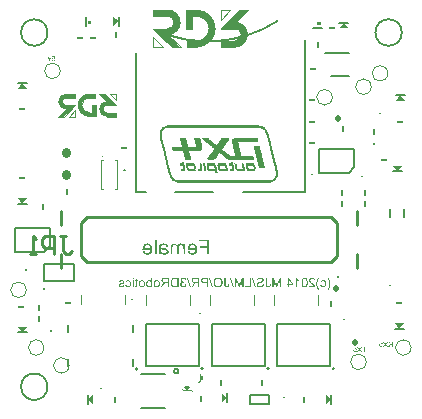
<source format=gbo>
G04 Layer_Color=32896*
%FSLAX42Y42*%
%MOMM*%
G71*
G01*
G75*
%ADD64C,0.15*%
%ADD65C,0.15*%
%ADD68C,0.25*%
%ADD102C,0.13*%
%ADD103C,0.10*%
%ADD106C,0.51*%
%ADD107C,0.76*%
%ADD109R,0.15X0.60*%
%ADD110R,0.60X0.15*%
%ADD201C,0.00*%
%ADD202C,0.00*%
%ADD203R,7.65X0.03*%
%ADD204R,8.03X0.03*%
%ADD205R,8.15X0.03*%
%ADD206R,8.31X0.03*%
%ADD207R,8.36X0.03*%
%ADD208R,8.48X0.03*%
%ADD209R,0.36X0.03*%
%ADD210R,0.41X0.03*%
%ADD211R,0.28X0.03*%
%ADD212R,0.30X0.03*%
%ADD213R,0.25X0.03*%
%ADD214R,0.23X0.03*%
%ADD215R,0.18X0.03*%
%ADD216R,0.20X0.03*%
%ADD217R,0.15X0.03*%
%ADD218R,0.13X0.03*%
%ADD219R,0.16X0.03*%
%ADD220R,0.05X0.03*%
%ADD221R,0.10X0.03*%
%ADD222R,0.69X0.03*%
%ADD223R,0.61X0.03*%
%ADD224R,0.08X0.03*%
%ADD225R,0.71X0.03*%
%ADD226R,0.74X0.03*%
%ADD227R,0.33X0.03*%
%ADD228R,0.76X0.03*%
%ADD229R,0.38X0.03*%
%ADD230R,0.79X0.03*%
%ADD231R,0.43X0.03*%
%ADD232R,0.46X0.03*%
%ADD233R,0.48X0.03*%
%ADD234R,0.51X0.03*%
%ADD235R,0.64X0.03*%
%ADD236R,0.86X0.03*%
%ADD237R,1.19X0.03*%
%ADD238R,0.89X0.03*%
%ADD239R,0.56X0.03*%
%ADD240R,1.30X0.03*%
%ADD241R,0.91X0.03*%
%ADD242R,0.58X0.03*%
%ADD243R,2.21X0.03*%
%ADD244R,2.24X0.03*%
%ADD245R,2.29X0.03*%
%ADD246R,2.31X0.03*%
%ADD247R,2.36X0.03*%
%ADD248R,2.39X0.03*%
%ADD249R,2.41X0.03*%
%ADD250R,0.53X0.03*%
%ADD251R,1.14X0.03*%
%ADD252R,1.09X0.03*%
%ADD253R,1.04X0.03*%
%ADD254R,0.99X0.03*%
%ADD255R,0.97X0.03*%
%ADD256R,0.84X0.03*%
%ADD257R,2.46X0.03*%
%ADD258R,2.49X0.03*%
%ADD259R,2.54X0.03*%
%ADD260R,2.57X0.03*%
%ADD261R,0.66X0.03*%
%ADD262R,0.81X0.03*%
%ADD263R,2.59X0.03*%
%ADD264R,0.94X0.03*%
%ADD265R,1.02X0.03*%
%ADD266R,1.12X0.03*%
%ADD267R,2.18X0.03*%
%ADD268R,2.16X0.03*%
%ADD269R,2.13X0.03*%
%ADD270R,2.11X0.03*%
%ADD271R,2.08X0.03*%
%ADD272R,2.03X0.03*%
%ADD273R,1.93X0.03*%
%ADD274R,8.38X0.03*%
%ADD275R,8.05X0.03*%
%ADD276R,7.80X0.03*%
G36*
X3932Y3866D02*
X3921D01*
Y3902D01*
X3907D01*
X3906Y3902D01*
X3905D01*
X3904Y3901D01*
X3904Y3901D01*
X3903D01*
X3903Y3901D01*
X3903D01*
X3901Y3901D01*
X3900Y3900D01*
X3900Y3900D01*
X3899Y3900D01*
X3899Y3899D01*
X3898Y3899D01*
X3898Y3899D01*
X3897Y3898D01*
X3896Y3898D01*
X3895Y3897D01*
X3894Y3896D01*
X3894Y3895D01*
X3893Y3894D01*
X3893Y3894D01*
X3893Y3894D01*
X3891Y3892D01*
X3890Y3890D01*
X3889Y3888D01*
X3888Y3887D01*
X3887Y3885D01*
X3886Y3884D01*
X3886Y3884D01*
X3885Y3883D01*
X3885Y3883D01*
X3885Y3883D01*
Y3883D01*
X3874Y3866D01*
X3861D01*
X3875Y3888D01*
X3876Y3890D01*
X3878Y3892D01*
X3879Y3894D01*
X3881Y3895D01*
X3882Y3897D01*
X3883Y3898D01*
X3884Y3898D01*
X3884Y3898D01*
X3884D01*
X3885Y3899D01*
X3886Y3900D01*
X3888Y3901D01*
X3889Y3902D01*
X3889Y3902D01*
X3890Y3902D01*
X3890Y3902D01*
X3888Y3903D01*
X3886Y3903D01*
X3884Y3904D01*
X3883Y3904D01*
X3881Y3905D01*
X3880Y3906D01*
X3878Y3906D01*
X3877Y3907D01*
X3876Y3907D01*
X3875Y3908D01*
X3875Y3909D01*
X3874Y3909D01*
X3874Y3909D01*
X3873Y3910D01*
X3873Y3910D01*
X3873Y3910D01*
X3872Y3911D01*
X3871Y3912D01*
X3870Y3914D01*
X3870Y3915D01*
X3869Y3917D01*
X3868Y3919D01*
X3868Y3921D01*
X3868Y3922D01*
X3867Y3923D01*
X3867Y3924D01*
Y3924D01*
Y3924D01*
Y3924D01*
X3867Y3927D01*
X3868Y3929D01*
X3868Y3931D01*
X3869Y3933D01*
X3870Y3934D01*
X3870Y3936D01*
X3870Y3936D01*
X3871Y3936D01*
X3871Y3936D01*
Y3937D01*
X3872Y3938D01*
X3874Y3940D01*
X3875Y3942D01*
X3876Y3943D01*
X3878Y3943D01*
X3879Y3944D01*
X3879Y3944D01*
X3880Y3944D01*
X3880Y3944D01*
X3880D01*
X3881Y3945D01*
X3882Y3945D01*
X3885Y3946D01*
X3887Y3946D01*
X3890Y3946D01*
X3891Y3946D01*
X3892Y3946D01*
X3893D01*
X3894Y3947D01*
X3932D01*
Y3866D01*
D02*
G37*
G36*
X3633D02*
X3623D01*
Y3924D01*
X3633D01*
Y3866D01*
D02*
G37*
G36*
X4189D02*
X4178D01*
Y3902D01*
X4164D01*
X4163Y3902D01*
X4162D01*
X4161Y3901D01*
X4160Y3901D01*
X4160D01*
X4160Y3901D01*
X4160D01*
X4158Y3901D01*
X4157Y3900D01*
X4156Y3900D01*
X4156Y3900D01*
X4155Y3899D01*
X4155Y3899D01*
X4155Y3899D01*
X4154Y3898D01*
X4153Y3898D01*
X4152Y3897D01*
X4151Y3896D01*
X4150Y3895D01*
X4150Y3894D01*
X4149Y3894D01*
X4149Y3894D01*
X4148Y3892D01*
X4147Y3890D01*
X4146Y3888D01*
X4144Y3887D01*
X4143Y3885D01*
X4143Y3884D01*
X4142Y3884D01*
X4142Y3883D01*
X4142Y3883D01*
X4142Y3883D01*
Y3883D01*
X4131Y3866D01*
X4118D01*
X4132Y3888D01*
X4133Y3890D01*
X4135Y3892D01*
X4136Y3894D01*
X4137Y3895D01*
X4139Y3897D01*
X4140Y3898D01*
X4140Y3898D01*
X4140Y3898D01*
X4140D01*
X4141Y3899D01*
X4142Y3900D01*
X4144Y3901D01*
X4145Y3902D01*
X4146Y3902D01*
X4147Y3902D01*
X4147Y3902D01*
X4145Y3903D01*
X4143Y3903D01*
X4141Y3904D01*
X4139Y3904D01*
X4138Y3905D01*
X4136Y3906D01*
X4135Y3906D01*
X4134Y3907D01*
X4133Y3907D01*
X4132Y3908D01*
X4131Y3909D01*
X4131Y3909D01*
X4130Y3909D01*
X4130Y3910D01*
X4130Y3910D01*
X4130Y3910D01*
X4129Y3911D01*
X4128Y3912D01*
X4127Y3914D01*
X4126Y3915D01*
X4125Y3917D01*
X4125Y3919D01*
X4124Y3921D01*
X4124Y3922D01*
X4124Y3923D01*
X4124Y3924D01*
Y3924D01*
Y3924D01*
Y3924D01*
X4124Y3927D01*
X4125Y3929D01*
X4125Y3931D01*
X4126Y3933D01*
X4126Y3934D01*
X4127Y3936D01*
X4127Y3936D01*
X4127Y3936D01*
X4127Y3936D01*
Y3937D01*
X4129Y3938D01*
X4130Y3940D01*
X4132Y3942D01*
X4133Y3943D01*
X4134Y3943D01*
X4135Y3944D01*
X4136Y3944D01*
X4136Y3944D01*
X4136Y3944D01*
X4136D01*
X4137Y3945D01*
X4139Y3945D01*
X4141Y3946D01*
X4144Y3946D01*
X4147Y3946D01*
X4148Y3946D01*
X4149Y3946D01*
X4150D01*
X4151Y3947D01*
X4189D01*
Y3866D01*
D02*
G37*
G36*
X4013D02*
X3984D01*
X3982Y3866D01*
X3979Y3866D01*
X3977Y3866D01*
X3975Y3867D01*
X3974Y3867D01*
X3973Y3867D01*
X3972Y3867D01*
X3972Y3867D01*
X3972D01*
X3972Y3867D01*
X3971D01*
X3969Y3868D01*
X3968Y3868D01*
X3966Y3869D01*
X3965Y3870D01*
X3963Y3870D01*
X3963Y3871D01*
X3962Y3871D01*
X3962Y3871D01*
X3960Y3872D01*
X3959Y3874D01*
X3958Y3875D01*
X3957Y3876D01*
X3956Y3877D01*
X3955Y3878D01*
X3954Y3878D01*
X3954Y3879D01*
X3953Y3880D01*
X3952Y3882D01*
X3951Y3884D01*
X3950Y3886D01*
X3950Y3888D01*
X3950Y3889D01*
X3949Y3889D01*
X3949Y3890D01*
X3949Y3890D01*
X3949Y3890D01*
Y3890D01*
X3948Y3893D01*
X3948Y3896D01*
X3947Y3899D01*
X3947Y3901D01*
X3947Y3902D01*
X3947Y3903D01*
Y3904D01*
X3947Y3905D01*
Y3906D01*
Y3906D01*
Y3906D01*
Y3907D01*
X3947Y3910D01*
X3947Y3914D01*
X3947Y3916D01*
X3948Y3917D01*
X3948Y3919D01*
X3948Y3920D01*
X3949Y3921D01*
X3949Y3923D01*
X3949Y3923D01*
X3949Y3924D01*
X3950Y3925D01*
X3950Y3925D01*
X3950Y3926D01*
Y3926D01*
X3951Y3929D01*
X3953Y3931D01*
X3954Y3934D01*
X3956Y3936D01*
X3957Y3937D01*
X3957Y3937D01*
X3958Y3938D01*
X3958Y3939D01*
X3959Y3939D01*
X3959Y3939D01*
X3959Y3939D01*
X3959Y3940D01*
X3961Y3941D01*
X3963Y3942D01*
X3965Y3943D01*
X3967Y3944D01*
X3969Y3945D01*
X3970Y3945D01*
X3970Y3945D01*
X3971Y3945D01*
X3971Y3945D01*
X3971Y3945D01*
X3971D01*
X3973Y3946D01*
X3976Y3946D01*
X3978Y3946D01*
X3980Y3946D01*
X3982D01*
X3983Y3947D01*
X4013D01*
Y3866D01*
D02*
G37*
G36*
X3535Y3925D02*
X3537Y3925D01*
X3538Y3925D01*
X3539Y3925D01*
X3540Y3925D01*
X3540Y3924D01*
X3541Y3924D01*
X3542Y3924D01*
X3543Y3923D01*
X3544Y3923D01*
X3545Y3922D01*
X3546Y3922D01*
X3547Y3922D01*
X3547Y3922D01*
X3547Y3921D01*
X3548Y3921D01*
X3549Y3920D01*
X3550Y3919D01*
X3551Y3918D01*
X3551Y3917D01*
X3552Y3916D01*
X3552Y3916D01*
X3552Y3916D01*
X3552Y3915D01*
X3553Y3913D01*
X3553Y3912D01*
X3553Y3911D01*
X3553Y3910D01*
X3554Y3909D01*
Y3909D01*
Y3909D01*
X3553Y3907D01*
X3553Y3906D01*
X3553Y3904D01*
X3553Y3903D01*
X3552Y3902D01*
X3552Y3901D01*
X3552Y3901D01*
X3552Y3901D01*
X3551Y3900D01*
X3550Y3899D01*
X3548Y3898D01*
X3548Y3897D01*
X3547Y3896D01*
X3546Y3896D01*
X3545Y3895D01*
X3545Y3895D01*
X3544Y3895D01*
X3543Y3895D01*
X3542Y3894D01*
X3541Y3894D01*
X3538Y3893D01*
X3536Y3892D01*
X3534Y3892D01*
X3533Y3891D01*
X3532Y3891D01*
X3531Y3891D01*
X3531Y3891D01*
X3530Y3891D01*
X3530D01*
X3529Y3890D01*
X3527Y3890D01*
X3526Y3889D01*
X3525Y3889D01*
X3524Y3889D01*
X3523Y3889D01*
X3523Y3888D01*
X3522Y3888D01*
X3521Y3888D01*
X3520Y3887D01*
X3520Y3887D01*
X3520Y3887D01*
X3519Y3886D01*
X3518Y3886D01*
X3518Y3885D01*
X3517Y3884D01*
X3517Y3883D01*
X3517Y3883D01*
Y3882D01*
Y3882D01*
X3517Y3881D01*
X3517Y3879D01*
X3518Y3878D01*
X3519Y3877D01*
X3519Y3877D01*
X3520Y3876D01*
X3520Y3876D01*
X3520Y3876D01*
X3522Y3875D01*
X3523Y3874D01*
X3525Y3873D01*
X3527Y3873D01*
X3528Y3873D01*
X3529Y3873D01*
X3530D01*
X3533Y3873D01*
X3535Y3873D01*
X3537Y3874D01*
X3538Y3874D01*
X3539Y3875D01*
X3540Y3875D01*
X3541Y3876D01*
X3541Y3876D01*
X3542Y3877D01*
X3543Y3879D01*
X3544Y3880D01*
X3545Y3882D01*
X3545Y3883D01*
X3545Y3884D01*
X3545Y3884D01*
X3546Y3885D01*
Y3885D01*
Y3885D01*
X3555Y3883D01*
X3555Y3882D01*
X3555Y3880D01*
X3554Y3879D01*
X3553Y3877D01*
X3553Y3876D01*
X3552Y3875D01*
X3552Y3874D01*
X3551Y3873D01*
X3550Y3872D01*
X3550Y3871D01*
X3549Y3871D01*
X3549Y3870D01*
X3548Y3870D01*
X3548Y3869D01*
X3548Y3869D01*
X3548Y3869D01*
X3547Y3868D01*
X3545Y3868D01*
X3542Y3867D01*
X3540Y3866D01*
X3537Y3865D01*
X3535Y3865D01*
X3534Y3865D01*
X3533Y3865D01*
X3532D01*
X3531Y3865D01*
X3530D01*
X3528Y3865D01*
X3525Y3865D01*
X3523Y3865D01*
X3522Y3866D01*
X3520Y3866D01*
X3519Y3867D01*
X3519Y3867D01*
X3518Y3867D01*
X3518Y3867D01*
X3518D01*
X3516Y3868D01*
X3514Y3869D01*
X3513Y3870D01*
X3512Y3871D01*
X3511Y3872D01*
X3510Y3873D01*
X3510Y3873D01*
X3510Y3874D01*
X3509Y3875D01*
X3508Y3877D01*
X3507Y3879D01*
X3507Y3880D01*
X3507Y3881D01*
X3507Y3882D01*
Y3883D01*
Y3883D01*
Y3883D01*
X3507Y3885D01*
X3507Y3887D01*
X3507Y3888D01*
X3508Y3889D01*
X3508Y3890D01*
X3509Y3891D01*
X3509Y3891D01*
X3509Y3891D01*
X3510Y3893D01*
X3511Y3894D01*
X3512Y3895D01*
X3513Y3895D01*
X3514Y3896D01*
X3515Y3896D01*
X3516Y3897D01*
X3516Y3897D01*
X3517Y3897D01*
X3518Y3897D01*
X3520Y3898D01*
X3522Y3899D01*
X3525Y3900D01*
X3527Y3900D01*
X3528Y3900D01*
X3529Y3901D01*
X3529Y3901D01*
X3530Y3901D01*
X3530Y3901D01*
X3530D01*
X3532Y3902D01*
X3533Y3902D01*
X3534Y3902D01*
X3535Y3902D01*
X3536Y3903D01*
X3536Y3903D01*
X3537Y3903D01*
X3538Y3903D01*
X3539Y3904D01*
X3539Y3904D01*
X3539D01*
X3540Y3904D01*
X3541Y3905D01*
X3541Y3905D01*
X3542Y3905D01*
X3542Y3906D01*
X3543Y3906D01*
X3543Y3906D01*
X3543Y3906D01*
X3543Y3907D01*
X3544Y3908D01*
X3544Y3909D01*
Y3909D01*
X3544Y3910D01*
Y3910D01*
Y3910D01*
X3544Y3911D01*
X3544Y3912D01*
X3543Y3913D01*
X3543Y3914D01*
X3542Y3914D01*
X3542Y3915D01*
X3541Y3915D01*
X3541Y3915D01*
X3540Y3916D01*
X3538Y3916D01*
X3537Y3917D01*
X3535Y3917D01*
X3534Y3917D01*
X3533Y3917D01*
X3531D01*
X3529Y3917D01*
X3528Y3917D01*
X3526Y3917D01*
X3525Y3916D01*
X3524Y3916D01*
X3523Y3915D01*
X3523Y3915D01*
X3522Y3915D01*
X3521Y3914D01*
X3521Y3913D01*
X3520Y3912D01*
X3519Y3910D01*
X3519Y3909D01*
X3519Y3909D01*
X3519Y3908D01*
Y3908D01*
X3509Y3909D01*
X3509Y3911D01*
X3510Y3913D01*
X3510Y3914D01*
X3511Y3916D01*
X3512Y3917D01*
X3512Y3917D01*
X3512Y3918D01*
X3512Y3918D01*
X3513Y3919D01*
X3515Y3920D01*
X3516Y3921D01*
X3517Y3922D01*
X3518Y3923D01*
X3519Y3923D01*
X3520Y3923D01*
X3520Y3924D01*
X3520D01*
X3522Y3924D01*
X3524Y3925D01*
X3526Y3925D01*
X3528Y3925D01*
X3530Y3925D01*
X3530D01*
X3531Y3926D01*
X3534D01*
X3535Y3925D01*
D02*
G37*
G36*
X5083Y3947D02*
X5086Y3946D01*
X5089Y3945D01*
X5091Y3945D01*
X5092Y3944D01*
X5093Y3944D01*
X5093Y3943D01*
X5094Y3943D01*
X5094Y3943D01*
X5095Y3942D01*
X5095Y3942D01*
X5095Y3942D01*
X5097Y3940D01*
X5099Y3938D01*
X5100Y3936D01*
X5101Y3934D01*
X5102Y3932D01*
X5103Y3931D01*
X5103Y3930D01*
X5103Y3929D01*
X5103Y3929D01*
X5104Y3929D01*
Y3929D01*
X5104Y3927D01*
X5104Y3925D01*
X5105Y3921D01*
X5106Y3917D01*
X5106Y3914D01*
X5106Y3912D01*
Y3911D01*
X5106Y3909D01*
X5106Y3908D01*
Y3907D01*
Y3906D01*
Y3906D01*
Y3906D01*
X5106Y3902D01*
X5106Y3898D01*
X5106Y3894D01*
X5105Y3891D01*
X5105Y3888D01*
X5104Y3885D01*
X5103Y3883D01*
X5102Y3881D01*
X5102Y3879D01*
X5101Y3877D01*
X5100Y3876D01*
X5100Y3875D01*
X5099Y3874D01*
X5099Y3873D01*
X5099Y3873D01*
X5099Y3873D01*
X5097Y3871D01*
X5096Y3870D01*
X5094Y3869D01*
X5093Y3868D01*
X5091Y3867D01*
X5090Y3867D01*
X5088Y3866D01*
X5087Y3866D01*
X5085Y3865D01*
X5084Y3865D01*
X5083Y3865D01*
X5082Y3865D01*
X5081D01*
X5081Y3865D01*
X5080D01*
X5079Y3865D01*
X5077Y3865D01*
X5074Y3865D01*
X5072Y3866D01*
X5070Y3867D01*
X5069Y3867D01*
X5068Y3868D01*
X5067Y3868D01*
X5067Y3869D01*
X5066Y3869D01*
X5066Y3869D01*
X5066Y3869D01*
X5066D01*
X5064Y3871D01*
X5062Y3873D01*
X5060Y3876D01*
X5059Y3878D01*
X5058Y3880D01*
X5058Y3880D01*
X5057Y3881D01*
X5057Y3882D01*
X5057Y3882D01*
X5057Y3883D01*
Y3883D01*
X5056Y3884D01*
X5056Y3886D01*
X5055Y3890D01*
X5055Y3894D01*
X5054Y3897D01*
X5054Y3899D01*
X5054Y3901D01*
Y3902D01*
X5054Y3903D01*
Y3904D01*
Y3905D01*
Y3905D01*
Y3906D01*
Y3908D01*
X5054Y3910D01*
X5054Y3912D01*
X5054Y3914D01*
X5054Y3915D01*
X5055Y3917D01*
X5055Y3918D01*
X5055Y3920D01*
X5055Y3921D01*
X5055Y3922D01*
X5055Y3923D01*
X5055Y3923D01*
X5056Y3924D01*
X5056Y3924D01*
X5056Y3925D01*
Y3925D01*
X5057Y3927D01*
X5057Y3930D01*
X5058Y3932D01*
X5059Y3933D01*
X5060Y3935D01*
X5060Y3936D01*
X5060Y3936D01*
X5061Y3936D01*
X5061Y3937D01*
Y3937D01*
X5062Y3938D01*
X5063Y3940D01*
X5065Y3941D01*
X5066Y3942D01*
X5067Y3943D01*
X5068Y3944D01*
X5069Y3944D01*
X5069Y3944D01*
X5069D01*
X5071Y3945D01*
X5073Y3946D01*
X5075Y3946D01*
X5076Y3947D01*
X5078Y3947D01*
X5079D01*
X5079Y3947D01*
X5082D01*
X5083Y3947D01*
D02*
G37*
G36*
X3830Y3925D02*
X3832Y3925D01*
X3834Y3925D01*
X3836Y3925D01*
X3837Y3924D01*
X3839Y3923D01*
X3840Y3923D01*
X3841Y3922D01*
X3843Y3922D01*
X3844Y3921D01*
X3844Y3921D01*
X3845Y3920D01*
X3846Y3920D01*
X3846Y3919D01*
X3846Y3919D01*
X3847Y3919D01*
X3848Y3917D01*
X3850Y3916D01*
X3851Y3914D01*
X3852Y3912D01*
X3853Y3910D01*
X3853Y3908D01*
X3854Y3906D01*
X3854Y3904D01*
X3855Y3902D01*
X3855Y3901D01*
X3855Y3899D01*
X3855Y3898D01*
Y3897D01*
X3856Y3896D01*
Y3895D01*
Y3895D01*
X3855Y3892D01*
X3855Y3890D01*
X3855Y3887D01*
X3854Y3885D01*
X3854Y3883D01*
X3853Y3881D01*
X3852Y3880D01*
X3852Y3878D01*
X3851Y3877D01*
X3850Y3876D01*
X3850Y3875D01*
X3849Y3874D01*
X3849Y3873D01*
X3848Y3873D01*
X3848Y3872D01*
X3848Y3872D01*
X3846Y3871D01*
X3845Y3870D01*
X3843Y3869D01*
X3842Y3868D01*
X3840Y3867D01*
X3838Y3867D01*
X3837Y3866D01*
X3835Y3866D01*
X3834Y3865D01*
X3832Y3865D01*
X3831Y3865D01*
X3830Y3865D01*
X3829D01*
X3829Y3865D01*
X3828D01*
X3825Y3865D01*
X3823Y3865D01*
X3820Y3866D01*
X3818Y3866D01*
X3817Y3867D01*
X3816Y3867D01*
X3815Y3868D01*
X3815Y3868D01*
X3814Y3868D01*
X3814Y3868D01*
X3814D01*
X3812Y3870D01*
X3810Y3871D01*
X3808Y3873D01*
X3807Y3874D01*
X3806Y3876D01*
X3805Y3877D01*
X3805Y3878D01*
X3804Y3878D01*
X3804Y3878D01*
Y3878D01*
X3804Y3879D01*
X3803Y3881D01*
X3802Y3884D01*
X3802Y3887D01*
X3801Y3889D01*
X3801Y3891D01*
X3801Y3892D01*
X3801Y3893D01*
X3801Y3894D01*
Y3895D01*
Y3895D01*
Y3896D01*
Y3896D01*
X3801Y3898D01*
X3801Y3901D01*
X3802Y3903D01*
X3802Y3905D01*
X3803Y3907D01*
X3803Y3909D01*
X3804Y3910D01*
X3805Y3912D01*
X3805Y3913D01*
X3806Y3914D01*
X3807Y3915D01*
X3807Y3916D01*
X3808Y3917D01*
X3808Y3917D01*
X3808Y3917D01*
X3809Y3918D01*
X3810Y3919D01*
X3812Y3920D01*
X3813Y3921D01*
X3815Y3922D01*
X3816Y3923D01*
X3818Y3924D01*
X3820Y3924D01*
X3821Y3925D01*
X3823Y3925D01*
X3824Y3925D01*
X3825Y3925D01*
X3826Y3925D01*
X3827Y3926D01*
X3828D01*
X3830Y3925D01*
D02*
G37*
G36*
X3705D02*
X3707Y3925D01*
X3709Y3925D01*
X3710Y3925D01*
X3712Y3924D01*
X3714Y3923D01*
X3715Y3923D01*
X3716Y3922D01*
X3717Y3922D01*
X3718Y3921D01*
X3719Y3921D01*
X3720Y3920D01*
X3721Y3920D01*
X3721Y3919D01*
X3721Y3919D01*
X3721Y3919D01*
X3723Y3917D01*
X3724Y3916D01*
X3725Y3914D01*
X3726Y3912D01*
X3727Y3910D01*
X3728Y3908D01*
X3729Y3906D01*
X3729Y3904D01*
X3730Y3902D01*
X3730Y3901D01*
X3730Y3899D01*
X3730Y3898D01*
Y3897D01*
X3730Y3896D01*
Y3895D01*
Y3895D01*
X3730Y3892D01*
X3730Y3890D01*
X3730Y3887D01*
X3729Y3885D01*
X3728Y3883D01*
X3728Y3881D01*
X3727Y3880D01*
X3726Y3878D01*
X3726Y3877D01*
X3725Y3876D01*
X3724Y3875D01*
X3724Y3874D01*
X3723Y3873D01*
X3723Y3873D01*
X3723Y3872D01*
X3723Y3872D01*
X3721Y3871D01*
X3720Y3870D01*
X3718Y3869D01*
X3716Y3868D01*
X3715Y3867D01*
X3713Y3867D01*
X3712Y3866D01*
X3710Y3866D01*
X3709Y3865D01*
X3707Y3865D01*
X3706Y3865D01*
X3705Y3865D01*
X3704D01*
X3704Y3865D01*
X3703D01*
X3700Y3865D01*
X3698Y3865D01*
X3695Y3866D01*
X3693Y3866D01*
X3691Y3867D01*
X3691Y3867D01*
X3690Y3868D01*
X3690Y3868D01*
X3689Y3868D01*
X3689Y3868D01*
X3689D01*
X3687Y3870D01*
X3685Y3871D01*
X3683Y3873D01*
X3682Y3874D01*
X3680Y3876D01*
X3680Y3877D01*
X3679Y3878D01*
X3679Y3878D01*
X3679Y3878D01*
Y3878D01*
X3678Y3879D01*
X3678Y3881D01*
X3677Y3884D01*
X3676Y3887D01*
X3676Y3889D01*
X3676Y3891D01*
X3676Y3892D01*
X3676Y3893D01*
X3676Y3894D01*
Y3895D01*
Y3895D01*
Y3896D01*
Y3896D01*
X3676Y3898D01*
X3676Y3901D01*
X3676Y3903D01*
X3677Y3905D01*
X3677Y3907D01*
X3678Y3909D01*
X3679Y3910D01*
X3679Y3912D01*
X3680Y3913D01*
X3681Y3914D01*
X3681Y3915D01*
X3682Y3916D01*
X3683Y3917D01*
X3683Y3917D01*
X3683Y3917D01*
X3683Y3918D01*
X3685Y3919D01*
X3686Y3920D01*
X3688Y3921D01*
X3690Y3922D01*
X3691Y3923D01*
X3693Y3924D01*
X3694Y3924D01*
X3696Y3925D01*
X3697Y3925D01*
X3699Y3925D01*
X3700Y3925D01*
X3701Y3925D01*
X3702Y3926D01*
X3703D01*
X3705Y3925D01*
D02*
G37*
G36*
X3662Y3939D02*
Y3924D01*
X3670D01*
Y3917D01*
X3662D01*
Y3883D01*
Y3881D01*
X3662Y3880D01*
Y3879D01*
X3662Y3877D01*
X3662Y3876D01*
X3662Y3875D01*
X3662Y3874D01*
X3662Y3874D01*
X3661Y3873D01*
X3661Y3872D01*
X3661Y3871D01*
Y3871D01*
X3661Y3870D01*
X3660Y3869D01*
X3659Y3869D01*
X3659Y3868D01*
X3658Y3867D01*
X3657Y3867D01*
X3657Y3867D01*
X3657Y3867D01*
X3656Y3866D01*
X3654Y3866D01*
X3653Y3866D01*
X3652Y3865D01*
X3651Y3865D01*
X3649Y3865D01*
X3649D01*
X3646Y3865D01*
X3645Y3865D01*
X3644Y3866D01*
X3643Y3866D01*
X3642Y3866D01*
X3641Y3866D01*
X3641D01*
X3642Y3875D01*
X3643Y3875D01*
X3644Y3874D01*
X3645D01*
X3646Y3874D01*
X3647D01*
X3648Y3874D01*
X3649Y3875D01*
X3650Y3875D01*
X3650Y3875D01*
X3650Y3875D01*
X3650D01*
X3651Y3876D01*
X3652Y3876D01*
X3652Y3877D01*
X3652Y3877D01*
X3652Y3878D01*
X3652Y3878D01*
X3652Y3879D01*
Y3880D01*
X3652Y3881D01*
Y3882D01*
Y3882D01*
Y3882D01*
Y3917D01*
X3642D01*
Y3924D01*
X3652D01*
Y3945D01*
X3662Y3939D01*
D02*
G37*
G36*
X5239Y3925D02*
X5242Y3925D01*
X5244Y3924D01*
X5246Y3924D01*
X5248Y3923D01*
X5249Y3923D01*
X5249Y3923D01*
X5250Y3922D01*
X5250Y3922D01*
X5251Y3922D01*
X5251D01*
X5253Y3921D01*
X5255Y3919D01*
X5256Y3917D01*
X5258Y3915D01*
X5259Y3914D01*
X5260Y3912D01*
X5260Y3912D01*
X5260Y3912D01*
X5260Y3911D01*
Y3911D01*
X5261Y3909D01*
X5262Y3906D01*
X5262Y3903D01*
X5263Y3900D01*
X5263Y3899D01*
Y3898D01*
X5263Y3897D01*
X5263Y3896D01*
Y3896D01*
Y3895D01*
Y3895D01*
Y3895D01*
X5263Y3892D01*
X5263Y3890D01*
X5263Y3887D01*
X5262Y3885D01*
X5262Y3883D01*
X5261Y3881D01*
X5260Y3880D01*
X5260Y3878D01*
X5259Y3877D01*
X5258Y3876D01*
X5258Y3875D01*
X5257Y3874D01*
X5257Y3873D01*
X5256Y3873D01*
X5256Y3872D01*
X5256Y3872D01*
X5255Y3871D01*
X5253Y3870D01*
X5251Y3869D01*
X5250Y3868D01*
X5248Y3867D01*
X5247Y3867D01*
X5245Y3866D01*
X5244Y3866D01*
X5242Y3865D01*
X5241Y3865D01*
X5240Y3865D01*
X5239Y3865D01*
X5238D01*
X5237Y3865D01*
X5237D01*
X5235Y3865D01*
X5233Y3865D01*
X5230Y3865D01*
X5228Y3866D01*
X5226Y3867D01*
X5225Y3867D01*
X5224Y3868D01*
X5223Y3868D01*
X5222Y3869D01*
X5222Y3869D01*
X5221Y3870D01*
X5221Y3870D01*
X5221Y3870D01*
X5221Y3870D01*
X5220Y3871D01*
X5218Y3872D01*
X5217Y3874D01*
X5217Y3875D01*
X5215Y3878D01*
X5214Y3880D01*
X5214Y3881D01*
X5213Y3882D01*
X5213Y3883D01*
X5213Y3884D01*
X5213Y3885D01*
X5213Y3885D01*
X5212Y3886D01*
Y3886D01*
X5222Y3887D01*
X5223Y3885D01*
X5223Y3882D01*
X5224Y3881D01*
X5225Y3879D01*
X5226Y3878D01*
X5227Y3877D01*
X5227Y3876D01*
X5227Y3876D01*
X5229Y3875D01*
X5230Y3874D01*
X5232Y3874D01*
X5234Y3873D01*
X5235Y3873D01*
X5236Y3873D01*
X5236Y3873D01*
X5237D01*
X5238Y3873D01*
X5239Y3873D01*
X5242Y3874D01*
X5244Y3874D01*
X5245Y3875D01*
X5247Y3876D01*
X5248Y3877D01*
X5248Y3878D01*
X5249Y3878D01*
X5249Y3878D01*
X5249Y3879D01*
X5250Y3880D01*
X5251Y3883D01*
X5252Y3886D01*
X5252Y3889D01*
X5253Y3890D01*
X5253Y3891D01*
X5253Y3892D01*
Y3893D01*
X5253Y3894D01*
Y3895D01*
Y3895D01*
Y3895D01*
X5253Y3897D01*
X5253Y3899D01*
X5253Y3901D01*
X5252Y3903D01*
X5252Y3904D01*
X5252Y3906D01*
X5251Y3907D01*
X5251Y3908D01*
X5250Y3909D01*
X5250Y3910D01*
X5249Y3910D01*
X5249Y3911D01*
X5249Y3912D01*
X5249Y3912D01*
X5248Y3912D01*
Y3912D01*
X5247Y3913D01*
X5247Y3914D01*
X5246Y3915D01*
X5245Y3915D01*
X5243Y3916D01*
X5241Y3917D01*
X5239Y3917D01*
X5238Y3917D01*
X5238Y3917D01*
X5237Y3917D01*
X5236D01*
X5235Y3917D01*
X5233Y3917D01*
X5232Y3916D01*
X5230Y3916D01*
X5229Y3915D01*
X5229Y3915D01*
X5228Y3914D01*
X5228Y3914D01*
X5227Y3913D01*
X5226Y3912D01*
X5225Y3910D01*
X5224Y3909D01*
X5224Y3908D01*
X5223Y3907D01*
X5223Y3906D01*
Y3906D01*
X5223Y3906D01*
Y3906D01*
X5213Y3907D01*
X5214Y3910D01*
X5215Y3913D01*
X5217Y3915D01*
X5218Y3917D01*
X5219Y3918D01*
X5219Y3919D01*
X5220Y3919D01*
X5220Y3920D01*
X5221Y3920D01*
X5221Y3921D01*
X5221Y3921D01*
X5221Y3921D01*
X5222Y3922D01*
X5224Y3922D01*
X5226Y3924D01*
X5229Y3924D01*
X5231Y3925D01*
X5232Y3925D01*
X5233Y3925D01*
X5234Y3925D01*
X5235D01*
X5236Y3926D01*
X5237D01*
X5239Y3925D01*
D02*
G37*
G36*
X4884Y3866D02*
X4873D01*
Y3935D01*
X4850Y3866D01*
X4841D01*
X4817Y3933D01*
Y3866D01*
X4807D01*
Y3947D01*
X4821D01*
X4840Y3890D01*
X4841Y3887D01*
X4842Y3885D01*
X4843Y3883D01*
X4844Y3881D01*
X4844Y3879D01*
X4844Y3878D01*
X4845Y3878D01*
X4845Y3877D01*
X4845Y3879D01*
X4846Y3881D01*
X4847Y3883D01*
X4847Y3885D01*
X4848Y3887D01*
X4848Y3887D01*
X4848Y3888D01*
X4848Y3889D01*
X4849Y3889D01*
X4849Y3889D01*
Y3889D01*
X4868Y3947D01*
X4884D01*
Y3866D01*
D02*
G37*
G36*
X4564D02*
X4554D01*
Y3935D01*
X4531Y3866D01*
X4521D01*
X4498Y3933D01*
Y3866D01*
X4487D01*
Y3947D01*
X4502D01*
X4521Y3890D01*
X4522Y3887D01*
X4523Y3885D01*
X4524Y3883D01*
X4524Y3881D01*
X4525Y3879D01*
X4525Y3878D01*
X4525Y3878D01*
X4526Y3877D01*
X4526Y3879D01*
X4527Y3881D01*
X4527Y3883D01*
X4528Y3885D01*
X4528Y3887D01*
X4529Y3887D01*
X4529Y3888D01*
X4529Y3889D01*
X4529Y3889D01*
X4529Y3889D01*
Y3889D01*
X4548Y3947D01*
X4564D01*
Y3866D01*
D02*
G37*
G36*
X4627D02*
X4577D01*
Y3875D01*
X4616D01*
Y3947D01*
X4627D01*
Y3866D01*
D02*
G37*
G36*
X4264D02*
X4253D01*
Y3899D01*
X4233D01*
X4229Y3899D01*
X4227Y3899D01*
X4224Y3899D01*
X4222Y3900D01*
X4220Y3900D01*
X4218Y3901D01*
X4216Y3902D01*
X4214Y3902D01*
X4213Y3903D01*
X4212Y3904D01*
X4211Y3904D01*
X4210Y3905D01*
X4210Y3905D01*
X4209Y3905D01*
X4209Y3906D01*
X4209Y3906D01*
X4208Y3907D01*
X4207Y3909D01*
X4206Y3910D01*
X4205Y3912D01*
X4204Y3913D01*
X4204Y3914D01*
X4203Y3917D01*
X4203Y3918D01*
X4203Y3919D01*
X4203Y3921D01*
X4202Y3921D01*
X4202Y3922D01*
Y3923D01*
Y3923D01*
Y3923D01*
X4202Y3925D01*
X4203Y3927D01*
X4203Y3929D01*
X4204Y3931D01*
X4204Y3932D01*
X4204Y3933D01*
X4205Y3934D01*
X4205Y3934D01*
X4205Y3934D01*
Y3934D01*
X4206Y3936D01*
X4207Y3938D01*
X4208Y3939D01*
X4209Y3940D01*
X4210Y3941D01*
X4211Y3941D01*
X4211Y3942D01*
X4211Y3942D01*
X4213Y3943D01*
X4215Y3944D01*
X4216Y3944D01*
X4218Y3945D01*
X4219Y3945D01*
X4220Y3946D01*
X4221Y3946D01*
X4221Y3946D01*
X4221D01*
X4223Y3946D01*
X4225Y3946D01*
X4227Y3946D01*
X4229Y3946D01*
X4231Y3947D01*
X4264D01*
Y3866D01*
D02*
G37*
G36*
X3587Y3925D02*
X3589Y3925D01*
X3592Y3924D01*
X3594Y3924D01*
X3596Y3923D01*
X3596Y3923D01*
X3597Y3923D01*
X3597Y3922D01*
X3598Y3922D01*
X3598Y3922D01*
X3598D01*
X3600Y3921D01*
X3602Y3919D01*
X3604Y3917D01*
X3605Y3915D01*
X3606Y3914D01*
X3607Y3912D01*
X3607Y3912D01*
X3607Y3912D01*
X3608Y3911D01*
Y3911D01*
X3609Y3909D01*
X3609Y3906D01*
X3610Y3903D01*
X3610Y3900D01*
X3610Y3899D01*
Y3898D01*
X3610Y3897D01*
X3611Y3896D01*
Y3896D01*
Y3895D01*
Y3895D01*
Y3895D01*
X3610Y3892D01*
X3610Y3890D01*
X3610Y3887D01*
X3609Y3885D01*
X3609Y3883D01*
X3608Y3881D01*
X3608Y3880D01*
X3607Y3878D01*
X3606Y3877D01*
X3606Y3876D01*
X3605Y3875D01*
X3604Y3874D01*
X3604Y3873D01*
X3604Y3873D01*
X3603Y3872D01*
X3603Y3872D01*
X3602Y3871D01*
X3600Y3870D01*
X3599Y3869D01*
X3597Y3868D01*
X3596Y3867D01*
X3594Y3867D01*
X3593Y3866D01*
X3591Y3866D01*
X3590Y3865D01*
X3588Y3865D01*
X3587Y3865D01*
X3586Y3865D01*
X3585D01*
X3585Y3865D01*
X3584D01*
X3582Y3865D01*
X3581Y3865D01*
X3578Y3865D01*
X3575Y3866D01*
X3574Y3867D01*
X3572Y3867D01*
X3572Y3868D01*
X3571Y3868D01*
X3570Y3869D01*
X3569Y3869D01*
X3569Y3870D01*
X3568Y3870D01*
X3568Y3870D01*
X3568Y3870D01*
X3567Y3871D01*
X3566Y3872D01*
X3565Y3874D01*
X3564Y3875D01*
X3563Y3878D01*
X3561Y3880D01*
X3561Y3881D01*
X3561Y3882D01*
X3560Y3883D01*
X3560Y3884D01*
X3560Y3885D01*
X3560Y3885D01*
X3560Y3886D01*
Y3886D01*
X3570Y3887D01*
X3570Y3885D01*
X3571Y3882D01*
X3572Y3881D01*
X3572Y3879D01*
X3573Y3878D01*
X3574Y3877D01*
X3574Y3876D01*
X3575Y3876D01*
X3576Y3875D01*
X3578Y3874D01*
X3579Y3874D01*
X3581Y3873D01*
X3582Y3873D01*
X3583Y3873D01*
X3584Y3873D01*
X3584D01*
X3586Y3873D01*
X3587Y3873D01*
X3589Y3874D01*
X3591Y3874D01*
X3593Y3875D01*
X3594Y3876D01*
X3595Y3877D01*
X3596Y3878D01*
X3596Y3878D01*
X3596Y3878D01*
X3597Y3879D01*
X3597Y3880D01*
X3599Y3883D01*
X3599Y3886D01*
X3600Y3889D01*
X3600Y3890D01*
X3600Y3891D01*
X3600Y3892D01*
Y3893D01*
X3600Y3894D01*
Y3895D01*
Y3895D01*
Y3895D01*
X3600Y3897D01*
X3600Y3899D01*
X3600Y3901D01*
X3600Y3903D01*
X3599Y3904D01*
X3599Y3906D01*
X3599Y3907D01*
X3598Y3908D01*
X3598Y3909D01*
X3597Y3910D01*
X3597Y3910D01*
X3597Y3911D01*
X3596Y3912D01*
X3596Y3912D01*
X3596Y3912D01*
Y3912D01*
X3595Y3913D01*
X3594Y3914D01*
X3593Y3915D01*
X3592Y3915D01*
X3590Y3916D01*
X3588Y3917D01*
X3586Y3917D01*
X3586Y3917D01*
X3585Y3917D01*
X3584Y3917D01*
X3584D01*
X3582Y3917D01*
X3580Y3917D01*
X3579Y3916D01*
X3578Y3916D01*
X3577Y3915D01*
X3576Y3915D01*
X3575Y3914D01*
X3575Y3914D01*
X3574Y3913D01*
X3573Y3912D01*
X3572Y3910D01*
X3572Y3909D01*
X3571Y3908D01*
X3571Y3907D01*
X3570Y3906D01*
Y3906D01*
X3570Y3906D01*
Y3906D01*
X3561Y3907D01*
X3562Y3910D01*
X3563Y3913D01*
X3564Y3915D01*
X3565Y3917D01*
X3566Y3918D01*
X3567Y3919D01*
X3567Y3919D01*
X3568Y3920D01*
X3568Y3920D01*
X3568Y3921D01*
X3569Y3921D01*
X3569Y3921D01*
X3570Y3922D01*
X3571Y3922D01*
X3574Y3924D01*
X3576Y3924D01*
X3579Y3925D01*
X3580Y3925D01*
X3581Y3925D01*
X3582Y3925D01*
X3582D01*
X3583Y3926D01*
X3584D01*
X3587Y3925D01*
D02*
G37*
G36*
X4985Y3894D02*
Y3885D01*
X4950D01*
Y3866D01*
X4940D01*
Y3885D01*
X4929D01*
Y3894D01*
X4940D01*
Y3947D01*
X4948D01*
X4985Y3894D01*
D02*
G37*
G36*
X4032Y4236D02*
X4035Y4235D01*
X4038Y4235D01*
X4040Y4234D01*
X4042Y4233D01*
X4043Y4233D01*
X4044Y4232D01*
X4045Y4232D01*
X4045D01*
X4047Y4230D01*
X4049Y4228D01*
X4051Y4227D01*
X4053Y4225D01*
X4054Y4223D01*
X4055Y4222D01*
X4056Y4221D01*
X4056Y4221D01*
Y4234D01*
X4070D01*
Y4143D01*
X4055D01*
Y4190D01*
X4054Y4194D01*
X4054Y4198D01*
X4054Y4201D01*
X4053Y4204D01*
X4053Y4206D01*
X4052Y4208D01*
X4052Y4209D01*
X4052Y4209D01*
X4051Y4211D01*
X4050Y4213D01*
X4048Y4215D01*
X4047Y4216D01*
X4046Y4218D01*
X4045Y4218D01*
X4044Y4219D01*
X4044Y4219D01*
X4042Y4220D01*
X4040Y4221D01*
X4038Y4222D01*
X4036Y4222D01*
X4034Y4222D01*
X4033Y4223D01*
X4032D01*
X4029Y4222D01*
X4026Y4222D01*
X4024Y4221D01*
X4022Y4220D01*
X4021Y4219D01*
X4020Y4218D01*
X4020Y4217D01*
X4019Y4217D01*
X4018Y4215D01*
X4017Y4213D01*
X4017Y4210D01*
X4016Y4208D01*
X4016Y4205D01*
X4016Y4204D01*
Y4203D01*
Y4202D01*
Y4202D01*
Y4202D01*
Y4143D01*
X4000D01*
Y4196D01*
Y4198D01*
X4000Y4201D01*
X4000Y4203D01*
X3999Y4205D01*
X3999Y4206D01*
X3998Y4208D01*
X3998Y4210D01*
X3997Y4211D01*
X3996Y4213D01*
X3995Y4215D01*
X3994Y4216D01*
X3994Y4216D01*
X3991Y4218D01*
X3989Y4220D01*
X3986Y4221D01*
X3983Y4222D01*
X3981Y4222D01*
X3979Y4222D01*
X3979Y4223D01*
X3978D01*
X3976Y4222D01*
X3974Y4222D01*
X3972Y4222D01*
X3971Y4221D01*
X3970Y4221D01*
X3969Y4220D01*
X3969Y4220D01*
X3969Y4220D01*
X3967Y4219D01*
X3966Y4218D01*
X3965Y4217D01*
X3964Y4216D01*
X3964Y4215D01*
X3963Y4214D01*
X3963Y4214D01*
Y4213D01*
X3962Y4212D01*
X3962Y4210D01*
X3962Y4207D01*
X3962Y4205D01*
X3961Y4203D01*
Y4202D01*
Y4201D01*
Y4200D01*
Y4200D01*
Y4200D01*
Y4143D01*
X3946D01*
Y4205D01*
Y4208D01*
X3946Y4211D01*
X3947Y4213D01*
X3947Y4215D01*
X3948Y4218D01*
X3948Y4219D01*
X3949Y4221D01*
X3950Y4223D01*
X3951Y4224D01*
X3951Y4225D01*
X3952Y4226D01*
X3952Y4227D01*
X3953Y4228D01*
X3953Y4228D01*
X3953Y4228D01*
X3953Y4228D01*
X3955Y4230D01*
X3956Y4231D01*
X3960Y4233D01*
X3963Y4234D01*
X3967Y4235D01*
X3970Y4236D01*
X3971Y4236D01*
X3972D01*
X3973Y4236D01*
X3974D01*
X3978Y4236D01*
X3981Y4235D01*
X3983Y4234D01*
X3986Y4234D01*
X3989Y4232D01*
X3991Y4231D01*
X3993Y4229D01*
X3995Y4228D01*
X3997Y4226D01*
X3998Y4225D01*
X4000Y4224D01*
X4001Y4222D01*
X4001Y4221D01*
X4002Y4221D01*
X4002Y4220D01*
X4003Y4220D01*
X4004Y4223D01*
X4005Y4225D01*
X4007Y4227D01*
X4008Y4229D01*
X4010Y4230D01*
X4011Y4231D01*
X4012Y4232D01*
X4012Y4232D01*
X4015Y4233D01*
X4017Y4234D01*
X4020Y4235D01*
X4023Y4235D01*
X4025Y4236D01*
X4027Y4236D01*
X4029D01*
X4032Y4236D01*
D02*
G37*
G36*
X3889D02*
X3893Y4235D01*
X3896Y4235D01*
X3899Y4234D01*
X3902Y4234D01*
X3903Y4234D01*
X3904Y4233D01*
X3904Y4233D01*
X3905Y4233D01*
X3905Y4233D01*
X3905D01*
X3909Y4231D01*
X3911Y4230D01*
X3914Y4228D01*
X3916Y4227D01*
X3917Y4225D01*
X3918Y4224D01*
X3919Y4224D01*
X3919Y4224D01*
X3921Y4221D01*
X3922Y4219D01*
X3923Y4216D01*
X3924Y4214D01*
X3925Y4211D01*
X3925Y4210D01*
X3926Y4209D01*
Y4208D01*
X3926Y4208D01*
Y4208D01*
X3911Y4206D01*
X3910Y4209D01*
X3908Y4212D01*
X3907Y4214D01*
X3906Y4216D01*
X3905Y4218D01*
X3904Y4219D01*
X3903Y4219D01*
X3903Y4219D01*
X3901Y4221D01*
X3898Y4222D01*
X3896Y4222D01*
X3893Y4223D01*
X3891Y4223D01*
X3889Y4223D01*
X3887D01*
X3883Y4223D01*
X3879Y4222D01*
X3876Y4222D01*
X3874Y4221D01*
X3872Y4220D01*
X3870Y4219D01*
X3870Y4218D01*
X3869Y4218D01*
X3868Y4216D01*
X3867Y4214D01*
X3866Y4212D01*
X3865Y4210D01*
X3865Y4208D01*
X3865Y4206D01*
Y4205D01*
Y4205D01*
Y4205D01*
Y4205D01*
Y4204D01*
Y4204D01*
Y4202D01*
X3865Y4202D01*
Y4201D01*
Y4201D01*
Y4201D01*
X3867Y4200D01*
X3869Y4199D01*
X3873Y4198D01*
X3878Y4197D01*
X3882Y4197D01*
X3884Y4196D01*
X3886Y4196D01*
X3888Y4196D01*
X3889Y4196D01*
X3891Y4195D01*
X3892D01*
X3892Y4195D01*
X3893D01*
X3896Y4195D01*
X3899Y4194D01*
X3901Y4194D01*
X3903Y4194D01*
X3904Y4193D01*
X3905Y4193D01*
X3906Y4193D01*
X3906D01*
X3909Y4192D01*
X3911Y4191D01*
X3913Y4191D01*
X3914Y4190D01*
X3915Y4189D01*
X3917Y4188D01*
X3917Y4188D01*
X3917Y4188D01*
X3919Y4186D01*
X3921Y4185D01*
X3922Y4184D01*
X3923Y4182D01*
X3924Y4181D01*
X3925Y4180D01*
X3925Y4179D01*
X3925Y4179D01*
X3926Y4177D01*
X3927Y4175D01*
X3928Y4173D01*
X3928Y4171D01*
X3928Y4169D01*
X3928Y4168D01*
Y4167D01*
Y4167D01*
X3928Y4165D01*
X3928Y4163D01*
X3927Y4159D01*
X3926Y4156D01*
X3924Y4153D01*
X3923Y4151D01*
X3922Y4149D01*
X3921Y4148D01*
X3921Y4148D01*
X3920Y4148D01*
X3919Y4147D01*
X3917Y4146D01*
X3913Y4144D01*
X3910Y4143D01*
X3906Y4142D01*
X3903Y4141D01*
X3901Y4141D01*
X3900D01*
X3899Y4141D01*
X3897D01*
X3894Y4141D01*
X3891Y4141D01*
X3888Y4142D01*
X3885Y4142D01*
X3883Y4143D01*
X3882Y4143D01*
X3881Y4143D01*
X3881Y4144D01*
X3881Y4144D01*
X3880D01*
X3877Y4145D01*
X3874Y4147D01*
X3872Y4148D01*
X3869Y4150D01*
X3867Y4152D01*
X3865Y4153D01*
X3865Y4154D01*
X3864Y4154D01*
X3864Y4154D01*
X3864D01*
X3863Y4152D01*
X3863Y4150D01*
X3863Y4148D01*
X3862Y4146D01*
X3862Y4145D01*
X3861Y4144D01*
X3861Y4143D01*
X3861Y4143D01*
X3845D01*
X3846Y4145D01*
X3846Y4147D01*
X3847Y4148D01*
X3848Y4150D01*
X3848Y4152D01*
X3848Y4153D01*
X3848Y4153D01*
Y4154D01*
X3849Y4155D01*
X3849Y4157D01*
Y4158D01*
X3849Y4160D01*
X3849Y4165D01*
Y4169D01*
X3849Y4172D01*
Y4174D01*
Y4176D01*
Y4177D01*
Y4179D01*
Y4180D01*
Y4181D01*
Y4181D01*
Y4202D01*
Y4205D01*
X3849Y4208D01*
X3850Y4211D01*
Y4213D01*
X3850Y4214D01*
X3850Y4215D01*
X3850Y4216D01*
Y4216D01*
X3851Y4218D01*
X3851Y4220D01*
X3852Y4222D01*
X3853Y4223D01*
X3854Y4224D01*
X3855Y4225D01*
X3855Y4226D01*
X3855Y4226D01*
X3856Y4228D01*
X3858Y4229D01*
X3860Y4230D01*
X3862Y4231D01*
X3863Y4232D01*
X3865Y4233D01*
X3865Y4233D01*
X3866Y4233D01*
X3866D01*
X3869Y4234D01*
X3872Y4235D01*
X3875Y4235D01*
X3878Y4236D01*
X3881Y4236D01*
X3882Y4236D01*
X3885D01*
X3889Y4236D01*
D02*
G37*
G36*
X5281Y3945D02*
X5283Y3943D01*
X5284Y3940D01*
X5286Y3938D01*
X5287Y3935D01*
X5288Y3933D01*
X5289Y3931D01*
X5290Y3929D01*
X5291Y3927D01*
X5292Y3925D01*
X5293Y3924D01*
X5293Y3923D01*
X5294Y3921D01*
X5294Y3921D01*
X5294Y3920D01*
X5294Y3920D01*
X5296Y3916D01*
X5297Y3911D01*
X5297Y3907D01*
X5298Y3905D01*
X5298Y3903D01*
X5298Y3901D01*
X5298Y3900D01*
X5298Y3899D01*
Y3897D01*
X5298Y3896D01*
Y3896D01*
Y3895D01*
Y3895D01*
X5298Y3892D01*
X5298Y3889D01*
X5298Y3884D01*
X5297Y3882D01*
X5297Y3879D01*
X5296Y3877D01*
X5296Y3875D01*
X5295Y3873D01*
X5295Y3871D01*
X5294Y3870D01*
X5294Y3869D01*
X5293Y3868D01*
X5293Y3867D01*
X5293Y3867D01*
X5293Y3866D01*
X5291Y3861D01*
X5290Y3859D01*
X5288Y3857D01*
X5287Y3855D01*
X5286Y3853D01*
X5285Y3851D01*
X5284Y3849D01*
X5283Y3848D01*
X5282Y3846D01*
X5281Y3845D01*
X5280Y3844D01*
X5280Y3843D01*
X5279Y3843D01*
X5279Y3842D01*
X5279Y3842D01*
X5272D01*
X5275Y3847D01*
X5277Y3852D01*
X5279Y3857D01*
X5281Y3862D01*
X5283Y3866D01*
X5284Y3870D01*
X5285Y3875D01*
X5286Y3878D01*
X5287Y3882D01*
X5287Y3885D01*
X5288Y3887D01*
X5288Y3888D01*
X5288Y3889D01*
X5288Y3891D01*
Y3891D01*
X5288Y3892D01*
Y3893D01*
X5288Y3894D01*
Y3894D01*
Y3895D01*
Y3895D01*
Y3895D01*
X5288Y3899D01*
X5288Y3903D01*
X5288Y3906D01*
X5287Y3908D01*
X5287Y3909D01*
X5287Y3911D01*
X5287Y3912D01*
X5286Y3913D01*
X5286Y3914D01*
X5286Y3915D01*
X5286Y3915D01*
X5286Y3916D01*
Y3916D01*
X5285Y3919D01*
X5284Y3922D01*
X5283Y3924D01*
X5283Y3927D01*
X5282Y3928D01*
X5282Y3929D01*
X5282Y3930D01*
X5281Y3930D01*
X5281Y3931D01*
X5281Y3931D01*
X5281Y3931D01*
Y3932D01*
X5280Y3932D01*
X5280Y3934D01*
X5278Y3936D01*
X5277Y3939D01*
X5275Y3942D01*
X5275Y3943D01*
X5274Y3944D01*
X5273Y3945D01*
X5273Y3946D01*
X5272Y3947D01*
X5272Y3947D01*
X5272Y3948D01*
X5272Y3948D01*
X5279D01*
X5281Y3945D01*
D02*
G37*
G36*
X5203Y3946D02*
X5202Y3944D01*
X5201Y3942D01*
X5200Y3940D01*
X5200Y3939D01*
X5199Y3938D01*
X5198Y3936D01*
X5198Y3935D01*
X5197Y3934D01*
X5197Y3934D01*
X5196Y3933D01*
X5196Y3932D01*
X5196Y3932D01*
X5196Y3932D01*
X5196Y3931D01*
Y3931D01*
X5195Y3929D01*
X5194Y3926D01*
X5193Y3923D01*
X5192Y3921D01*
X5192Y3919D01*
X5191Y3919D01*
X5191Y3918D01*
X5191Y3917D01*
X5191Y3916D01*
X5191Y3916D01*
X5190Y3916D01*
Y3915D01*
X5190Y3912D01*
X5189Y3908D01*
X5189Y3905D01*
X5189Y3903D01*
X5188Y3901D01*
X5188Y3900D01*
X5188Y3899D01*
Y3898D01*
X5188Y3897D01*
Y3896D01*
Y3895D01*
Y3895D01*
Y3895D01*
X5188Y3890D01*
X5189Y3885D01*
X5190Y3880D01*
X5191Y3876D01*
X5192Y3871D01*
X5193Y3867D01*
X5195Y3863D01*
X5196Y3859D01*
X5198Y3855D01*
X5199Y3852D01*
X5200Y3850D01*
X5201Y3849D01*
X5201Y3848D01*
X5202Y3847D01*
X5203Y3846D01*
X5203Y3845D01*
X5204Y3844D01*
X5204Y3843D01*
X5204Y3843D01*
X5204Y3842D01*
X5205Y3842D01*
Y3842D01*
X5197D01*
X5194Y3846D01*
X5192Y3850D01*
X5190Y3854D01*
X5189Y3856D01*
X5188Y3858D01*
X5187Y3860D01*
X5186Y3861D01*
X5185Y3863D01*
X5185Y3864D01*
X5184Y3865D01*
X5184Y3866D01*
X5184Y3866D01*
X5184Y3866D01*
X5183Y3869D01*
X5182Y3872D01*
X5181Y3874D01*
X5180Y3877D01*
X5180Y3879D01*
X5179Y3882D01*
X5179Y3884D01*
X5179Y3886D01*
X5178Y3888D01*
X5178Y3890D01*
X5178Y3891D01*
X5178Y3893D01*
X5178Y3894D01*
Y3894D01*
Y3895D01*
Y3895D01*
X5178Y3900D01*
X5179Y3904D01*
X5179Y3907D01*
X5179Y3909D01*
X5180Y3911D01*
X5180Y3912D01*
X5180Y3914D01*
X5181Y3916D01*
X5181Y3917D01*
X5182Y3918D01*
X5182Y3919D01*
X5182Y3920D01*
X5182Y3920D01*
Y3920D01*
X5183Y3923D01*
X5184Y3925D01*
X5187Y3930D01*
X5188Y3933D01*
X5189Y3935D01*
X5190Y3937D01*
X5192Y3939D01*
X5193Y3941D01*
X5194Y3943D01*
X5195Y3944D01*
X5196Y3946D01*
X5196Y3947D01*
X5197Y3947D01*
X5197Y3948D01*
X5197Y3948D01*
X5205D01*
X5203Y3946D01*
D02*
G37*
G36*
X4272Y4143D02*
X4256D01*
Y4200D01*
X4196D01*
Y4215D01*
X4256D01*
Y4254D01*
X4187D01*
Y4269D01*
X4272D01*
Y4143D01*
D02*
G37*
G36*
X3826D02*
X3810D01*
Y4269D01*
X3826D01*
Y4143D01*
D02*
G37*
G36*
X4134Y4236D02*
X4137Y4235D01*
X4140Y4235D01*
X4143Y4234D01*
X4146Y4233D01*
X4148Y4232D01*
X4151Y4231D01*
X4153Y4230D01*
X4155Y4228D01*
X4156Y4227D01*
X4158Y4226D01*
X4159Y4225D01*
X4160Y4224D01*
X4161Y4224D01*
X4161Y4223D01*
X4161Y4223D01*
X4163Y4221D01*
X4165Y4218D01*
X4166Y4215D01*
X4168Y4212D01*
X4169Y4209D01*
X4170Y4206D01*
X4171Y4203D01*
X4171Y4201D01*
X4172Y4198D01*
X4172Y4195D01*
X4173Y4193D01*
X4173Y4191D01*
Y4190D01*
X4173Y4188D01*
Y4188D01*
Y4187D01*
X4173Y4183D01*
X4172Y4180D01*
X4172Y4176D01*
X4171Y4173D01*
X4170Y4170D01*
X4169Y4167D01*
X4168Y4164D01*
X4167Y4162D01*
X4166Y4160D01*
X4165Y4158D01*
X4164Y4157D01*
X4163Y4155D01*
X4162Y4154D01*
X4162Y4154D01*
X4161Y4153D01*
X4161Y4153D01*
X4159Y4151D01*
X4156Y4149D01*
X4154Y4147D01*
X4151Y4146D01*
X4149Y4145D01*
X4146Y4144D01*
X4143Y4143D01*
X4141Y4142D01*
X4139Y4142D01*
X4136Y4141D01*
X4134Y4141D01*
X4133Y4141D01*
X4131D01*
X4130Y4141D01*
X4129D01*
X4126Y4141D01*
X4124Y4141D01*
X4119Y4142D01*
X4116Y4143D01*
X4114Y4143D01*
X4112Y4144D01*
X4110Y4145D01*
X4109Y4145D01*
X4107Y4146D01*
X4106Y4147D01*
X4105Y4147D01*
X4104Y4148D01*
X4104Y4148D01*
X4104Y4148D01*
X4103D01*
X4100Y4152D01*
X4097Y4155D01*
X4095Y4159D01*
X4093Y4162D01*
X4091Y4165D01*
X4091Y4167D01*
X4090Y4168D01*
X4090Y4169D01*
X4090Y4170D01*
X4089Y4170D01*
Y4170D01*
X4106Y4172D01*
X4107Y4169D01*
X4108Y4166D01*
X4110Y4163D01*
X4112Y4161D01*
X4113Y4160D01*
X4114Y4159D01*
X4115Y4158D01*
X4115Y4158D01*
X4117Y4157D01*
X4120Y4155D01*
X4122Y4155D01*
X4124Y4154D01*
X4126Y4154D01*
X4128Y4154D01*
X4129D01*
X4132Y4154D01*
X4134Y4154D01*
X4137Y4155D01*
X4141Y4156D01*
X4143Y4157D01*
X4145Y4159D01*
X4147Y4160D01*
X4148Y4161D01*
X4148Y4161D01*
X4148Y4161D01*
X4149Y4161D01*
X4150Y4163D01*
X4151Y4165D01*
X4153Y4168D01*
X4154Y4172D01*
X4156Y4176D01*
X4156Y4179D01*
X4156Y4181D01*
X4157Y4182D01*
X4157Y4183D01*
X4157Y4184D01*
Y4184D01*
Y4184D01*
X4089D01*
X4089Y4186D01*
Y4187D01*
Y4188D01*
Y4188D01*
X4089Y4193D01*
X4089Y4196D01*
X4090Y4200D01*
X4091Y4204D01*
X4091Y4207D01*
X4092Y4209D01*
X4094Y4212D01*
X4095Y4214D01*
X4096Y4217D01*
X4097Y4218D01*
X4098Y4220D01*
X4099Y4221D01*
X4099Y4222D01*
X4100Y4223D01*
X4100Y4223D01*
X4100Y4224D01*
X4103Y4226D01*
X4105Y4228D01*
X4107Y4229D01*
X4110Y4231D01*
X4113Y4232D01*
X4115Y4233D01*
X4117Y4234D01*
X4120Y4234D01*
X4122Y4235D01*
X4124Y4235D01*
X4126Y4236D01*
X4127Y4236D01*
X4129Y4236D01*
X4130D01*
X4134Y4236D01*
D02*
G37*
G36*
X3752D02*
X3756Y4235D01*
X3759Y4235D01*
X3762Y4234D01*
X3764Y4233D01*
X3767Y4232D01*
X3769Y4231D01*
X3771Y4230D01*
X3773Y4228D01*
X3775Y4227D01*
X3776Y4226D01*
X3778Y4225D01*
X3778Y4224D01*
X3779Y4224D01*
X3779Y4223D01*
X3780Y4223D01*
X3782Y4221D01*
X3784Y4218D01*
X3785Y4215D01*
X3787Y4212D01*
X3788Y4209D01*
X3788Y4206D01*
X3789Y4203D01*
X3790Y4201D01*
X3790Y4198D01*
X3791Y4195D01*
X3791Y4193D01*
X3791Y4191D01*
Y4190D01*
X3791Y4188D01*
Y4188D01*
Y4187D01*
X3791Y4183D01*
X3791Y4180D01*
X3790Y4176D01*
X3790Y4173D01*
X3789Y4170D01*
X3788Y4167D01*
X3787Y4164D01*
X3786Y4162D01*
X3785Y4160D01*
X3783Y4158D01*
X3782Y4157D01*
X3782Y4155D01*
X3781Y4154D01*
X3780Y4154D01*
X3780Y4153D01*
X3780Y4153D01*
X3778Y4151D01*
X3775Y4149D01*
X3772Y4147D01*
X3770Y4146D01*
X3767Y4145D01*
X3765Y4144D01*
X3762Y4143D01*
X3759Y4142D01*
X3757Y4142D01*
X3755Y4141D01*
X3753Y4141D01*
X3751Y4141D01*
X3750D01*
X3749Y4141D01*
X3748D01*
X3745Y4141D01*
X3742Y4141D01*
X3737Y4142D01*
X3735Y4143D01*
X3733Y4143D01*
X3731Y4144D01*
X3729Y4145D01*
X3727Y4145D01*
X3726Y4146D01*
X3725Y4147D01*
X3724Y4147D01*
X3723Y4148D01*
X3722Y4148D01*
X3722Y4148D01*
X3722D01*
X3719Y4152D01*
X3716Y4155D01*
X3713Y4159D01*
X3711Y4162D01*
X3710Y4165D01*
X3709Y4167D01*
X3709Y4168D01*
X3708Y4169D01*
X3708Y4170D01*
X3708Y4170D01*
Y4170D01*
X3724Y4172D01*
X3725Y4169D01*
X3727Y4166D01*
X3729Y4163D01*
X3730Y4161D01*
X3731Y4160D01*
X3733Y4159D01*
X3733Y4158D01*
X3734Y4158D01*
X3736Y4157D01*
X3738Y4155D01*
X3741Y4155D01*
X3743Y4154D01*
X3745Y4154D01*
X3747Y4154D01*
X3748D01*
X3750Y4154D01*
X3752Y4154D01*
X3756Y4155D01*
X3759Y4156D01*
X3762Y4157D01*
X3764Y4159D01*
X3766Y4160D01*
X3766Y4161D01*
X3767Y4161D01*
X3767Y4161D01*
X3767Y4161D01*
X3769Y4163D01*
X3770Y4165D01*
X3772Y4168D01*
X3773Y4172D01*
X3774Y4176D01*
X3775Y4179D01*
X3775Y4181D01*
X3775Y4182D01*
X3775Y4183D01*
X3776Y4184D01*
Y4184D01*
Y4184D01*
X3708D01*
X3707Y4186D01*
Y4187D01*
Y4188D01*
Y4188D01*
X3708Y4193D01*
X3708Y4196D01*
X3709Y4200D01*
X3709Y4204D01*
X3710Y4207D01*
X3711Y4209D01*
X3712Y4212D01*
X3713Y4214D01*
X3714Y4217D01*
X3715Y4218D01*
X3716Y4220D01*
X3717Y4221D01*
X3718Y4222D01*
X3719Y4223D01*
X3719Y4223D01*
X3719Y4224D01*
X3721Y4226D01*
X3724Y4228D01*
X3726Y4229D01*
X3729Y4231D01*
X3731Y4232D01*
X3734Y4233D01*
X3736Y4234D01*
X3738Y4234D01*
X3740Y4235D01*
X3743Y4235D01*
X3744Y4236D01*
X3746Y4236D01*
X3747Y4236D01*
X3749D01*
X3752Y4236D01*
D02*
G37*
G36*
X4667Y3865D02*
X4659D01*
X4635Y3948D01*
X4643D01*
X4667Y3865D01*
D02*
G37*
G36*
X4479D02*
X4471D01*
X4448Y3948D01*
X4456D01*
X4479Y3865D01*
D02*
G37*
G36*
X4761Y3891D02*
Y3889D01*
X4761Y3886D01*
X4762Y3885D01*
X4762Y3883D01*
X4762Y3882D01*
X4762Y3882D01*
X4762Y3881D01*
X4762Y3881D01*
X4763Y3880D01*
X4763Y3879D01*
X4764Y3878D01*
X4765Y3877D01*
X4765Y3877D01*
X4766Y3876D01*
X4766Y3876D01*
X4766Y3876D01*
X4768Y3875D01*
X4769Y3875D01*
X4770Y3874D01*
X4771Y3874D01*
X4772Y3874D01*
X4773Y3874D01*
X4773D01*
X4775Y3874D01*
X4777Y3875D01*
X4778Y3875D01*
X4780Y3876D01*
X4781Y3876D01*
X4781Y3877D01*
X4782Y3877D01*
X4782Y3877D01*
X4782Y3878D01*
X4783Y3879D01*
X4784Y3881D01*
X4784Y3883D01*
X4785Y3885D01*
X4785Y3887D01*
X4785Y3888D01*
X4785Y3889D01*
X4785Y3889D01*
Y3890D01*
Y3890D01*
Y3890D01*
X4795Y3889D01*
Y3886D01*
X4795Y3884D01*
X4794Y3883D01*
X4794Y3881D01*
X4794Y3879D01*
X4793Y3878D01*
X4793Y3876D01*
X4792Y3875D01*
X4792Y3874D01*
X4791Y3873D01*
X4791Y3872D01*
X4790Y3872D01*
X4790Y3871D01*
X4790Y3871D01*
X4790Y3871D01*
X4790Y3871D01*
X4788Y3870D01*
X4787Y3869D01*
X4786Y3868D01*
X4785Y3867D01*
X4783Y3867D01*
X4782Y3866D01*
X4779Y3865D01*
X4778Y3865D01*
X4777Y3865D01*
X4776Y3865D01*
X4775Y3865D01*
X4774Y3865D01*
X4773D01*
X4771Y3865D01*
X4768Y3865D01*
X4766Y3865D01*
X4764Y3866D01*
X4763Y3866D01*
X4762Y3867D01*
X4761Y3867D01*
X4761Y3867D01*
X4761Y3867D01*
X4761D01*
X4759Y3869D01*
X4757Y3870D01*
X4756Y3871D01*
X4755Y3873D01*
X4754Y3874D01*
X4753Y3875D01*
X4753Y3875D01*
X4753Y3876D01*
X4753Y3876D01*
Y3876D01*
X4753Y3877D01*
X4752Y3878D01*
X4752Y3881D01*
X4751Y3883D01*
X4751Y3886D01*
X4751Y3887D01*
X4751Y3888D01*
Y3889D01*
X4751Y3890D01*
Y3891D01*
Y3891D01*
Y3891D01*
Y3892D01*
Y3947D01*
X4761D01*
Y3891D01*
D02*
G37*
G36*
X4708Y3948D02*
X4711Y3947D01*
X4714Y3947D01*
X4716Y3947D01*
X4717Y3946D01*
X4718Y3946D01*
X4718Y3946D01*
X4719Y3946D01*
X4719Y3945D01*
X4720Y3945D01*
X4720Y3945D01*
X4720D01*
X4722Y3944D01*
X4725Y3943D01*
X4726Y3941D01*
X4728Y3940D01*
X4729Y3939D01*
X4730Y3938D01*
X4730Y3937D01*
X4730Y3937D01*
Y3937D01*
X4731Y3935D01*
X4732Y3933D01*
X4733Y3931D01*
X4733Y3929D01*
X4733Y3928D01*
X4734Y3927D01*
X4734Y3926D01*
Y3926D01*
Y3926D01*
Y3926D01*
X4734Y3924D01*
X4733Y3922D01*
X4733Y3920D01*
X4732Y3918D01*
X4732Y3917D01*
X4731Y3916D01*
X4731Y3916D01*
X4731Y3916D01*
Y3915D01*
X4730Y3914D01*
X4728Y3912D01*
X4727Y3911D01*
X4726Y3910D01*
X4724Y3909D01*
X4723Y3909D01*
X4723Y3908D01*
X4723Y3908D01*
X4722Y3908D01*
X4722D01*
X4721Y3908D01*
X4720Y3907D01*
X4718Y3906D01*
X4715Y3905D01*
X4713Y3905D01*
X4710Y3904D01*
X4710Y3904D01*
X4709Y3903D01*
X4708Y3903D01*
X4707Y3903D01*
X4707Y3903D01*
X4707D01*
X4705Y3902D01*
X4703Y3902D01*
X4701Y3902D01*
X4700Y3901D01*
X4699Y3901D01*
X4697Y3900D01*
X4696Y3900D01*
X4695Y3900D01*
X4695Y3900D01*
X4694Y3900D01*
X4693Y3899D01*
X4693Y3899D01*
X4693Y3899D01*
X4692Y3899D01*
X4691Y3898D01*
X4689Y3897D01*
X4688Y3897D01*
X4687Y3896D01*
X4686Y3895D01*
X4686Y3895D01*
X4685Y3894D01*
X4685Y3894D01*
X4684Y3893D01*
X4684Y3892D01*
X4683Y3891D01*
X4683Y3890D01*
X4683Y3889D01*
X4683Y3888D01*
Y3888D01*
Y3888D01*
X4683Y3886D01*
X4683Y3885D01*
X4684Y3884D01*
X4684Y3883D01*
X4684Y3882D01*
X4685Y3881D01*
X4685Y3881D01*
X4685Y3881D01*
X4686Y3880D01*
X4687Y3879D01*
X4688Y3878D01*
X4690Y3877D01*
X4691Y3877D01*
X4691Y3876D01*
X4692Y3876D01*
X4692Y3876D01*
X4692D01*
X4694Y3875D01*
X4696Y3875D01*
X4698Y3874D01*
X4699Y3874D01*
X4701Y3874D01*
X4702Y3874D01*
X4703D01*
X4705Y3874D01*
X4708Y3874D01*
X4710Y3875D01*
X4712Y3875D01*
X4713Y3876D01*
X4714Y3876D01*
X4714Y3876D01*
X4715Y3876D01*
X4715Y3876D01*
X4715Y3876D01*
X4715D01*
X4717Y3877D01*
X4719Y3878D01*
X4720Y3879D01*
X4721Y3880D01*
X4722Y3881D01*
X4723Y3882D01*
X4723Y3882D01*
X4723Y3883D01*
X4724Y3884D01*
X4725Y3886D01*
X4726Y3888D01*
X4726Y3889D01*
X4726Y3891D01*
X4727Y3892D01*
Y3892D01*
X4727Y3892D01*
Y3893D01*
Y3893D01*
X4737Y3892D01*
X4736Y3889D01*
X4736Y3886D01*
X4735Y3884D01*
X4734Y3882D01*
X4734Y3881D01*
X4734Y3880D01*
X4733Y3879D01*
X4733Y3878D01*
X4733Y3878D01*
X4732Y3878D01*
X4732Y3877D01*
Y3877D01*
X4731Y3875D01*
X4729Y3873D01*
X4727Y3871D01*
X4725Y3870D01*
X4723Y3869D01*
X4723Y3869D01*
X4722Y3868D01*
X4721Y3868D01*
X4721Y3868D01*
X4721Y3868D01*
X4721D01*
X4718Y3867D01*
X4715Y3866D01*
X4712Y3865D01*
X4709Y3865D01*
X4707Y3865D01*
X4706Y3865D01*
X4705Y3865D01*
X4704D01*
X4703Y3865D01*
X4702D01*
X4699Y3865D01*
X4696Y3865D01*
X4694Y3866D01*
X4691Y3866D01*
X4690Y3866D01*
X4690Y3867D01*
X4689Y3867D01*
X4688Y3867D01*
X4688Y3867D01*
X4687Y3868D01*
X4687Y3868D01*
X4687D01*
X4685Y3869D01*
X4682Y3870D01*
X4681Y3872D01*
X4679Y3873D01*
X4678Y3874D01*
X4677Y3876D01*
X4677Y3876D01*
X4677Y3876D01*
X4676Y3876D01*
Y3876D01*
X4675Y3879D01*
X4674Y3881D01*
X4674Y3883D01*
X4673Y3885D01*
X4673Y3886D01*
X4673Y3887D01*
Y3887D01*
X4673Y3888D01*
Y3888D01*
Y3888D01*
Y3889D01*
X4673Y3891D01*
X4673Y3893D01*
X4674Y3895D01*
X4674Y3897D01*
X4675Y3898D01*
X4676Y3899D01*
X4676Y3899D01*
X4676Y3900D01*
X4676Y3900D01*
Y3900D01*
X4677Y3902D01*
X4679Y3903D01*
X4681Y3905D01*
X4682Y3906D01*
X4684Y3907D01*
X4685Y3908D01*
X4686Y3908D01*
X4686Y3908D01*
X4686Y3908D01*
X4686D01*
X4687Y3909D01*
X4689Y3909D01*
X4690Y3910D01*
X4691Y3910D01*
X4694Y3911D01*
X4697Y3912D01*
X4699Y3912D01*
X4700Y3912D01*
X4701Y3913D01*
X4702Y3913D01*
X4703Y3913D01*
X4704Y3913D01*
X4704Y3913D01*
X4704D01*
X4707Y3914D01*
X4709Y3914D01*
X4711Y3915D01*
X4712Y3915D01*
X4714Y3916D01*
X4715Y3916D01*
X4716Y3917D01*
X4717Y3917D01*
X4718Y3918D01*
X4719Y3918D01*
X4719Y3918D01*
X4720Y3919D01*
X4720Y3919D01*
X4720Y3919D01*
X4720Y3919D01*
X4721Y3920D01*
X4722Y3921D01*
X4723Y3923D01*
X4723Y3924D01*
X4723Y3925D01*
X4723Y3925D01*
Y3926D01*
Y3926D01*
X4723Y3928D01*
X4723Y3930D01*
X4722Y3931D01*
X4721Y3932D01*
X4720Y3933D01*
X4720Y3934D01*
X4719Y3935D01*
X4719Y3935D01*
X4718Y3935D01*
X4717Y3936D01*
X4715Y3937D01*
X4713Y3938D01*
X4710Y3938D01*
X4708Y3938D01*
X4707Y3938D01*
X4706Y3938D01*
X4703D01*
X4702Y3938D01*
X4700Y3938D01*
X4699Y3938D01*
X4698Y3937D01*
X4696Y3937D01*
X4695Y3937D01*
X4694Y3936D01*
X4694Y3936D01*
X4693Y3936D01*
X4692Y3935D01*
X4692Y3935D01*
X4691Y3935D01*
X4691Y3935D01*
X4691Y3934D01*
X4689Y3933D01*
X4688Y3931D01*
X4687Y3929D01*
X4686Y3927D01*
X4686Y3926D01*
X4686Y3925D01*
X4685Y3924D01*
X4685Y3924D01*
X4685Y3923D01*
Y3923D01*
Y3923D01*
X4675Y3924D01*
X4675Y3926D01*
X4676Y3929D01*
X4676Y3931D01*
X4677Y3933D01*
X4678Y3934D01*
X4678Y3935D01*
X4678Y3935D01*
X4679Y3936D01*
X4679Y3936D01*
X4679Y3936D01*
Y3936D01*
X4680Y3938D01*
X4682Y3940D01*
X4684Y3942D01*
X4686Y3943D01*
X4687Y3944D01*
X4688Y3944D01*
X4689Y3945D01*
X4689Y3945D01*
X4689Y3945D01*
X4690D01*
X4692Y3946D01*
X4695Y3947D01*
X4698Y3947D01*
X4700Y3948D01*
X4701Y3948D01*
X4702Y3948D01*
X4703D01*
X4704Y3948D01*
X4705D01*
X4708Y3948D01*
D02*
G37*
G36*
X4304Y3865D02*
X4296D01*
X4272Y3948D01*
X4280D01*
X4304Y3865D01*
D02*
G37*
G36*
X4116D02*
X4108D01*
X4085Y3948D01*
X4093D01*
X4116Y3865D01*
D02*
G37*
G36*
X4411Y3891D02*
Y3889D01*
X4411Y3886D01*
X4411Y3885D01*
X4411Y3883D01*
X4411Y3882D01*
X4412Y3882D01*
X4412Y3881D01*
X4412Y3881D01*
X4412Y3880D01*
X4413Y3879D01*
X4414Y3878D01*
X4414Y3877D01*
X4415Y3877D01*
X4415Y3876D01*
X4416Y3876D01*
X4416Y3876D01*
X4417Y3875D01*
X4418Y3875D01*
X4419Y3874D01*
X4420Y3874D01*
X4421Y3874D01*
X4422Y3874D01*
X4423D01*
X4425Y3874D01*
X4426Y3875D01*
X4428Y3875D01*
X4429Y3876D01*
X4430Y3876D01*
X4431Y3877D01*
X4431Y3877D01*
X4431Y3877D01*
X4432Y3878D01*
X4432Y3879D01*
X4433Y3881D01*
X4434Y3883D01*
X4434Y3885D01*
X4434Y3887D01*
X4435Y3888D01*
X4435Y3889D01*
X4435Y3889D01*
Y3890D01*
Y3890D01*
Y3890D01*
X4444Y3889D01*
Y3886D01*
X4444Y3884D01*
X4444Y3883D01*
X4444Y3881D01*
X4443Y3879D01*
X4443Y3878D01*
X4442Y3876D01*
X4442Y3875D01*
X4441Y3874D01*
X4441Y3873D01*
X4440Y3872D01*
X4440Y3872D01*
X4440Y3871D01*
X4439Y3871D01*
X4439Y3871D01*
X4439Y3871D01*
X4438Y3870D01*
X4437Y3869D01*
X4436Y3868D01*
X4434Y3867D01*
X4433Y3867D01*
X4431Y3866D01*
X4429Y3865D01*
X4428Y3865D01*
X4426Y3865D01*
X4425Y3865D01*
X4425Y3865D01*
X4424Y3865D01*
X4423D01*
X4420Y3865D01*
X4418Y3865D01*
X4416Y3865D01*
X4414Y3866D01*
X4412Y3866D01*
X4411Y3867D01*
X4411Y3867D01*
X4411Y3867D01*
X4410Y3867D01*
X4410D01*
X4408Y3869D01*
X4407Y3870D01*
X4406Y3871D01*
X4404Y3873D01*
X4404Y3874D01*
X4403Y3875D01*
X4403Y3875D01*
X4403Y3876D01*
X4403Y3876D01*
Y3876D01*
X4402Y3877D01*
X4402Y3878D01*
X4401Y3881D01*
X4401Y3883D01*
X4400Y3886D01*
X4400Y3887D01*
X4400Y3888D01*
Y3889D01*
X4400Y3890D01*
Y3891D01*
Y3891D01*
Y3891D01*
Y3892D01*
Y3947D01*
X4411D01*
Y3891D01*
D02*
G37*
G36*
X4350Y3948D02*
X4353Y3947D01*
X4356Y3947D01*
X4359Y3946D01*
X4361Y3945D01*
X4364Y3944D01*
X4366Y3943D01*
X4368Y3942D01*
X4369Y3941D01*
X4371Y3940D01*
X4372Y3939D01*
X4373Y3938D01*
X4374Y3938D01*
X4375Y3937D01*
X4375Y3937D01*
X4375Y3936D01*
X4377Y3934D01*
X4379Y3932D01*
X4380Y3929D01*
X4381Y3927D01*
X4382Y3924D01*
X4383Y3922D01*
X4384Y3919D01*
X4385Y3917D01*
X4385Y3914D01*
X4385Y3912D01*
X4386Y3910D01*
X4386Y3908D01*
X4386Y3907D01*
X4386Y3906D01*
Y3906D01*
Y3905D01*
Y3905D01*
Y3905D01*
X4386Y3903D01*
X4386Y3901D01*
X4385Y3897D01*
X4384Y3894D01*
X4384Y3893D01*
X4384Y3891D01*
X4383Y3890D01*
X4383Y3889D01*
X4382Y3887D01*
X4382Y3887D01*
X4382Y3886D01*
X4381Y3885D01*
X4381Y3885D01*
Y3885D01*
X4379Y3882D01*
X4377Y3879D01*
X4376Y3877D01*
X4375Y3876D01*
X4374Y3875D01*
X4373Y3874D01*
X4372Y3873D01*
X4371Y3872D01*
X4370Y3872D01*
X4369Y3871D01*
X4369Y3870D01*
X4368Y3870D01*
X4368Y3870D01*
X4368Y3870D01*
X4366Y3869D01*
X4364Y3868D01*
X4363Y3867D01*
X4361Y3867D01*
X4357Y3866D01*
X4354Y3865D01*
X4353Y3865D01*
X4351Y3865D01*
X4350Y3865D01*
X4349Y3865D01*
X4349Y3865D01*
X4347D01*
X4345Y3865D01*
X4344Y3865D01*
X4340Y3865D01*
X4337Y3866D01*
X4335Y3867D01*
X4334Y3867D01*
X4332Y3867D01*
X4331Y3868D01*
X4330Y3868D01*
X4329Y3869D01*
X4329Y3869D01*
X4328Y3869D01*
X4328Y3869D01*
X4328D01*
X4326Y3870D01*
X4325Y3871D01*
X4322Y3874D01*
X4319Y3876D01*
X4318Y3877D01*
X4317Y3879D01*
X4317Y3880D01*
X4316Y3881D01*
X4315Y3882D01*
X4315Y3882D01*
X4314Y3883D01*
X4314Y3884D01*
X4314Y3884D01*
X4314Y3884D01*
X4313Y3886D01*
X4312Y3888D01*
X4311Y3892D01*
X4310Y3895D01*
X4310Y3897D01*
X4309Y3899D01*
X4309Y3900D01*
X4309Y3902D01*
X4309Y3903D01*
Y3904D01*
X4309Y3905D01*
Y3906D01*
Y3906D01*
Y3906D01*
Y3908D01*
X4309Y3910D01*
X4310Y3915D01*
X4310Y3916D01*
X4310Y3918D01*
X4311Y3920D01*
X4311Y3921D01*
X4312Y3923D01*
X4312Y3924D01*
X4312Y3925D01*
X4313Y3926D01*
X4313Y3927D01*
X4313Y3927D01*
X4313Y3928D01*
X4314Y3928D01*
X4316Y3931D01*
X4317Y3933D01*
X4318Y3934D01*
X4319Y3935D01*
X4320Y3937D01*
X4321Y3938D01*
X4322Y3939D01*
X4323Y3940D01*
X4324Y3940D01*
X4325Y3941D01*
X4326Y3942D01*
X4326Y3942D01*
X4327Y3942D01*
X4327Y3942D01*
X4327Y3943D01*
X4329Y3944D01*
X4331Y3944D01*
X4332Y3945D01*
X4334Y3946D01*
X4338Y3947D01*
X4341Y3947D01*
X4342Y3947D01*
X4343Y3948D01*
X4344Y3948D01*
X4345Y3948D01*
X4346Y3948D01*
X4347D01*
X4350Y3948D01*
D02*
G37*
G36*
X5014Y3945D02*
X5016Y3943D01*
X5017Y3941D01*
X5018Y3940D01*
X5020Y3938D01*
X5021Y3937D01*
X5021Y3937D01*
X5021Y3936D01*
X5022Y3936D01*
X5022Y3936D01*
X5024Y3934D01*
X5027Y3932D01*
X5029Y3931D01*
X5031Y3929D01*
X5033Y3928D01*
X5034Y3928D01*
X5035Y3927D01*
X5035Y3927D01*
X5036Y3927D01*
X5036Y3927D01*
X5036D01*
Y3917D01*
X5035Y3918D01*
X5033Y3919D01*
X5031Y3919D01*
X5029Y3920D01*
X5028Y3921D01*
X5027Y3922D01*
X5026Y3922D01*
X5026Y3922D01*
X5026Y3922D01*
X5026D01*
X5024Y3923D01*
X5022Y3925D01*
X5020Y3926D01*
X5019Y3927D01*
X5018Y3928D01*
X5017Y3928D01*
X5017Y3929D01*
X5016Y3929D01*
Y3866D01*
X5007D01*
Y3947D01*
X5013D01*
X5014Y3945D01*
D02*
G37*
G36*
X5880Y3515D02*
X5842Y3561D01*
X5918D01*
X5880Y3515D01*
D02*
G37*
G36*
X2692Y3485D02*
X2654Y3531D01*
X2731D01*
X2692Y3485D01*
D02*
G37*
G36*
X2690Y4572D02*
X2652Y4618D01*
X2728D01*
X2690Y4572D01*
D02*
G37*
G36*
X3481Y5406D02*
X3406D01*
X3406Y5406D01*
X3406Y5406D01*
X3405Y5406D01*
X3405Y5406D01*
X3404Y5406D01*
X3404Y5406D01*
X3403Y5406D01*
X3403Y5406D01*
X3402Y5406D01*
X3402Y5406D01*
X3401Y5406D01*
X3401Y5406D01*
X3400Y5406D01*
X3400Y5406D01*
X3399Y5406D01*
X3399Y5405D01*
X3399Y5405D01*
X3398Y5405D01*
X3398Y5405D01*
X3397Y5405D01*
X3397Y5405D01*
X3396Y5405D01*
X3396Y5405D01*
X3395Y5404D01*
X3395Y5404D01*
X3395Y5404D01*
X3394Y5404D01*
X3394Y5404D01*
X3393Y5403D01*
X3393Y5403D01*
X3392Y5403D01*
X3392Y5403D01*
X3392Y5403D01*
X3391Y5402D01*
X3391Y5402D01*
X3390Y5402D01*
X3390Y5402D01*
X3390Y5401D01*
X3389Y5401D01*
X3389Y5401D01*
X3388Y5401D01*
X3388Y5400D01*
X3388Y5400D01*
X3387Y5400D01*
X3387Y5400D01*
X3387Y5399D01*
X3386Y5399D01*
X3386Y5399D01*
X3385Y5398D01*
X3385Y5398D01*
X3385Y5398D01*
X3384Y5397D01*
X3384Y5397D01*
X3384Y5397D01*
X3383Y5396D01*
X3383Y5396D01*
X3383Y5396D01*
X3382Y5395D01*
X3382Y5395D01*
X3382Y5395D01*
X3382Y5394D01*
X3381Y5394D01*
X3381Y5394D01*
X3381Y5393D01*
X3380Y5393D01*
X3380Y5392D01*
X3380Y5392D01*
X3380Y5392D01*
X3379Y5391D01*
X3379Y5391D01*
X3379Y5390D01*
X3379Y5390D01*
X3379Y5390D01*
X3378Y5389D01*
X3378Y5389D01*
X3378Y5388D01*
X3378Y5388D01*
X3377Y5387D01*
X3377Y5387D01*
X3377Y5387D01*
X3377Y5386D01*
X3377Y5386D01*
X3377Y5385D01*
X3376Y5385D01*
X3376Y5384D01*
X3376Y5384D01*
X3376Y5383D01*
X3376Y5383D01*
X3376Y5383D01*
X3376Y5382D01*
X3376Y5382D01*
X3375Y5381D01*
X3375Y5381D01*
X3375Y5380D01*
X3375Y5380D01*
X3375Y5379D01*
X3375Y5379D01*
X3375Y5378D01*
X3375Y5378D01*
X3375Y5377D01*
X3375Y5377D01*
X3375Y5377D01*
X3375Y5376D01*
X3375Y5376D01*
X3375Y5375D01*
X3375Y5375D01*
X3375Y5374D01*
X3375Y5374D01*
X3375Y5373D01*
X3375Y5373D01*
X3375Y5372D01*
X3375Y5372D01*
X3375Y5371D01*
X3375Y5371D01*
X3375Y5371D01*
X3375Y5370D01*
X3375Y5370D01*
X3375Y5369D01*
X3375Y5369D01*
X3375Y5368D01*
X3376Y5368D01*
X3376Y5367D01*
X3376Y5367D01*
X3376Y5366D01*
X3376Y5366D01*
X3376Y5365D01*
X3376Y5365D01*
X3376Y5365D01*
X3377Y5364D01*
X3377Y5364D01*
X3377Y5363D01*
X3377Y5363D01*
X3377Y5362D01*
X3377Y5362D01*
X3378Y5362D01*
X3378Y5361D01*
X3378Y5361D01*
X3378Y5360D01*
X3379Y5360D01*
X3379Y5359D01*
X3379Y5359D01*
X3379Y5359D01*
X3379Y5358D01*
X3380Y5358D01*
X3380Y5357D01*
X3380Y5357D01*
X3380Y5357D01*
X3381Y5356D01*
X3381Y5356D01*
X3381Y5356D01*
X3382Y5355D01*
X3382Y5355D01*
X3382Y5354D01*
X3382Y5354D01*
X3383Y5354D01*
X3383Y5353D01*
X3383Y5353D01*
X3384Y5353D01*
X3384Y5352D01*
X3384Y5352D01*
X3385Y5352D01*
X3385Y5351D01*
X3385Y5351D01*
X3386Y5351D01*
X3386Y5350D01*
X3387Y5350D01*
X3387Y5350D01*
X3387Y5350D01*
X3388Y5349D01*
X3388Y5349D01*
X3388Y5349D01*
X3389Y5348D01*
X3389Y5348D01*
X3390Y5348D01*
X3390Y5348D01*
X3390Y5347D01*
X3391Y5347D01*
X3391Y5347D01*
X3392Y5347D01*
X3392Y5347D01*
X3392Y5346D01*
X3393Y5346D01*
X3393Y5346D01*
X3394Y5346D01*
X3394Y5346D01*
X3395Y5345D01*
X3395Y5345D01*
X3395Y5345D01*
X3396Y5345D01*
X3396Y5345D01*
X3397Y5345D01*
X3397Y5344D01*
X3398Y5344D01*
X3398Y5344D01*
X3399Y5344D01*
X3399Y5344D01*
X3400Y5344D01*
X3400Y5344D01*
X3400Y5344D01*
X3401Y5344D01*
X3401Y5343D01*
X3402Y5343D01*
X3402Y5343D01*
X3403Y5343D01*
X3403Y5343D01*
X3404Y5343D01*
X3404Y5343D01*
X3405Y5343D01*
X3405Y5343D01*
X3406Y5343D01*
X3406Y5343D01*
X3406Y5343D01*
Y5343D01*
X3481D01*
Y5311D01*
X3406D01*
X3406Y5311D01*
X3405Y5311D01*
X3405Y5311D01*
X3404Y5311D01*
X3403Y5311D01*
X3403Y5311D01*
X3402Y5311D01*
X3401Y5312D01*
X3401Y5312D01*
X3400Y5312D01*
X3399Y5312D01*
X3399Y5312D01*
X3398Y5312D01*
X3397Y5312D01*
X3397Y5312D01*
X3396Y5312D01*
X3395Y5312D01*
X3395Y5312D01*
X3394Y5313D01*
X3393Y5313D01*
X3393Y5313D01*
X3392Y5313D01*
X3391Y5313D01*
X3391Y5313D01*
X3390Y5313D01*
X3389Y5314D01*
X3389Y5314D01*
X3388Y5314D01*
X3388Y5314D01*
X3387Y5314D01*
X3386Y5315D01*
X3386Y5315D01*
X3385Y5315D01*
X3384Y5315D01*
X3384Y5316D01*
X3383Y5316D01*
X3383Y5316D01*
X3382Y5316D01*
X3381Y5317D01*
X3381Y5317D01*
X3380Y5317D01*
X3379Y5317D01*
X3379Y5318D01*
X3378Y5318D01*
X3378Y5318D01*
X3377Y5319D01*
X3377Y5319D01*
X3376Y5319D01*
X3375Y5319D01*
X3375Y5320D01*
X3374Y5320D01*
X3374Y5320D01*
X3373Y5321D01*
X3373Y5321D01*
X3372Y5322D01*
X3371Y5322D01*
X3371Y5322D01*
X3370Y5323D01*
X3370Y5323D01*
X3369Y5323D01*
X3369Y5324D01*
X3368Y5324D01*
X3368Y5325D01*
X3367Y5325D01*
X3367Y5325D01*
X3366Y5326D01*
X3366Y5326D01*
X3365Y5327D01*
X3365Y5327D01*
X3364Y5328D01*
X3364Y5328D01*
X3363Y5328D01*
X3363Y5329D01*
X3362Y5329D01*
X3362Y5330D01*
X3361Y5330D01*
X3361Y5331D01*
X3360Y5331D01*
X3360Y5332D01*
X3359Y5332D01*
X3359Y5333D01*
X3358Y5333D01*
X3358Y5334D01*
X3358Y5334D01*
X3357Y5335D01*
X3357Y5335D01*
X3356Y5336D01*
X3356Y5336D01*
X3356Y5337D01*
X3355Y5337D01*
X3355Y5338D01*
X3354Y5339D01*
X3354Y5339D01*
X3354Y5340D01*
X3353Y5340D01*
X3353Y5341D01*
X3353Y5341D01*
X3352Y5342D01*
X3352Y5342D01*
X3352Y5343D01*
X3351Y5344D01*
X3351Y5344D01*
X3351Y5345D01*
X3350Y5345D01*
X3350Y5346D01*
X3350Y5347D01*
X3349Y5347D01*
X3349Y5348D01*
X3349Y5348D01*
X3349Y5349D01*
X3348Y5350D01*
X3348Y5350D01*
X3348Y5351D01*
X3347Y5351D01*
X3347Y5352D01*
X3347Y5353D01*
X3347Y5353D01*
X3347Y5354D01*
X3346Y5355D01*
X3346Y5355D01*
X3346Y5356D01*
X3346Y5356D01*
X3346Y5357D01*
X3345Y5358D01*
X3345Y5358D01*
X3345Y5359D01*
X3345Y5360D01*
X3345Y5360D01*
X3345Y5361D01*
X3344Y5362D01*
X3344Y5362D01*
X3344Y5363D01*
X3344Y5364D01*
X3344Y5364D01*
X3344Y5365D01*
X3344Y5366D01*
X3344Y5366D01*
X3344Y5367D01*
X3343Y5367D01*
X3343Y5368D01*
X3343Y5369D01*
X3343Y5369D01*
X3343Y5370D01*
X3343Y5371D01*
X3343Y5371D01*
X3343Y5372D01*
X3343Y5373D01*
X3343Y5373D01*
X3343Y5374D01*
X3343Y5375D01*
X3343Y5375D01*
Y5375D01*
X3343Y5375D01*
X3343Y5376D01*
X3343Y5377D01*
X3343Y5377D01*
X3343Y5378D01*
X3343Y5379D01*
X3343Y5379D01*
X3343Y5380D01*
X3343Y5381D01*
X3343Y5381D01*
X3343Y5382D01*
X3344Y5383D01*
X3344Y5383D01*
X3344Y5384D01*
X3344Y5385D01*
X3344Y5385D01*
X3344Y5386D01*
X3344Y5387D01*
X3344Y5387D01*
X3344Y5388D01*
X3345Y5388D01*
X3345Y5389D01*
X3345Y5390D01*
X3345Y5390D01*
X3345Y5391D01*
X3345Y5392D01*
X3346Y5392D01*
X3346Y5393D01*
X3346Y5394D01*
X3346Y5394D01*
X3346Y5395D01*
X3347Y5396D01*
X3347Y5396D01*
X3347Y5397D01*
X3347Y5397D01*
X3347Y5398D01*
X3348Y5399D01*
X3348Y5399D01*
X3348Y5400D01*
X3349Y5400D01*
X3349Y5401D01*
X3349Y5402D01*
X3349Y5402D01*
X3350Y5403D01*
X3350Y5403D01*
X3350Y5404D01*
X3351Y5405D01*
X3351Y5405D01*
X3351Y5406D01*
X3352Y5406D01*
X3352Y5407D01*
X3352Y5408D01*
X3353Y5408D01*
X3353Y5409D01*
X3353Y5409D01*
X3354Y5410D01*
X3354Y5410D01*
X3354Y5411D01*
X3355Y5411D01*
X3355Y5412D01*
X3356Y5412D01*
X3356Y5413D01*
X3356Y5414D01*
X3357Y5414D01*
X3357Y5415D01*
X3358Y5415D01*
X3358Y5416D01*
X3358Y5416D01*
X3359Y5417D01*
X3359Y5417D01*
X3360Y5418D01*
X3360Y5418D01*
X3361Y5419D01*
X3361Y5419D01*
X3362Y5420D01*
X3362Y5420D01*
X3363Y5420D01*
X3363Y5421D01*
X3364Y5421D01*
X3364Y5422D01*
X3365Y5422D01*
X3365Y5423D01*
X3366Y5423D01*
X3366Y5424D01*
X3367Y5424D01*
X3367Y5424D01*
X3368Y5425D01*
X3368Y5425D01*
X3369Y5426D01*
X3369Y5426D01*
X3370Y5426D01*
X3370Y5427D01*
X3371Y5427D01*
X3371Y5428D01*
X3372Y5428D01*
X3373Y5428D01*
X3373Y5429D01*
X3374Y5429D01*
X3374Y5429D01*
X3375Y5430D01*
X3375Y5430D01*
X3376Y5430D01*
X3377Y5431D01*
X3377Y5431D01*
X3378Y5431D01*
X3378Y5432D01*
X3379Y5432D01*
X3379Y5432D01*
X3380Y5432D01*
X3381Y5433D01*
X3381Y5433D01*
X3382Y5433D01*
X3383Y5433D01*
X3383Y5434D01*
X3384Y5434D01*
X3384Y5434D01*
X3385Y5434D01*
X3386Y5435D01*
X3386Y5435D01*
X3387Y5435D01*
X3388Y5435D01*
X3388Y5435D01*
X3389Y5436D01*
X3389Y5436D01*
X3390Y5436D01*
X3391Y5436D01*
X3391Y5436D01*
X3392Y5436D01*
X3393Y5437D01*
X3393Y5437D01*
X3394Y5437D01*
X3395Y5437D01*
X3395Y5437D01*
X3396Y5437D01*
X3397Y5437D01*
X3397Y5437D01*
X3398Y5438D01*
X3399Y5438D01*
X3399Y5438D01*
X3400Y5438D01*
X3401Y5438D01*
X3401Y5438D01*
X3402Y5438D01*
X3403Y5438D01*
X3403Y5438D01*
X3404Y5438D01*
X3404Y5438D01*
Y5438D01*
X3404Y5438D01*
X3404Y5438D01*
X3404Y5438D01*
X3404Y5438D01*
X3404Y5438D01*
X3404Y5438D01*
X3404Y5438D01*
X3404Y5438D01*
X3404Y5438D01*
X3341Y5501D01*
X3386D01*
X3481Y5406D01*
D02*
G37*
G36*
X5870Y4846D02*
X5832Y4892D01*
X5908D01*
X5870Y4846D01*
D02*
G37*
G36*
X2968Y5800D02*
X2963Y5799D01*
X2963Y5800D01*
X2962Y5800D01*
X2962Y5801D01*
X2961Y5801D01*
X2961Y5802D01*
X2960Y5802D01*
X2960Y5802D01*
X2960Y5802D01*
X2959Y5802D01*
X2958Y5803D01*
X2957Y5803D01*
X2957Y5803D01*
X2956Y5803D01*
X2955Y5803D01*
X2954D01*
X2953Y5803D01*
X2952Y5803D01*
X2951Y5802D01*
X2950Y5802D01*
X2949Y5801D01*
X2949Y5801D01*
X2948Y5801D01*
X2948Y5801D01*
X2948Y5801D01*
Y5801D01*
X2948Y5800D01*
X2947Y5799D01*
X2947Y5798D01*
X2946Y5797D01*
X2946Y5796D01*
X2946Y5795D01*
X2946Y5794D01*
Y5794D01*
X2945Y5794D01*
Y5793D01*
Y5793D01*
Y5793D01*
Y5792D01*
X2946Y5791D01*
X2946Y5790D01*
X2946Y5789D01*
X2947Y5787D01*
X2947Y5787D01*
X2947Y5786D01*
X2948Y5786D01*
X2948Y5786D01*
X2948Y5786D01*
X2948Y5785D01*
X2948Y5785D01*
X2948Y5785D01*
X2949Y5785D01*
X2949Y5784D01*
X2950Y5784D01*
X2950Y5784D01*
X2952Y5783D01*
X2953Y5783D01*
X2954Y5782D01*
X2954Y5782D01*
X2954Y5782D01*
X2955Y5782D01*
X2955D01*
X2956Y5782D01*
X2957Y5783D01*
X2958Y5783D01*
X2959Y5783D01*
X2960Y5784D01*
X2960Y5784D01*
X2960Y5784D01*
X2961Y5784D01*
X2961Y5785D01*
X2962Y5786D01*
X2963Y5787D01*
X2963Y5788D01*
X2963Y5789D01*
X2963Y5790D01*
X2963Y5790D01*
X2963Y5790D01*
Y5790D01*
X2964Y5791D01*
Y5791D01*
X2969Y5790D01*
X2969Y5789D01*
X2969Y5788D01*
X2969Y5787D01*
X2968Y5786D01*
X2968Y5786D01*
X2968Y5785D01*
X2967Y5784D01*
X2967Y5784D01*
X2967Y5783D01*
X2966Y5783D01*
X2966Y5782D01*
X2965Y5782D01*
X2965Y5781D01*
X2965Y5781D01*
X2965Y5781D01*
X2965Y5781D01*
X2964Y5781D01*
X2963Y5780D01*
X2963Y5780D01*
X2962Y5779D01*
X2961Y5779D01*
X2960Y5779D01*
X2958Y5778D01*
X2958Y5778D01*
X2957Y5778D01*
X2956Y5778D01*
X2956Y5778D01*
X2956Y5778D01*
X2955D01*
X2954Y5778D01*
X2952Y5778D01*
X2951Y5778D01*
X2950Y5779D01*
X2949Y5779D01*
X2948Y5779D01*
X2947Y5780D01*
X2946Y5780D01*
X2946Y5781D01*
X2945Y5781D01*
X2944Y5782D01*
X2944Y5782D01*
X2944Y5783D01*
X2943Y5783D01*
X2943Y5783D01*
X2943Y5783D01*
X2943Y5784D01*
X2942Y5785D01*
X2942Y5786D01*
X2941Y5787D01*
X2941Y5788D01*
X2941Y5788D01*
X2940Y5790D01*
X2940Y5791D01*
X2940Y5791D01*
X2940Y5792D01*
X2940Y5793D01*
X2940Y5793D01*
Y5793D01*
Y5794D01*
Y5794D01*
X2940Y5795D01*
X2940Y5796D01*
X2940Y5797D01*
X2940Y5798D01*
X2941Y5799D01*
X2941Y5800D01*
X2941Y5801D01*
X2942Y5801D01*
X2942Y5802D01*
X2942Y5802D01*
X2943Y5803D01*
X2943Y5803D01*
X2943Y5804D01*
X2944Y5804D01*
X2944Y5804D01*
X2944Y5804D01*
X2944Y5805D01*
X2945Y5805D01*
X2946Y5806D01*
X2947Y5806D01*
X2948Y5807D01*
X2949Y5807D01*
X2949Y5807D01*
X2950Y5808D01*
X2951Y5808D01*
X2952Y5808D01*
X2952Y5808D01*
X2953Y5808D01*
X2953Y5808D01*
X2954D01*
X2954Y5808D01*
X2955Y5808D01*
X2957Y5808D01*
X2958Y5807D01*
X2959Y5807D01*
X2960Y5806D01*
X2960Y5806D01*
X2961Y5806D01*
X2961Y5806D01*
X2962Y5806D01*
X2962Y5805D01*
X2962Y5805D01*
X2962Y5805D01*
X2960Y5817D01*
X2942D01*
Y5823D01*
X2964D01*
X2968Y5800D01*
D02*
G37*
G36*
X2924Y5778D02*
X2919D01*
X2907Y5811D01*
X2912D01*
X2920Y5791D01*
X2920Y5790D01*
X2920Y5789D01*
X2921Y5788D01*
X2921Y5787D01*
X2921Y5786D01*
X2921Y5785D01*
X2922Y5785D01*
X2922Y5785D01*
Y5785D01*
X2922Y5786D01*
X2922Y5787D01*
X2923Y5789D01*
X2923Y5789D01*
X2923Y5790D01*
X2923Y5791D01*
X2924Y5791D01*
X2924Y5791D01*
X2924Y5791D01*
Y5791D01*
X2931Y5811D01*
X2936D01*
X2924Y5778D01*
D02*
G37*
G36*
X3292Y2880D02*
X3246Y2918D01*
X3292Y2957D01*
Y2880D01*
D02*
G37*
G36*
X4427Y2929D02*
X4381Y2891D01*
Y2967D01*
X4427Y2929D01*
D02*
G37*
G36*
X5306Y2918D02*
X5260Y2880D01*
Y2957D01*
X5306Y2918D01*
D02*
G37*
G36*
X5928Y5446D02*
X5852D01*
X5890Y5491D01*
X5928Y5446D01*
D02*
G37*
G36*
X5451Y6060D02*
X5375D01*
X5413Y6106D01*
X5451Y6060D01*
D02*
G37*
G36*
X4495Y6108D02*
X4495Y6108D01*
X4495Y6108D01*
X4495Y6108D01*
X4495Y6108D01*
X4495Y6108D01*
X4495Y6108D01*
X4495Y6108D01*
X4495Y6108D01*
X4495Y6108D01*
Y6108D01*
X4495Y6108D01*
X4496Y6108D01*
X4498Y6108D01*
X4499Y6108D01*
X4500Y6108D01*
X4501Y6108D01*
X4502Y6108D01*
X4503Y6108D01*
X4504Y6107D01*
X4505Y6107D01*
X4506Y6107D01*
X4507Y6107D01*
X4508Y6107D01*
X4509Y6107D01*
X4511Y6106D01*
X4512Y6106D01*
X4513Y6106D01*
X4514Y6106D01*
X4515Y6106D01*
X4516Y6105D01*
X4517Y6105D01*
X4518Y6105D01*
X4519Y6104D01*
X4520Y6104D01*
X4521Y6104D01*
X4522Y6104D01*
X4523Y6103D01*
X4524Y6103D01*
X4525Y6102D01*
X4526Y6102D01*
X4527Y6102D01*
X4528Y6101D01*
X4529Y6101D01*
X4530Y6101D01*
X4531Y6100D01*
X4532Y6100D01*
X4533Y6099D01*
X4534Y6099D01*
X4535Y6098D01*
X4536Y6098D01*
X4537Y6097D01*
X4538Y6097D01*
X4539Y6096D01*
X4540Y6096D01*
X4541Y6095D01*
X4542Y6095D01*
X4543Y6094D01*
X4544Y6094D01*
X4545Y6093D01*
X4546Y6093D01*
X4547Y6092D01*
X4548Y6091D01*
X4549Y6091D01*
X4550Y6090D01*
X4551Y6090D01*
X4552Y6089D01*
X4552Y6088D01*
X4553Y6088D01*
X4554Y6087D01*
X4555Y6086D01*
X4556Y6086D01*
X4557Y6085D01*
X4558Y6084D01*
X4558Y6084D01*
X4559Y6083D01*
X4560Y6082D01*
X4561Y6081D01*
X4562Y6081D01*
X4563Y6080D01*
X4563Y6079D01*
X4564Y6078D01*
X4565Y6078D01*
X4566Y6077D01*
X4566Y6076D01*
X4567Y6075D01*
X4568Y6075D01*
X4569Y6074D01*
X4569Y6073D01*
X4570Y6072D01*
X4571Y6071D01*
X4572Y6070D01*
X4572Y6070D01*
X4573Y6069D01*
X4574Y6068D01*
X4574Y6067D01*
X4575Y6066D01*
X4576Y6065D01*
X4576Y6064D01*
X4577Y6063D01*
X4577Y6063D01*
X4578Y6062D01*
X4579Y6061D01*
X4579Y6060D01*
X4580Y6059D01*
X4580Y6058D01*
X4581Y6057D01*
X4581Y6056D01*
X4582Y6055D01*
X4583Y6054D01*
X4583Y6053D01*
X4584Y6052D01*
X4584Y6051D01*
X4585Y6050D01*
X4585Y6049D01*
X4586Y6048D01*
X4586Y6047D01*
X4586Y6046D01*
X4587Y6045D01*
X4587Y6044D01*
X4588Y6043D01*
X4588Y6042D01*
X4589Y6041D01*
X4589Y6040D01*
X4589Y6039D01*
X4590Y6038D01*
X4590Y6037D01*
X4590Y6036D01*
X4591Y6035D01*
X4591Y6034D01*
X4591Y6033D01*
X4592Y6032D01*
X4592Y6031D01*
X4592Y6030D01*
X4592Y6029D01*
X4593Y6028D01*
X4593Y6027D01*
X4593Y6025D01*
X4593Y6024D01*
X4594Y6023D01*
X4594Y6022D01*
X4594Y6021D01*
X4594Y6020D01*
X4594Y6019D01*
X4595Y6018D01*
X4595Y6017D01*
X4595Y6016D01*
X4595Y6015D01*
X4595Y6014D01*
X4595Y6012D01*
X4595Y6011D01*
X4595Y6010D01*
X4595Y6009D01*
X4595Y6008D01*
X4595Y6007D01*
X4595Y6006D01*
X4596Y6005D01*
X4596Y6004D01*
Y6004D01*
X4596Y6004D01*
X4596Y6003D01*
X4595Y6002D01*
X4595Y6001D01*
X4595Y6000D01*
X4595Y5999D01*
X4595Y5997D01*
X4595Y5996D01*
X4595Y5995D01*
X4595Y5994D01*
X4595Y5993D01*
X4595Y5992D01*
X4595Y5991D01*
X4595Y5990D01*
X4594Y5989D01*
X4594Y5988D01*
X4594Y5987D01*
X4594Y5985D01*
X4594Y5984D01*
X4593Y5983D01*
X4593Y5982D01*
X4593Y5981D01*
X4593Y5980D01*
X4592Y5979D01*
X4592Y5978D01*
X4592Y5977D01*
X4592Y5976D01*
X4591Y5975D01*
X4591Y5974D01*
X4591Y5973D01*
X4590Y5972D01*
X4590Y5971D01*
X4590Y5970D01*
X4589Y5969D01*
X4589Y5968D01*
X4589Y5967D01*
X4588Y5965D01*
X4588Y5964D01*
X4587Y5963D01*
X4587Y5962D01*
X4586Y5961D01*
X4586Y5960D01*
X4586Y5959D01*
X4585Y5958D01*
X4585Y5957D01*
X4584Y5957D01*
X4584Y5956D01*
X4583Y5955D01*
X4583Y5954D01*
X4582Y5953D01*
X4582Y5952D01*
X4581Y5951D01*
X4580Y5950D01*
X4580Y5949D01*
X4579Y5948D01*
X4579Y5947D01*
X4578Y5946D01*
X4577Y5945D01*
X4577Y5944D01*
X4576Y5943D01*
X4576Y5943D01*
X4575Y5942D01*
X4574Y5941D01*
X4574Y5940D01*
X4573Y5939D01*
X4572Y5938D01*
X4572Y5937D01*
X4571Y5937D01*
X4570Y5936D01*
X4569Y5935D01*
X4569Y5934D01*
X4568Y5933D01*
X4567Y5932D01*
X4566Y5932D01*
X4566Y5931D01*
X4565Y5930D01*
X4564Y5929D01*
X4563Y5929D01*
X4563Y5928D01*
X4562Y5927D01*
X4561Y5926D01*
X4560Y5926D01*
X4559Y5925D01*
X4558Y5924D01*
X4558Y5923D01*
X4557Y5923D01*
X4556Y5922D01*
X4555Y5921D01*
X4554Y5921D01*
X4553Y5920D01*
X4552Y5919D01*
X4552Y5919D01*
X4551Y5918D01*
X4550Y5918D01*
X4549Y5917D01*
X4548Y5916D01*
X4547Y5916D01*
X4546Y5915D01*
X4545Y5915D01*
X4544Y5914D01*
X4543Y5913D01*
X4542Y5913D01*
X4541Y5912D01*
X4540Y5912D01*
X4539Y5911D01*
X4538Y5911D01*
X4537Y5910D01*
X4536Y5910D01*
X4535Y5909D01*
X4534Y5909D01*
X4533Y5908D01*
X4532Y5908D01*
X4531Y5908D01*
X4530Y5907D01*
X4529Y5907D01*
X4528Y5906D01*
X4527Y5906D01*
X4526Y5906D01*
X4525Y5905D01*
X4524Y5905D01*
X4523Y5905D01*
X4522Y5904D01*
X4521Y5904D01*
X4520Y5904D01*
X4519Y5903D01*
X4518Y5903D01*
X4517Y5903D01*
X4516Y5902D01*
X4515Y5902D01*
X4514Y5902D01*
X4513Y5902D01*
X4512Y5902D01*
X4511Y5901D01*
X4509Y5901D01*
X4508Y5901D01*
X4507Y5901D01*
X4506Y5901D01*
X4505Y5900D01*
X4504Y5900D01*
X4503Y5900D01*
X4502Y5900D01*
X4501Y5900D01*
X4500Y5900D01*
X4499Y5900D01*
X4498Y5900D01*
X4496Y5900D01*
X4495Y5900D01*
X4494Y5899D01*
X4493Y5899D01*
X4492Y5899D01*
X4491Y5899D01*
X4369D01*
Y5952D01*
X4491D01*
Y5952D01*
X4492Y5952D01*
X4493Y5952D01*
X4493Y5952D01*
X4494Y5952D01*
X4495Y5952D01*
X4496Y5952D01*
X4496Y5952D01*
X4497Y5952D01*
X4498Y5952D01*
X4499Y5952D01*
X4499Y5952D01*
X4500Y5953D01*
X4501Y5953D01*
X4502Y5953D01*
X4503Y5953D01*
X4503Y5953D01*
X4504Y5953D01*
X4505Y5954D01*
X4506Y5954D01*
X4506Y5954D01*
X4507Y5954D01*
X4508Y5954D01*
X4508Y5955D01*
X4509Y5955D01*
X4510Y5955D01*
X4511Y5956D01*
X4511Y5956D01*
X4512Y5956D01*
X4513Y5956D01*
X4513Y5957D01*
X4514Y5957D01*
X4515Y5958D01*
X4516Y5958D01*
X4516Y5958D01*
X4517Y5959D01*
X4518Y5959D01*
X4518Y5959D01*
X4519Y5960D01*
X4520Y5960D01*
X4520Y5961D01*
X4521Y5961D01*
X4521Y5962D01*
X4522Y5962D01*
X4523Y5962D01*
X4523Y5963D01*
X4524Y5963D01*
X4525Y5964D01*
X4525Y5964D01*
X4526Y5965D01*
X4526Y5965D01*
X4527Y5966D01*
X4527Y5966D01*
X4528Y5967D01*
X4528Y5968D01*
X4529Y5968D01*
X4530Y5969D01*
X4530Y5969D01*
X4531Y5970D01*
X4531Y5970D01*
X4532Y5971D01*
X4532Y5972D01*
X4533Y5972D01*
X4533Y5973D01*
X4533Y5974D01*
X4534Y5974D01*
X4534Y5975D01*
X4535Y5975D01*
X4535Y5976D01*
X4536Y5977D01*
X4536Y5977D01*
X4536Y5978D01*
X4537Y5979D01*
X4537Y5979D01*
X4537Y5980D01*
X4538Y5981D01*
X4538Y5981D01*
X4538Y5982D01*
X4539Y5983D01*
X4539Y5984D01*
X4539Y5984D01*
X4540Y5985D01*
X4540Y5986D01*
X4540Y5986D01*
X4540Y5987D01*
X4541Y5988D01*
X4541Y5989D01*
X4541Y5989D01*
X4541Y5990D01*
X4542Y5991D01*
X4542Y5992D01*
X4542Y5992D01*
X4542Y5993D01*
X4542Y5994D01*
X4542Y5995D01*
X4543Y5995D01*
X4543Y5996D01*
X4543Y5997D01*
X4543Y5998D01*
X4543Y5999D01*
X4543Y5999D01*
X4543Y6000D01*
X4543Y6001D01*
X4543Y6002D01*
X4543Y6002D01*
X4543Y6003D01*
X4543Y6004D01*
X4543D01*
X4543Y6005D01*
X4543Y6005D01*
X4543Y6006D01*
X4543Y6007D01*
X4543Y6008D01*
X4543Y6008D01*
X4543Y6009D01*
X4543Y6010D01*
X4543Y6011D01*
X4543Y6012D01*
X4543Y6012D01*
X4542Y6013D01*
X4542Y6014D01*
X4542Y6015D01*
X4542Y6015D01*
X4542Y6016D01*
X4542Y6017D01*
X4541Y6018D01*
X4541Y6018D01*
X4541Y6019D01*
X4541Y6020D01*
X4540Y6021D01*
X4540Y6021D01*
X4540Y6022D01*
X4540Y6023D01*
X4539Y6023D01*
X4539Y6024D01*
X4539Y6025D01*
X4538Y6026D01*
X4538Y6026D01*
X4538Y6027D01*
X4537Y6028D01*
X4537Y6028D01*
X4537Y6029D01*
X4536Y6030D01*
X4536Y6030D01*
X4536Y6031D01*
X4535Y6032D01*
X4535Y6032D01*
X4534Y6033D01*
X4534Y6034D01*
X4533Y6034D01*
X4533Y6035D01*
X4533Y6035D01*
X4532Y6036D01*
X4532Y6037D01*
X4531Y6037D01*
X4531Y6038D01*
X4530Y6038D01*
X4530Y6039D01*
X4529Y6040D01*
X4528Y6040D01*
X4528Y6041D01*
X4527Y6041D01*
X4527Y6042D01*
X4526Y6042D01*
X4526Y6043D01*
X4525Y6043D01*
X4525Y6044D01*
X4524Y6044D01*
X4523Y6045D01*
X4523Y6045D01*
X4522Y6046D01*
X4521Y6046D01*
X4521Y6047D01*
X4520Y6047D01*
X4520Y6048D01*
X4519Y6048D01*
X4518Y6048D01*
X4518Y6049D01*
X4517Y6049D01*
X4516Y6049D01*
X4516Y6050D01*
X4515Y6050D01*
X4514Y6051D01*
X4513Y6051D01*
X4513Y6051D01*
X4512Y6052D01*
X4511Y6052D01*
X4511Y6052D01*
X4510Y6052D01*
X4509Y6053D01*
X4508Y6053D01*
X4508Y6053D01*
X4507Y6053D01*
X4506Y6054D01*
X4506Y6054D01*
X4505Y6054D01*
X4504Y6054D01*
X4503Y6055D01*
X4503Y6055D01*
X4502Y6055D01*
X4501Y6055D01*
X4500Y6055D01*
X4500Y6055D01*
X4499Y6055D01*
X4498Y6056D01*
X4497Y6056D01*
X4496Y6056D01*
X4496Y6056D01*
X4495Y6056D01*
X4494Y6056D01*
X4493Y6056D01*
X4493Y6056D01*
X4492Y6056D01*
X4491Y6056D01*
Y6056D01*
X4369D01*
X4525Y6212D01*
X4599D01*
X4495Y6108D01*
D02*
G37*
G36*
X3505Y6119D02*
X3459Y6081D01*
Y6157D01*
X3505Y6119D01*
D02*
G37*
G36*
X3274Y6093D02*
X3249D01*
Y6119D01*
X3274D01*
Y6093D01*
D02*
G37*
G36*
X5215Y6086D02*
X5189D01*
Y6111D01*
X5215D01*
Y6086D01*
D02*
G37*
G36*
X3308Y5470D02*
X3258D01*
Y5470D01*
X3257Y5470D01*
X3256Y5470D01*
X3256Y5470D01*
X3255Y5470D01*
X3254Y5470D01*
X3254Y5470D01*
X3253Y5470D01*
X3252Y5470D01*
X3252Y5470D01*
X3251Y5470D01*
X3250Y5469D01*
X3250Y5469D01*
X3249Y5469D01*
X3248Y5469D01*
X3248Y5469D01*
X3247Y5469D01*
X3246Y5469D01*
X3246Y5469D01*
X3245Y5469D01*
X3244Y5469D01*
X3244Y5468D01*
X3243Y5468D01*
X3243Y5468D01*
X3242Y5468D01*
X3241Y5468D01*
X3241Y5468D01*
X3240Y5467D01*
X3239Y5467D01*
X3239Y5467D01*
X3238Y5467D01*
X3237Y5467D01*
X3237Y5466D01*
X3236Y5466D01*
X3236Y5466D01*
X3235Y5466D01*
X3234Y5465D01*
X3234Y5465D01*
X3233Y5465D01*
X3233Y5465D01*
X3232Y5464D01*
X3231Y5464D01*
X3231Y5464D01*
X3230Y5464D01*
X3230Y5463D01*
X3229Y5463D01*
X3228Y5463D01*
X3228Y5462D01*
X3227Y5462D01*
X3227Y5462D01*
X3226Y5461D01*
X3225Y5461D01*
X3225Y5461D01*
X3224Y5460D01*
X3224Y5460D01*
X3223Y5460D01*
X3223Y5459D01*
X3222Y5459D01*
X3222Y5459D01*
X3221Y5458D01*
X3220Y5458D01*
X3220Y5457D01*
X3219Y5457D01*
X3219Y5457D01*
X3218Y5456D01*
X3218Y5456D01*
X3217Y5455D01*
X3217Y5455D01*
X3216Y5455D01*
X3216Y5454D01*
X3215Y5454D01*
X3215Y5453D01*
X3214Y5453D01*
X3214Y5452D01*
X3213Y5452D01*
X3213Y5451D01*
X3212Y5451D01*
X3212Y5450D01*
X3212Y5450D01*
X3211Y5449D01*
X3211Y5449D01*
X3210Y5449D01*
X3210Y5448D01*
X3209Y5448D01*
X3209Y5447D01*
X3209Y5446D01*
X3208Y5446D01*
X3208Y5445D01*
X3207Y5445D01*
X3207Y5444D01*
X3207Y5444D01*
X3206Y5443D01*
X3206Y5443D01*
X3205Y5442D01*
X3205Y5442D01*
X3205Y5441D01*
X3204Y5441D01*
X3204Y5440D01*
X3204Y5439D01*
X3203Y5439D01*
X3203Y5438D01*
X3203Y5438D01*
X3202Y5437D01*
X3202Y5437D01*
X3202Y5436D01*
X3201Y5435D01*
X3201Y5435D01*
X3201Y5434D01*
X3200Y5434D01*
X3200Y5433D01*
X3200Y5432D01*
X3200Y5432D01*
X3199Y5431D01*
X3199Y5431D01*
X3199Y5430D01*
X3199Y5429D01*
X3198Y5429D01*
X3198Y5428D01*
X3198Y5428D01*
X3198Y5427D01*
X3198Y5426D01*
X3197Y5426D01*
X3197Y5425D01*
X3197Y5424D01*
X3197Y5424D01*
X3197Y5423D01*
X3196Y5422D01*
X3196Y5422D01*
X3196Y5421D01*
X3196Y5421D01*
X3196Y5420D01*
X3196Y5419D01*
X3196Y5419D01*
X3195Y5418D01*
X3195Y5417D01*
X3195Y5417D01*
X3195Y5416D01*
X3195Y5415D01*
X3195Y5415D01*
X3195Y5414D01*
X3195Y5413D01*
X3195Y5413D01*
X3195Y5412D01*
X3195Y5411D01*
X3195Y5411D01*
X3195Y5410D01*
X3194Y5409D01*
X3194Y5409D01*
X3194Y5408D01*
X3194Y5407D01*
X3194Y5407D01*
X3194Y5406D01*
X3194Y5406D01*
X3194Y5405D01*
X3194Y5404D01*
X3195Y5404D01*
X3195Y5403D01*
X3195Y5402D01*
X3195Y5402D01*
X3195Y5401D01*
X3195Y5400D01*
X3195Y5400D01*
X3195Y5399D01*
X3195Y5398D01*
X3195Y5398D01*
X3195Y5397D01*
X3195Y5396D01*
X3195Y5396D01*
X3196Y5395D01*
X3196Y5394D01*
X3196Y5394D01*
X3196Y5393D01*
X3196Y5392D01*
X3196Y5392D01*
X3196Y5391D01*
X3197Y5391D01*
X3197Y5390D01*
X3197Y5389D01*
X3197Y5389D01*
X3197Y5388D01*
X3198Y5387D01*
X3198Y5387D01*
X3198Y5386D01*
X3198Y5385D01*
X3198Y5385D01*
X3199Y5384D01*
X3199Y5384D01*
X3199Y5383D01*
X3199Y5382D01*
X3200Y5382D01*
X3200Y5381D01*
X3200Y5381D01*
X3200Y5380D01*
X3201Y5379D01*
X3201Y5379D01*
X3201Y5378D01*
X3202Y5378D01*
X3202Y5377D01*
X3202Y5376D01*
X3203Y5376D01*
X3203Y5375D01*
X3203Y5375D01*
X3204Y5374D01*
X3204Y5374D01*
X3204Y5373D01*
X3205Y5372D01*
X3205Y5372D01*
X3205Y5371D01*
X3206Y5371D01*
X3206Y5370D01*
X3207Y5370D01*
X3207Y5369D01*
X3207Y5369D01*
X3208Y5368D01*
X3208Y5368D01*
X3209Y5367D01*
X3209Y5367D01*
X3209Y5366D01*
X3210Y5366D01*
X3210Y5365D01*
X3211Y5365D01*
X3211Y5364D01*
X3212Y5364D01*
X3212Y5363D01*
X3212Y5363D01*
X3213Y5362D01*
X3213Y5362D01*
X3214Y5361D01*
X3214Y5361D01*
X3215Y5360D01*
X3215Y5360D01*
X3216Y5360D01*
X3216Y5359D01*
X3217Y5359D01*
X3217Y5358D01*
X3218Y5358D01*
X3218Y5357D01*
X3219Y5357D01*
X3219Y5357D01*
X3220Y5356D01*
X3220Y5356D01*
X3221Y5355D01*
X3222Y5355D01*
X3222Y5355D01*
X3223Y5354D01*
X3223Y5354D01*
X3224Y5354D01*
X3224Y5353D01*
X3225Y5353D01*
X3225Y5353D01*
X3226Y5352D01*
X3227Y5352D01*
X3227Y5352D01*
X3228Y5351D01*
X3228Y5351D01*
X3229Y5351D01*
X3230Y5350D01*
X3230Y5350D01*
X3231Y5350D01*
X3231Y5349D01*
X3232Y5349D01*
X3233Y5349D01*
X3233Y5349D01*
X3234Y5348D01*
X3234Y5348D01*
X3235Y5348D01*
X3236Y5348D01*
X3236Y5347D01*
X3237Y5347D01*
X3237Y5347D01*
X3238Y5347D01*
X3239Y5347D01*
X3239Y5346D01*
X3240Y5346D01*
X3241Y5346D01*
X3241Y5346D01*
X3242Y5346D01*
X3243Y5346D01*
X3243Y5345D01*
X3244Y5345D01*
X3244Y5345D01*
X3245Y5345D01*
X3246Y5345D01*
X3246Y5345D01*
X3247Y5345D01*
X3248Y5345D01*
X3248Y5344D01*
X3249Y5344D01*
X3250Y5344D01*
X3250Y5344D01*
X3251Y5344D01*
X3252Y5344D01*
X3252Y5344D01*
X3253Y5344D01*
X3254Y5344D01*
X3254Y5344D01*
X3255Y5344D01*
X3256Y5344D01*
X3256Y5344D01*
X3257Y5344D01*
X3258Y5344D01*
Y5344D01*
X3281D01*
X3281Y5344D01*
X3281Y5344D01*
X3281Y5344D01*
X3281Y5344D01*
X3281Y5406D01*
X3313Y5406D01*
Y5344D01*
X3313Y5344D01*
Y5312D01*
X3258D01*
X3257Y5312D01*
X3256Y5312D01*
X3255Y5312D01*
X3254Y5312D01*
X3254Y5312D01*
X3253Y5312D01*
X3252Y5312D01*
X3251Y5312D01*
X3250Y5312D01*
X3249Y5312D01*
X3249Y5312D01*
X3248Y5312D01*
X3247Y5313D01*
X3246Y5313D01*
X3245Y5313D01*
X3245Y5313D01*
X3244Y5313D01*
X3243Y5313D01*
X3242Y5313D01*
X3241Y5313D01*
X3241Y5314D01*
X3240Y5314D01*
X3239Y5314D01*
X3238Y5314D01*
X3237Y5314D01*
X3237Y5314D01*
X3236Y5315D01*
X3235Y5315D01*
X3234Y5315D01*
X3233Y5315D01*
X3233Y5315D01*
X3232Y5316D01*
X3231Y5316D01*
X3230Y5316D01*
X3229Y5316D01*
X3229Y5317D01*
X3228Y5317D01*
X3227Y5317D01*
X3226Y5317D01*
X3225Y5318D01*
X3225Y5318D01*
X3224Y5318D01*
X3223Y5318D01*
X3222Y5319D01*
X3222Y5319D01*
X3221Y5319D01*
X3220Y5320D01*
X3219Y5320D01*
X3219Y5320D01*
X3218Y5321D01*
X3217Y5321D01*
X3216Y5321D01*
X3216Y5322D01*
X3215Y5322D01*
X3214Y5322D01*
X3214Y5323D01*
X3213Y5323D01*
X3212Y5324D01*
X3211Y5324D01*
X3211Y5324D01*
X3210Y5325D01*
X3209Y5325D01*
X3209Y5326D01*
X3208Y5326D01*
X3207Y5327D01*
X3206Y5327D01*
X3206Y5327D01*
X3205Y5328D01*
X3204Y5328D01*
X3204Y5329D01*
X3203Y5329D01*
X3202Y5330D01*
X3202Y5330D01*
X3201Y5331D01*
X3200Y5331D01*
X3200Y5332D01*
X3199Y5332D01*
X3198Y5333D01*
X3198Y5333D01*
X3197Y5334D01*
X3197Y5334D01*
X3196Y5335D01*
X3195Y5335D01*
X3195Y5336D01*
X3194Y5336D01*
X3193Y5337D01*
X3193Y5338D01*
X3192Y5338D01*
X3192Y5339D01*
X3191Y5339D01*
X3190Y5340D01*
X3190Y5340D01*
X3189Y5341D01*
X3189Y5342D01*
X3188Y5342D01*
X3188Y5343D01*
X3187Y5343D01*
X3187Y5344D01*
X3186Y5345D01*
X3185Y5345D01*
X3185Y5346D01*
X3184Y5346D01*
X3184Y5347D01*
X3183Y5348D01*
X3183Y5348D01*
X3182Y5349D01*
X3182Y5350D01*
X3181Y5350D01*
X3181Y5351D01*
X3180Y5352D01*
X3180Y5352D01*
X3179Y5353D01*
X3179Y5354D01*
X3179Y5354D01*
X3178Y5355D01*
X3178Y5356D01*
X3177Y5356D01*
X3177Y5357D01*
X3176Y5358D01*
X3176Y5359D01*
X3176Y5359D01*
X3175Y5360D01*
X3175Y5361D01*
X3174Y5361D01*
X3174Y5362D01*
X3174Y5363D01*
X3173Y5364D01*
X3173Y5364D01*
X3172Y5365D01*
X3172Y5366D01*
X3172Y5366D01*
X3171Y5367D01*
X3171Y5368D01*
X3171Y5369D01*
X3170Y5369D01*
X3170Y5370D01*
X3170Y5371D01*
X3169Y5372D01*
X3169Y5372D01*
X3169Y5373D01*
X3169Y5374D01*
X3168Y5375D01*
X3168Y5376D01*
X3168Y5376D01*
X3167Y5377D01*
X3167Y5378D01*
X3167Y5379D01*
X3167Y5379D01*
X3167Y5380D01*
X3166Y5381D01*
X3166Y5382D01*
X3166Y5383D01*
X3166Y5383D01*
X3165Y5384D01*
X3165Y5385D01*
X3165Y5386D01*
X3165Y5387D01*
X3165Y5387D01*
X3165Y5388D01*
X3164Y5389D01*
X3164Y5390D01*
X3164Y5391D01*
X3164Y5391D01*
X3164Y5392D01*
X3164Y5393D01*
X3164Y5394D01*
X3163Y5395D01*
X3163Y5395D01*
X3163Y5396D01*
X3163Y5397D01*
X3163Y5398D01*
X3163Y5399D01*
X3163Y5400D01*
X3163Y5400D01*
X3163Y5401D01*
X3163Y5402D01*
X3163Y5403D01*
X3163Y5404D01*
X3163Y5404D01*
X3163Y5405D01*
X3163Y5406D01*
X3163Y5407D01*
X3163Y5408D01*
X3163Y5408D01*
X3163Y5409D01*
X3163Y5410D01*
X3163Y5411D01*
X3163Y5412D01*
X3163Y5412D01*
X3163Y5413D01*
X3163Y5414D01*
X3163Y5415D01*
X3163Y5416D01*
X3163Y5417D01*
X3163Y5417D01*
X3163Y5418D01*
X3163Y5419D01*
X3164Y5420D01*
X3164Y5421D01*
X3164Y5421D01*
X3164Y5422D01*
X3164Y5423D01*
X3164Y5424D01*
X3164Y5425D01*
X3165Y5425D01*
X3165Y5426D01*
X3165Y5427D01*
X3165Y5428D01*
X3165Y5429D01*
X3165Y5429D01*
X3166Y5430D01*
X3166Y5431D01*
X3166Y5432D01*
X3166Y5433D01*
X3167Y5433D01*
X3167Y5434D01*
X3167Y5435D01*
X3167Y5436D01*
X3167Y5437D01*
X3168Y5437D01*
X3168Y5438D01*
X3168Y5439D01*
X3169Y5440D01*
X3169Y5440D01*
X3169Y5441D01*
X3169Y5442D01*
X3170Y5443D01*
X3170Y5443D01*
X3170Y5444D01*
X3171Y5445D01*
X3171Y5446D01*
X3171Y5446D01*
X3172Y5447D01*
X3172Y5448D01*
X3172Y5449D01*
X3173Y5449D01*
X3173Y5450D01*
X3174Y5451D01*
X3174Y5452D01*
X3174Y5452D01*
X3175Y5453D01*
X3175Y5454D01*
X3176Y5454D01*
X3176Y5455D01*
X3176Y5456D01*
X3177Y5457D01*
X3177Y5457D01*
X3178Y5458D01*
X3178Y5459D01*
X3179Y5459D01*
X3179Y5460D01*
X3179Y5461D01*
X3180Y5461D01*
X3180Y5462D01*
X3181Y5463D01*
X3181Y5463D01*
X3182Y5464D01*
X3182Y5465D01*
X3183Y5465D01*
X3183Y5466D01*
X3184Y5467D01*
X3184Y5467D01*
X3185Y5468D01*
X3185Y5468D01*
X3186Y5469D01*
X3187Y5470D01*
X3187Y5470D01*
X3188Y5471D01*
X3188Y5472D01*
X3189Y5472D01*
X3189Y5473D01*
X3190Y5473D01*
X3190Y5474D01*
X3191Y5474D01*
X3192Y5475D01*
X3192Y5476D01*
X3193Y5476D01*
X3193Y5477D01*
X3194Y5477D01*
X3195Y5478D01*
X3195Y5478D01*
X3196Y5479D01*
X3197Y5479D01*
X3197Y5480D01*
X3198Y5480D01*
X3198Y5481D01*
X3199Y5481D01*
X3200Y5482D01*
X3200Y5482D01*
X3201Y5483D01*
X3202Y5483D01*
X3202Y5484D01*
X3203Y5484D01*
X3204Y5485D01*
X3204Y5485D01*
X3205Y5486D01*
X3206Y5486D01*
X3206Y5487D01*
X3207Y5487D01*
X3208Y5488D01*
X3209Y5488D01*
X3209Y5488D01*
X3210Y5489D01*
X3211Y5489D01*
X3211Y5490D01*
X3212Y5490D01*
X3213Y5490D01*
X3214Y5491D01*
X3214Y5491D01*
X3215Y5492D01*
X3216Y5492D01*
X3216Y5492D01*
X3217Y5493D01*
X3218Y5493D01*
X3219Y5493D01*
X3219Y5494D01*
X3220Y5494D01*
X3221Y5494D01*
X3222Y5495D01*
X3222Y5495D01*
X3223Y5495D01*
X3224Y5496D01*
X3225Y5496D01*
X3225Y5496D01*
X3226Y5496D01*
X3227Y5497D01*
X3228Y5497D01*
X3229Y5497D01*
X3229Y5497D01*
X3230Y5498D01*
X3231Y5498D01*
X3232Y5498D01*
X3233Y5498D01*
X3233Y5499D01*
X3234Y5499D01*
X3235Y5499D01*
X3236Y5499D01*
X3237Y5499D01*
X3237Y5499D01*
X3238Y5500D01*
X3239Y5500D01*
X3240Y5500D01*
X3241Y5500D01*
X3241Y5500D01*
X3242Y5500D01*
X3243Y5501D01*
X3244Y5501D01*
X3245Y5501D01*
X3245Y5501D01*
X3246Y5501D01*
X3247Y5501D01*
X3248Y5501D01*
X3249Y5501D01*
X3249Y5501D01*
X3250Y5501D01*
X3251Y5501D01*
X3252Y5501D01*
X3253Y5502D01*
X3254Y5502D01*
X3254Y5502D01*
X3255Y5502D01*
X3256Y5502D01*
X3257Y5502D01*
X3258Y5502D01*
X3308D01*
Y5470D01*
D02*
G37*
G36*
X3135Y5469D02*
X3061Y5469D01*
X3060Y5469D01*
X3060Y5469D01*
X3059Y5469D01*
X3059Y5469D01*
X3058Y5469D01*
X3058Y5469D01*
X3057Y5469D01*
X3057Y5469D01*
X3056Y5469D01*
X3056Y5469D01*
X3056Y5469D01*
X3055Y5469D01*
X3055Y5469D01*
X3054Y5469D01*
X3054Y5469D01*
X3053Y5469D01*
X3053Y5468D01*
X3052Y5468D01*
X3052Y5468D01*
X3051Y5468D01*
X3051Y5468D01*
X3051Y5468D01*
X3050Y5468D01*
X3050Y5467D01*
X3049Y5467D01*
X3049Y5467D01*
X3048Y5467D01*
X3048Y5467D01*
X3047Y5467D01*
X3047Y5466D01*
X3047Y5466D01*
X3046Y5466D01*
X3046Y5466D01*
X3045Y5466D01*
X3045Y5465D01*
X3045Y5465D01*
X3044Y5465D01*
X3044Y5465D01*
X3043Y5464D01*
X3043Y5464D01*
X3043Y5464D01*
X3042Y5464D01*
X3042Y5463D01*
X3041Y5463D01*
X3041Y5463D01*
X3041Y5462D01*
X3040Y5462D01*
X3040Y5462D01*
X3040Y5461D01*
X3039Y5461D01*
X3039Y5461D01*
X3039Y5461D01*
X3038Y5460D01*
X3038Y5460D01*
X3038Y5460D01*
X3037Y5459D01*
X3037Y5459D01*
X3037Y5458D01*
X3036Y5458D01*
X3036Y5458D01*
X3036Y5457D01*
X3035Y5457D01*
X3035Y5457D01*
X3035Y5456D01*
X3035Y5456D01*
X3034Y5455D01*
X3034Y5455D01*
X3034Y5455D01*
X3034Y5454D01*
X3033Y5454D01*
X3033Y5453D01*
X3033Y5453D01*
X3033Y5453D01*
X3032Y5452D01*
X3032Y5452D01*
X3032Y5451D01*
X3032Y5451D01*
X3032Y5451D01*
X3031Y5450D01*
X3031Y5450D01*
X3031Y5449D01*
X3031Y5449D01*
X3031Y5448D01*
X3031Y5448D01*
X3031Y5447D01*
X3030Y5447D01*
X3030Y5447D01*
X3030Y5446D01*
X3030Y5446D01*
X3030Y5445D01*
X3030Y5445D01*
X3030Y5444D01*
X3030Y5444D01*
X3029Y5443D01*
X3029Y5443D01*
X3029Y5442D01*
X3029Y5442D01*
X3029Y5442D01*
X3029Y5441D01*
X3029Y5441D01*
X3029Y5440D01*
X3029Y5440D01*
X3029Y5439D01*
X3029Y5439D01*
X3029Y5438D01*
X3029Y5438D01*
X3029Y5437D01*
X3029Y5437D01*
X3029Y5436D01*
X3029Y5436D01*
X3029Y5435D01*
X3029Y5435D01*
X3029Y5435D01*
X3029Y5434D01*
X3029Y5434D01*
X3029Y5433D01*
X3029Y5433D01*
X3029Y5432D01*
X3030Y5432D01*
X3030Y5431D01*
X3030Y5431D01*
X3030Y5430D01*
X3030Y5430D01*
X3030Y5429D01*
X3030Y5429D01*
X3030Y5429D01*
X3031Y5428D01*
X3031Y5428D01*
X3031Y5427D01*
X3031Y5427D01*
X3031Y5426D01*
X3031Y5426D01*
X3031Y5426D01*
X3032Y5425D01*
X3032Y5425D01*
X3032Y5424D01*
X3032Y5424D01*
X3032Y5423D01*
X3033Y5423D01*
X3033Y5423D01*
X3033Y5422D01*
X3033Y5422D01*
X3034Y5421D01*
X3034Y5421D01*
X3034Y5421D01*
X3034Y5420D01*
X3035Y5420D01*
X3035Y5419D01*
X3035Y5419D01*
X3035Y5419D01*
X3036Y5418D01*
X3036Y5418D01*
X3036Y5418D01*
X3037Y5417D01*
X3037Y5417D01*
X3037Y5416D01*
X3038Y5416D01*
X3038Y5416D01*
X3038Y5415D01*
X3039Y5415D01*
X3039Y5415D01*
X3039Y5414D01*
X3040Y5414D01*
X3040Y5414D01*
X3040Y5414D01*
X3041Y5413D01*
X3041Y5413D01*
X3041Y5413D01*
X3042Y5412D01*
X3042Y5412D01*
X3043Y5412D01*
X3043Y5412D01*
X3043Y5411D01*
X3044Y5411D01*
X3044Y5411D01*
X3045Y5411D01*
X3045Y5410D01*
X3045Y5410D01*
X3046Y5410D01*
X3046Y5410D01*
X3047Y5409D01*
X3047Y5409D01*
X3047Y5409D01*
X3048Y5409D01*
X3048Y5409D01*
X3049Y5408D01*
X3049Y5408D01*
X3050Y5408D01*
X3050Y5408D01*
X3051Y5408D01*
X3051Y5408D01*
X3051Y5408D01*
X3052Y5407D01*
X3052Y5407D01*
X3053Y5407D01*
X3053Y5407D01*
X3054Y5407D01*
X3054Y5407D01*
X3055Y5407D01*
X3055Y5407D01*
X3056Y5407D01*
X3056Y5407D01*
X3056Y5406D01*
X3057Y5406D01*
X3057Y5406D01*
X3058Y5406D01*
X3058Y5406D01*
X3059Y5406D01*
X3059Y5406D01*
X3060Y5406D01*
X3060Y5406D01*
X3061Y5406D01*
Y5406D01*
X3135D01*
X3040Y5311D01*
X2995D01*
X3058Y5374D01*
X3058Y5374D01*
X3058Y5374D01*
X3058Y5374D01*
X3058Y5374D01*
X3058Y5374D01*
X3058Y5374D01*
X3058Y5374D01*
X3058Y5374D01*
X3058Y5374D01*
X3058Y5374D01*
X3058Y5374D01*
X3057Y5374D01*
X3057Y5375D01*
X3056Y5375D01*
X3055Y5375D01*
X3055Y5375D01*
X3054Y5375D01*
X3053Y5375D01*
X3053Y5375D01*
X3052Y5375D01*
X3051Y5375D01*
X3051Y5375D01*
X3050Y5375D01*
X3049Y5375D01*
X3049Y5376D01*
X3048Y5376D01*
X3048Y5376D01*
X3047Y5376D01*
X3046Y5376D01*
X3046Y5376D01*
X3045Y5376D01*
X3044Y5377D01*
X3044Y5377D01*
X3043Y5377D01*
X3042Y5377D01*
X3042Y5377D01*
X3041Y5377D01*
X3040Y5378D01*
X3040Y5378D01*
X3039Y5378D01*
X3039Y5378D01*
X3038Y5379D01*
X3037Y5379D01*
X3037Y5379D01*
X3036Y5379D01*
X3035Y5380D01*
X3035Y5380D01*
X3034Y5380D01*
X3034Y5380D01*
X3033Y5381D01*
X3032Y5381D01*
X3032Y5381D01*
X3031Y5382D01*
X3031Y5382D01*
X3030Y5382D01*
X3030Y5383D01*
X3029Y5383D01*
X3028Y5383D01*
X3028Y5384D01*
X3027Y5384D01*
X3027Y5384D01*
X3026Y5385D01*
X3026Y5385D01*
X3025Y5385D01*
X3024Y5386D01*
X3024Y5386D01*
X3023Y5387D01*
X3023Y5387D01*
X3022Y5387D01*
X3022Y5388D01*
X3021Y5388D01*
X3021Y5389D01*
X3020Y5389D01*
X3020Y5389D01*
X3019Y5390D01*
X3019Y5390D01*
X3018Y5391D01*
X3018Y5391D01*
X3017Y5392D01*
X3017Y5392D01*
X3016Y5393D01*
X3016Y5393D01*
X3015Y5393D01*
X3015Y5394D01*
X3014Y5394D01*
X3014Y5395D01*
X3014Y5395D01*
X3013Y5396D01*
X3013Y5396D01*
X3012Y5397D01*
X3012Y5397D01*
X3011Y5398D01*
X3011Y5398D01*
X3011Y5399D01*
X3010Y5399D01*
X3010Y5400D01*
X3009Y5401D01*
X3009Y5401D01*
X3009Y5402D01*
X3008Y5402D01*
X3008Y5403D01*
X3007Y5403D01*
X3007Y5404D01*
X3007Y5404D01*
X3006Y5405D01*
X3006Y5406D01*
X3006Y5406D01*
X3005Y5407D01*
X3005Y5407D01*
X3005Y5408D01*
X3004Y5408D01*
X3004Y5409D01*
X3004Y5410D01*
X3004Y5410D01*
X3003Y5411D01*
X3003Y5411D01*
X3003Y5412D01*
X3002Y5413D01*
X3002Y5413D01*
X3002Y5414D01*
X3002Y5415D01*
X3001Y5415D01*
X3001Y5416D01*
X3001Y5416D01*
X3001Y5417D01*
X3001Y5418D01*
X3000Y5418D01*
X3000Y5419D01*
X3000Y5420D01*
X3000Y5420D01*
X3000Y5421D01*
X2999Y5421D01*
X2999Y5422D01*
X2999Y5423D01*
X2999Y5423D01*
X2999Y5424D01*
X2999Y5425D01*
X2998Y5425D01*
X2998Y5426D01*
X2998Y5427D01*
X2998Y5427D01*
X2998Y5428D01*
X2998Y5429D01*
X2998Y5429D01*
X2998Y5430D01*
X2998Y5431D01*
X2998Y5431D01*
X2998Y5432D01*
X2997Y5433D01*
X2997Y5433D01*
X2997Y5434D01*
X2997Y5435D01*
X2997Y5435D01*
X2997Y5436D01*
X2997Y5437D01*
X2997Y5437D01*
X2997Y5438D01*
Y5438D01*
Y5438D01*
X2997Y5438D01*
X2997Y5439D01*
X2997Y5440D01*
X2997Y5440D01*
X2997Y5441D01*
X2997Y5442D01*
X2997Y5442D01*
X2997Y5443D01*
X2998Y5444D01*
X2998Y5444D01*
X2998Y5445D01*
X2998Y5446D01*
X2998Y5446D01*
X2998Y5447D01*
X2998Y5448D01*
X2998Y5448D01*
X2998Y5449D01*
X2998Y5450D01*
X2998Y5450D01*
X2999Y5451D01*
X2999Y5452D01*
X2999Y5452D01*
X2999Y5453D01*
X2999Y5454D01*
X2999Y5454D01*
X3000Y5455D01*
X3000Y5455D01*
X3000Y5456D01*
X3000Y5457D01*
X3000Y5457D01*
X3001Y5458D01*
X3001Y5459D01*
X3001Y5459D01*
X3001Y5460D01*
X3001Y5460D01*
X3002Y5461D01*
X3002Y5462D01*
X3002Y5462D01*
X3002Y5463D01*
X3003Y5464D01*
X3003Y5464D01*
X3003Y5465D01*
X3004Y5465D01*
X3004Y5466D01*
X3004Y5467D01*
X3004Y5467D01*
X3005Y5468D01*
X3005Y5468D01*
X3005Y5469D01*
X3006Y5469D01*
X3006Y5470D01*
X3006Y5471D01*
X3007Y5471D01*
X3007Y5472D01*
X3007Y5472D01*
X3008Y5473D01*
X3008Y5473D01*
X3009Y5474D01*
X3009Y5475D01*
X3009Y5475D01*
X3010Y5476D01*
X3010Y5476D01*
X3011Y5477D01*
X3011Y5477D01*
X3011Y5478D01*
X3012Y5478D01*
X3012Y5479D01*
X3013Y5479D01*
X3013Y5480D01*
X3014Y5480D01*
X3014Y5481D01*
X3014Y5481D01*
X3015Y5482D01*
X3015Y5482D01*
X3016Y5483D01*
X3016Y5483D01*
X3017Y5484D01*
X3017Y5484D01*
X3018Y5484D01*
X3018Y5485D01*
X3019Y5485D01*
X3019Y5486D01*
X3020Y5486D01*
X3020Y5487D01*
X3021Y5487D01*
X3021Y5487D01*
X3022Y5488D01*
X3022Y5488D01*
X3023Y5489D01*
X3023Y5489D01*
X3024Y5489D01*
X3024Y5490D01*
X3025Y5490D01*
X3026Y5491D01*
X3026Y5491D01*
X3027Y5491D01*
X3027Y5492D01*
X3028Y5492D01*
X3028Y5492D01*
X3029Y5493D01*
X3030Y5493D01*
X3030Y5493D01*
X3031Y5494D01*
X3031Y5494D01*
X3032Y5494D01*
X3032Y5495D01*
X3033Y5495D01*
X3034Y5495D01*
X3034Y5495D01*
X3035Y5496D01*
X3035Y5496D01*
X3036Y5496D01*
X3037Y5497D01*
X3037Y5497D01*
X3038Y5497D01*
X3039Y5497D01*
X3039Y5497D01*
X3040Y5498D01*
X3040Y5498D01*
X3041Y5498D01*
X3042Y5498D01*
X3042Y5499D01*
X3043Y5499D01*
X3044Y5499D01*
X3044Y5499D01*
X3045Y5499D01*
X3046Y5499D01*
X3046Y5500D01*
X3047Y5500D01*
X3048Y5500D01*
X3048Y5500D01*
X3049Y5500D01*
X3049Y5500D01*
X3050Y5500D01*
X3051Y5500D01*
X3051Y5501D01*
X3052Y5501D01*
X3053Y5501D01*
X3053Y5501D01*
X3054Y5501D01*
X3055Y5501D01*
X3055Y5501D01*
X3056Y5501D01*
X3057Y5501D01*
X3057Y5501D01*
X3058Y5501D01*
X3059Y5501D01*
X3059Y5501D01*
X3060Y5501D01*
X3061Y5501D01*
X3135D01*
Y5469D01*
D02*
G37*
G36*
X2728Y5547D02*
X2652D01*
X2690Y5593D01*
X2728Y5547D01*
D02*
G37*
G36*
X4168Y6211D02*
X4169Y6211D01*
X4171Y6211D01*
X4172Y6211D01*
X4173Y6211D01*
X4175Y6211D01*
X4176Y6211D01*
X4178Y6211D01*
X4179Y6211D01*
X4180Y6210D01*
X4182Y6210D01*
X4183Y6210D01*
X4184Y6210D01*
X4186Y6210D01*
X4187Y6210D01*
X4188Y6210D01*
X4190Y6209D01*
X4191Y6209D01*
X4192Y6209D01*
X4194Y6209D01*
X4195Y6208D01*
X4196Y6208D01*
X4198Y6208D01*
X4199Y6208D01*
X4200Y6207D01*
X4202Y6207D01*
X4203Y6207D01*
X4204Y6207D01*
X4205Y6206D01*
X4207Y6206D01*
X4208Y6205D01*
X4209Y6205D01*
X4211Y6205D01*
X4212Y6204D01*
X4213Y6204D01*
X4215Y6204D01*
X4216Y6203D01*
X4217Y6203D01*
X4218Y6202D01*
X4220Y6202D01*
X4221Y6201D01*
X4222Y6201D01*
X4223Y6200D01*
X4225Y6200D01*
X4226Y6199D01*
X4227Y6199D01*
X4228Y6198D01*
X4230Y6198D01*
X4231Y6197D01*
X4232Y6197D01*
X4233Y6196D01*
X4235Y6196D01*
X4236Y6195D01*
X4237Y6194D01*
X4238Y6194D01*
X4239Y6193D01*
X4241Y6193D01*
X4242Y6192D01*
X4243Y6191D01*
X4244Y6191D01*
X4245Y6190D01*
X4246Y6189D01*
X4248Y6189D01*
X4249Y6188D01*
X4250Y6187D01*
X4251Y6186D01*
X4252Y6186D01*
X4253Y6185D01*
X4254Y6184D01*
X4256Y6183D01*
X4257Y6183D01*
X4258Y6182D01*
X4259Y6181D01*
X4260Y6180D01*
X4261Y6179D01*
X4262Y6179D01*
X4263Y6178D01*
X4264Y6177D01*
X4265Y6176D01*
X4266Y6175D01*
X4267Y6174D01*
X4268Y6174D01*
X4269Y6173D01*
X4270Y6172D01*
X4271Y6171D01*
X4272Y6170D01*
X4273Y6169D01*
X4274Y6168D01*
X4275Y6167D01*
X4276Y6166D01*
X4277Y6165D01*
X4278Y6164D01*
X4279Y6163D01*
X4280Y6162D01*
X4281Y6161D01*
X4282Y6160D01*
X4283Y6159D01*
X4284Y6158D01*
X4285Y6157D01*
X4286Y6156D01*
X4286Y6155D01*
X4287Y6154D01*
X4288Y6153D01*
X4289Y6152D01*
X4290Y6151D01*
X4291Y6150D01*
X4291Y6149D01*
X4292Y6148D01*
X4293Y6147D01*
X4294Y6146D01*
X4295Y6145D01*
X4295Y6144D01*
X4296Y6142D01*
X4297Y6141D01*
X4298Y6140D01*
X4298Y6139D01*
X4299Y6138D01*
X4300Y6137D01*
X4301Y6136D01*
X4301Y6134D01*
X4302Y6133D01*
X4303Y6132D01*
X4303Y6131D01*
X4304Y6130D01*
X4305Y6129D01*
X4305Y6127D01*
X4306Y6126D01*
X4306Y6125D01*
X4307Y6124D01*
X4308Y6123D01*
X4308Y6121D01*
X4309Y6120D01*
X4309Y6119D01*
X4310Y6118D01*
X4310Y6116D01*
X4311Y6115D01*
X4311Y6114D01*
X4312Y6113D01*
X4312Y6111D01*
X4313Y6110D01*
X4313Y6109D01*
X4314Y6108D01*
X4314Y6106D01*
X4315Y6105D01*
X4315Y6104D01*
X4316Y6103D01*
X4316Y6101D01*
X4316Y6100D01*
X4317Y6099D01*
X4317Y6097D01*
X4318Y6096D01*
X4318Y6095D01*
X4318Y6093D01*
X4319Y6092D01*
X4319Y6091D01*
X4319Y6089D01*
X4319Y6088D01*
X4320Y6087D01*
X4320Y6086D01*
X4320Y6084D01*
X4321Y6083D01*
X4321Y6082D01*
X4321Y6080D01*
X4321Y6079D01*
X4321Y6078D01*
X4322Y6076D01*
X4322Y6075D01*
X4322Y6074D01*
X4322Y6072D01*
X4322Y6071D01*
X4322Y6070D01*
X4323Y6068D01*
X4323Y6067D01*
X4323Y6065D01*
X4323Y6064D01*
X4323Y6063D01*
X4323Y6061D01*
X4323Y6060D01*
X4323Y6059D01*
X4323Y6057D01*
X4323Y6056D01*
X4323Y6055D01*
Y6055D01*
X4323Y6054D01*
X4323Y6052D01*
X4323Y6051D01*
X4323Y6050D01*
X4323Y6048D01*
X4323Y6047D01*
X4323Y6046D01*
X4323Y6044D01*
X4323Y6043D01*
X4323Y6042D01*
X4322Y6040D01*
X4322Y6039D01*
X4322Y6038D01*
X4322Y6036D01*
X4322Y6035D01*
X4322Y6034D01*
X4321Y6032D01*
X4321Y6031D01*
X4321Y6030D01*
X4321Y6028D01*
X4321Y6027D01*
X4320Y6026D01*
X4320Y6024D01*
X4320Y6023D01*
X4319Y6022D01*
X4319Y6020D01*
X4319Y6019D01*
X4319Y6018D01*
X4318Y6016D01*
X4318Y6015D01*
X4318Y6014D01*
X4317Y6012D01*
X4317Y6011D01*
X4316Y6010D01*
X4316Y6009D01*
X4316Y6007D01*
X4315Y6006D01*
X4315Y6005D01*
X4314Y6003D01*
X4314Y6002D01*
X4313Y6001D01*
X4313Y6000D01*
X4312Y5998D01*
X4312Y5997D01*
X4311Y5996D01*
X4311Y5995D01*
X4310Y5993D01*
X4310Y5992D01*
X4309Y5991D01*
X4309Y5990D01*
X4308Y5988D01*
X4308Y5987D01*
X4307Y5986D01*
X4306Y5985D01*
X4306Y5984D01*
X4305Y5982D01*
X4305Y5981D01*
X4304Y5980D01*
X4303Y5979D01*
X4303Y5978D01*
X4302Y5977D01*
X4301Y5975D01*
X4301Y5974D01*
X4300Y5973D01*
X4299Y5972D01*
X4298Y5971D01*
X4298Y5970D01*
X4297Y5968D01*
X4296Y5967D01*
X4295Y5966D01*
X4295Y5965D01*
X4294Y5964D01*
X4293Y5963D01*
X4292Y5962D01*
X4291Y5961D01*
X4291Y5960D01*
X4290Y5959D01*
X4289Y5958D01*
X4288Y5957D01*
X4287Y5955D01*
X4286Y5954D01*
X4286Y5953D01*
X4285Y5952D01*
X4284Y5951D01*
X4283Y5950D01*
X4282Y5949D01*
X4281Y5948D01*
X4280Y5947D01*
X4279Y5946D01*
X4278Y5945D01*
X4277Y5945D01*
X4276Y5944D01*
X4275Y5943D01*
X4274Y5942D01*
X4273Y5941D01*
X4272Y5940D01*
X4271Y5939D01*
X4270Y5938D01*
X4269Y5937D01*
X4268Y5936D01*
X4267Y5935D01*
X4266Y5935D01*
X4265Y5934D01*
X4264Y5933D01*
X4263Y5932D01*
X4262Y5931D01*
X4261Y5930D01*
X4260Y5930D01*
X4259Y5929D01*
X4258Y5928D01*
X4257Y5927D01*
X4256Y5926D01*
X4254Y5926D01*
X4253Y5925D01*
X4252Y5924D01*
X4251Y5923D01*
X4250Y5923D01*
X4249Y5922D01*
X4248Y5921D01*
X4246Y5921D01*
X4245Y5920D01*
X4244Y5919D01*
X4243Y5919D01*
X4242Y5918D01*
X4241Y5917D01*
X4239Y5917D01*
X4238Y5916D01*
X4237Y5915D01*
X4236Y5915D01*
X4235Y5914D01*
X4233Y5914D01*
X4232Y5913D01*
X4231Y5912D01*
X4230Y5912D01*
X4228Y5911D01*
X4227Y5911D01*
X4226Y5910D01*
X4225Y5910D01*
X4223Y5909D01*
X4222Y5909D01*
X4221Y5908D01*
X4220Y5908D01*
X4218Y5907D01*
X4217Y5907D01*
X4216Y5907D01*
X4215Y5906D01*
X4213Y5906D01*
X4212Y5905D01*
X4211Y5905D01*
X4209Y5905D01*
X4208Y5904D01*
X4207Y5904D01*
X4205Y5904D01*
X4204Y5903D01*
X4203Y5903D01*
X4202Y5903D01*
X4200Y5902D01*
X4199Y5902D01*
X4198Y5902D01*
X4196Y5902D01*
X4195Y5901D01*
X4194Y5901D01*
X4192Y5901D01*
X4191Y5901D01*
X4190Y5900D01*
X4188Y5900D01*
X4187Y5900D01*
X4186Y5900D01*
X4184Y5900D01*
X4183Y5900D01*
X4182Y5899D01*
X4180Y5899D01*
X4179Y5899D01*
X4178Y5899D01*
X4176Y5899D01*
X4175Y5899D01*
X4173Y5899D01*
X4172Y5899D01*
X4171Y5899D01*
X4169Y5899D01*
X4168Y5899D01*
X4167Y5899D01*
X4084D01*
Y5951D01*
X4167D01*
Y5951D01*
X4168Y5951D01*
X4169Y5951D01*
X4170Y5951D01*
X4171Y5951D01*
X4172Y5951D01*
X4173Y5951D01*
X4174Y5951D01*
X4176Y5951D01*
X4177Y5951D01*
X4178Y5952D01*
X4179Y5952D01*
X4180Y5952D01*
X4181Y5952D01*
X4182Y5952D01*
X4183Y5952D01*
X4184Y5952D01*
X4185Y5953D01*
X4186Y5953D01*
X4187Y5953D01*
X4188Y5953D01*
X4189Y5954D01*
X4191Y5954D01*
X4192Y5954D01*
X4193Y5954D01*
X4194Y5955D01*
X4195Y5955D01*
X4196Y5955D01*
X4197Y5955D01*
X4198Y5956D01*
X4199Y5956D01*
X4200Y5956D01*
X4201Y5957D01*
X4202Y5957D01*
X4203Y5958D01*
X4204Y5958D01*
X4205Y5958D01*
X4206Y5959D01*
X4207Y5959D01*
X4208Y5960D01*
X4209Y5960D01*
X4210Y5960D01*
X4211Y5961D01*
X4212Y5961D01*
X4213Y5962D01*
X4214Y5962D01*
X4215Y5963D01*
X4216Y5963D01*
X4217Y5964D01*
X4218Y5964D01*
X4219Y5965D01*
X4220Y5966D01*
X4221Y5966D01*
X4222Y5967D01*
X4223Y5967D01*
X4223Y5968D01*
X4224Y5968D01*
X4225Y5969D01*
X4226Y5970D01*
X4227Y5970D01*
X4228Y5971D01*
X4229Y5972D01*
X4230Y5972D01*
X4231Y5973D01*
X4231Y5974D01*
X4232Y5974D01*
X4233Y5975D01*
X4234Y5976D01*
X4235Y5976D01*
X4236Y5977D01*
X4236Y5978D01*
X4237Y5978D01*
X4238Y5979D01*
X4239Y5980D01*
X4240Y5981D01*
X4240Y5981D01*
X4241Y5982D01*
X4242Y5983D01*
X4243Y5984D01*
X4243Y5985D01*
X4244Y5985D01*
X4245Y5986D01*
X4246Y5987D01*
X4246Y5988D01*
X4247Y5989D01*
X4248Y5990D01*
X4248Y5990D01*
X4249Y5991D01*
X4250Y5992D01*
X4250Y5993D01*
X4251Y5994D01*
X4252Y5995D01*
X4252Y5996D01*
X4253Y5997D01*
X4253Y5997D01*
X4254Y5998D01*
X4255Y5999D01*
X4255Y6000D01*
X4256Y6001D01*
X4256Y6002D01*
X4257Y6003D01*
X4257Y6004D01*
X4258Y6005D01*
X4258Y6006D01*
X4259Y6007D01*
X4259Y6008D01*
X4260Y6009D01*
X4260Y6010D01*
X4261Y6011D01*
X4261Y6012D01*
X4262Y6013D01*
X4262Y6014D01*
X4263Y6015D01*
X4263Y6016D01*
X4263Y6017D01*
X4264Y6018D01*
X4264Y6019D01*
X4265Y6020D01*
X4265Y6021D01*
X4265Y6022D01*
X4266Y6023D01*
X4266Y6024D01*
X4266Y6025D01*
X4267Y6026D01*
X4267Y6027D01*
X4267Y6028D01*
X4268Y6029D01*
X4268Y6030D01*
X4268Y6031D01*
X4268Y6032D01*
X4269Y6033D01*
X4269Y6034D01*
X4269Y6036D01*
X4269Y6037D01*
X4269Y6038D01*
X4269Y6039D01*
X4270Y6040D01*
X4270Y6041D01*
X4270Y6042D01*
X4270Y6043D01*
X4270Y6044D01*
X4270Y6045D01*
X4270Y6046D01*
X4270Y6047D01*
X4271Y6048D01*
X4271Y6050D01*
X4271Y6051D01*
X4271Y6052D01*
X4271Y6053D01*
X4271Y6054D01*
X4271Y6055D01*
Y6055D01*
X4271Y6056D01*
X4271Y6057D01*
X4271Y6058D01*
X4271Y6059D01*
X4271Y6060D01*
X4271Y6061D01*
X4270Y6062D01*
X4270Y6063D01*
X4270Y6065D01*
X4270Y6066D01*
X4270Y6067D01*
X4270Y6068D01*
X4270Y6069D01*
X4270Y6070D01*
X4269Y6071D01*
X4269Y6072D01*
X4269Y6073D01*
X4269Y6074D01*
X4269Y6075D01*
X4269Y6076D01*
X4268Y6077D01*
X4268Y6079D01*
X4268Y6080D01*
X4268Y6081D01*
X4267Y6082D01*
X4267Y6083D01*
X4267Y6084D01*
X4266Y6085D01*
X4266Y6086D01*
X4266Y6087D01*
X4265Y6088D01*
X4265Y6089D01*
X4265Y6090D01*
X4264Y6091D01*
X4264Y6092D01*
X4263Y6093D01*
X4263Y6094D01*
X4263Y6095D01*
X4262Y6096D01*
X4262Y6097D01*
X4261Y6098D01*
X4261Y6099D01*
X4260Y6100D01*
X4260Y6101D01*
X4259Y6102D01*
X4259Y6103D01*
X4258Y6104D01*
X4258Y6105D01*
X4257Y6106D01*
X4257Y6107D01*
X4256Y6108D01*
X4256Y6109D01*
X4255Y6110D01*
X4255Y6110D01*
X4254Y6111D01*
X4253Y6112D01*
X4253Y6113D01*
X4252Y6114D01*
X4252Y6115D01*
X4251Y6116D01*
X4250Y6117D01*
X4250Y6118D01*
X4249Y6119D01*
X4248Y6119D01*
X4248Y6120D01*
X4247Y6121D01*
X4246Y6122D01*
X4246Y6123D01*
X4245Y6124D01*
X4244Y6124D01*
X4243Y6125D01*
X4243Y6126D01*
X4242Y6127D01*
X4241Y6128D01*
X4240Y6128D01*
X4240Y6129D01*
X4239Y6130D01*
X4238Y6131D01*
X4237Y6131D01*
X4236Y6132D01*
X4236Y6133D01*
X4235Y6133D01*
X4234Y6134D01*
X4233Y6135D01*
X4232Y6136D01*
X4231Y6136D01*
X4231Y6137D01*
X4230Y6138D01*
X4229Y6138D01*
X4228Y6139D01*
X4227Y6140D01*
X4226Y6140D01*
X4225Y6141D01*
X4224Y6141D01*
X4223Y6142D01*
X4223Y6143D01*
X4222Y6143D01*
X4221Y6144D01*
X4220Y6144D01*
X4219Y6145D01*
X4218Y6145D01*
X4217Y6146D01*
X4216Y6146D01*
X4215Y6147D01*
X4214Y6147D01*
X4213Y6148D01*
X4212Y6148D01*
X4211Y6149D01*
X4210Y6149D01*
X4209Y6150D01*
X4208Y6150D01*
X4207Y6151D01*
X4206Y6151D01*
X4205Y6151D01*
X4204Y6152D01*
X4203Y6152D01*
X4202Y6153D01*
X4201Y6153D01*
X4200Y6153D01*
X4199Y6154D01*
X4198Y6154D01*
X4197Y6154D01*
X4196Y6155D01*
X4195Y6155D01*
X4194Y6155D01*
X4193Y6155D01*
X4192Y6156D01*
X4191Y6156D01*
X4189Y6156D01*
X4188Y6156D01*
X4187Y6157D01*
X4186Y6157D01*
X4185Y6157D01*
X4184Y6157D01*
X4183Y6157D01*
X4182Y6158D01*
X4181Y6158D01*
X4180Y6158D01*
X4179Y6158D01*
X4178Y6158D01*
X4177Y6158D01*
X4175Y6158D01*
X4174Y6158D01*
X4173Y6159D01*
X4172Y6159D01*
X4171Y6159D01*
X4170Y6159D01*
X4169Y6159D01*
X4168Y6159D01*
X4167Y6159D01*
Y6159D01*
X4128D01*
X4128Y6159D01*
X4128Y6159D01*
X4128Y6159D01*
X4128Y6159D01*
Y6056D01*
X4075D01*
Y6159D01*
X4075Y6159D01*
Y6211D01*
X4167D01*
X4168Y6211D01*
D02*
G37*
G36*
X3923Y6212D02*
X3924Y6212D01*
X3925Y6212D01*
X3926Y6212D01*
X3927Y6212D01*
X3928Y6212D01*
X3929Y6212D01*
X3930Y6212D01*
X3931Y6212D01*
X3933Y6212D01*
X3934Y6211D01*
X3935Y6211D01*
X3936Y6211D01*
X3937Y6211D01*
X3938Y6211D01*
X3939Y6211D01*
X3940Y6211D01*
X3941Y6210D01*
X3942Y6210D01*
X3943Y6210D01*
X3944Y6210D01*
X3945Y6209D01*
X3947Y6209D01*
X3948Y6209D01*
X3949Y6209D01*
X3950Y6208D01*
X3951Y6208D01*
X3952Y6208D01*
X3953Y6207D01*
X3954Y6207D01*
X3955Y6207D01*
X3956Y6206D01*
X3957Y6206D01*
X3958Y6206D01*
X3959Y6205D01*
X3960Y6205D01*
X3961Y6204D01*
X3962Y6204D01*
X3963Y6204D01*
X3964Y6203D01*
X3965Y6203D01*
X3966Y6202D01*
X3967Y6202D01*
X3968Y6201D01*
X3969Y6201D01*
X3970Y6200D01*
X3971Y6200D01*
X3972Y6199D01*
X3973Y6199D01*
X3974Y6198D01*
X3975Y6198D01*
X3976Y6197D01*
X3977Y6196D01*
X3978Y6196D01*
X3979Y6195D01*
X3979Y6195D01*
X3980Y6194D01*
X3981Y6193D01*
X3982Y6193D01*
X3983Y6192D01*
X3984Y6192D01*
X3985Y6191D01*
X3986Y6190D01*
X3987Y6190D01*
X3987Y6189D01*
X3988Y6188D01*
X3989Y6187D01*
X3990Y6187D01*
X3991Y6186D01*
X3992Y6185D01*
X3992Y6185D01*
X3993Y6184D01*
X3994Y6183D01*
X3995Y6182D01*
X3996Y6182D01*
X3996Y6181D01*
X3997Y6180D01*
X3998Y6179D01*
X3999Y6178D01*
X3999Y6178D01*
X4000Y6177D01*
X4001Y6176D01*
X4001Y6175D01*
X4002Y6174D01*
X4003Y6173D01*
X4004Y6173D01*
X4004Y6172D01*
X4005Y6171D01*
X4006Y6170D01*
X4006Y6169D01*
X4007Y6168D01*
X4007Y6167D01*
X4008Y6166D01*
X4009Y6165D01*
X4009Y6165D01*
X4010Y6164D01*
X4010Y6163D01*
X4011Y6162D01*
X4012Y6161D01*
X4012Y6160D01*
X4013Y6159D01*
X4013Y6158D01*
X4014Y6157D01*
X4014Y6156D01*
X4015Y6155D01*
X4015Y6154D01*
X4016Y6153D01*
X4016Y6152D01*
X4017Y6151D01*
X4017Y6150D01*
X4018Y6149D01*
X4018Y6148D01*
X4018Y6147D01*
X4019Y6146D01*
X4019Y6145D01*
X4020Y6144D01*
X4020Y6143D01*
X4020Y6142D01*
X4021Y6141D01*
X4021Y6140D01*
X4021Y6139D01*
X4022Y6138D01*
X4022Y6137D01*
X4022Y6136D01*
X4023Y6135D01*
X4023Y6134D01*
X4023Y6133D01*
X4023Y6132D01*
X4024Y6130D01*
X4024Y6129D01*
X4024Y6128D01*
X4024Y6127D01*
X4024Y6126D01*
X4025Y6125D01*
X4025Y6124D01*
X4025Y6123D01*
X4025Y6122D01*
X4025Y6121D01*
X4025Y6120D01*
X4026Y6119D01*
X4026Y6117D01*
X4026Y6116D01*
X4026Y6115D01*
X4026Y6114D01*
X4026Y6113D01*
X4026Y6112D01*
X4026Y6111D01*
X4026Y6110D01*
X4026Y6109D01*
X4026Y6108D01*
Y6108D01*
Y6108D01*
X4026Y6107D01*
X4026Y6106D01*
X4026Y6105D01*
X4026Y6104D01*
X4026Y6102D01*
X4026Y6101D01*
X4026Y6100D01*
X4026Y6099D01*
X4026Y6098D01*
X4026Y6097D01*
X4025Y6096D01*
X4025Y6095D01*
X4025Y6094D01*
X4025Y6093D01*
X4025Y6092D01*
X4025Y6090D01*
X4024Y6089D01*
X4024Y6088D01*
X4024Y6087D01*
X4024Y6086D01*
X4024Y6085D01*
X4023Y6084D01*
X4023Y6083D01*
X4023Y6082D01*
X4023Y6081D01*
X4022Y6080D01*
X4022Y6079D01*
X4022Y6078D01*
X4021Y6077D01*
X4021Y6076D01*
X4021Y6075D01*
X4020Y6074D01*
X4020Y6072D01*
X4020Y6071D01*
X4019Y6070D01*
X4019Y6069D01*
X4018Y6068D01*
X4018Y6067D01*
X4018Y6066D01*
X4017Y6065D01*
X4017Y6064D01*
X4016Y6063D01*
X4016Y6062D01*
X4015Y6061D01*
X4015Y6060D01*
X4014Y6059D01*
X4014Y6058D01*
X4013Y6058D01*
X4013Y6057D01*
X4012Y6056D01*
X4012Y6055D01*
X4011Y6054D01*
X4010Y6053D01*
X4010Y6052D01*
X4009Y6051D01*
X4009Y6050D01*
X4008Y6049D01*
X4007Y6048D01*
X4007Y6047D01*
X4006Y6046D01*
X4006Y6046D01*
X4005Y6045D01*
X4004Y6044D01*
X4004Y6043D01*
X4003Y6042D01*
X4002Y6041D01*
X4001Y6040D01*
X4001Y6040D01*
X4000Y6039D01*
X3999Y6038D01*
X3999Y6037D01*
X3998Y6036D01*
X3997Y6036D01*
X3996Y6035D01*
X3996Y6034D01*
X3995Y6033D01*
X3994Y6032D01*
X3993Y6032D01*
X3992Y6031D01*
X3992Y6030D01*
X3991Y6029D01*
X3990Y6029D01*
X3989Y6028D01*
X3988Y6027D01*
X3987Y6027D01*
X3987Y6026D01*
X3986Y6025D01*
X3985Y6025D01*
X3984Y6024D01*
X3983Y6023D01*
X3982Y6023D01*
X3981Y6022D01*
X3980Y6021D01*
X3979Y6021D01*
X3979Y6020D01*
X3978Y6020D01*
X3977Y6019D01*
X3976Y6018D01*
X3975Y6018D01*
X3974Y6017D01*
X3973Y6017D01*
X3972Y6016D01*
X3971Y6016D01*
X3970Y6015D01*
X3969Y6015D01*
X3968Y6014D01*
X3967Y6014D01*
X3966Y6013D01*
X3965Y6013D01*
X3964Y6012D01*
X3963Y6012D01*
X3962Y6012D01*
X3961Y6011D01*
X3960Y6011D01*
X3959Y6010D01*
X3958Y6010D01*
X3957Y6010D01*
X3956Y6009D01*
X3955Y6009D01*
X3954Y6008D01*
X3953Y6008D01*
X3952Y6008D01*
X3951Y6007D01*
X3950Y6007D01*
X3949Y6007D01*
X3948Y6007D01*
X3947Y6006D01*
X3945Y6006D01*
X3944Y6006D01*
X3943Y6006D01*
X3942Y6005D01*
X3941Y6005D01*
X3940Y6005D01*
X3939Y6005D01*
X3938Y6005D01*
X3937Y6004D01*
X3936Y6004D01*
X3935Y6004D01*
X3934Y6004D01*
X3933Y6004D01*
X3931Y6004D01*
X3930Y6004D01*
X3929Y6004D01*
X3928Y6004D01*
X3927Y6003D01*
X3926Y6003D01*
X3926Y6003D01*
Y6003D01*
X3926Y6003D01*
X3926Y6003D01*
X3926Y6003D01*
X3926Y6003D01*
X3926Y6003D01*
X3926Y6003D01*
X3926Y6003D01*
X3926Y6003D01*
X3926Y6003D01*
X4029Y5899D01*
X3956D01*
X3799Y6056D01*
X3922D01*
X3922Y6056D01*
X3923Y6056D01*
X3924Y6056D01*
X3925Y6056D01*
X3926Y6056D01*
X3926Y6056D01*
X3927Y6056D01*
X3928Y6056D01*
X3929Y6056D01*
X3929Y6056D01*
X3930Y6056D01*
X3931Y6056D01*
X3932Y6057D01*
X3932Y6057D01*
X3933Y6057D01*
X3934Y6057D01*
X3935Y6057D01*
X3935Y6057D01*
X3936Y6058D01*
X3937Y6058D01*
X3938Y6058D01*
X3938Y6058D01*
X3939Y6059D01*
X3940Y6059D01*
X3941Y6059D01*
X3941Y6059D01*
X3942Y6060D01*
X3943Y6060D01*
X3943Y6060D01*
X3944Y6061D01*
X3945Y6061D01*
X3945Y6061D01*
X3946Y6062D01*
X3947Y6062D01*
X3948Y6063D01*
X3948Y6063D01*
X3949Y6063D01*
X3950Y6064D01*
X3950Y6064D01*
X3951Y6065D01*
X3951Y6065D01*
X3952Y6065D01*
X3953Y6066D01*
X3953Y6066D01*
X3954Y6067D01*
X3955Y6067D01*
X3955Y6068D01*
X3956Y6068D01*
X3956Y6069D01*
X3957Y6069D01*
X3957Y6070D01*
X3958Y6070D01*
X3959Y6071D01*
X3959Y6071D01*
X3960Y6072D01*
X3960Y6073D01*
X3961Y6073D01*
X3961Y6074D01*
X3962Y6074D01*
X3962Y6075D01*
X3963Y6076D01*
X3963Y6076D01*
X3964Y6077D01*
X3964Y6077D01*
X3964Y6078D01*
X3965Y6079D01*
X3965Y6079D01*
X3966Y6080D01*
X3966Y6081D01*
X3967Y6081D01*
X3967Y6082D01*
X3967Y6083D01*
X3968Y6083D01*
X3968Y6084D01*
X3968Y6085D01*
X3969Y6085D01*
X3969Y6086D01*
X3969Y6087D01*
X3970Y6087D01*
X3970Y6088D01*
X3970Y6089D01*
X3971Y6090D01*
X3971Y6090D01*
X3971Y6091D01*
X3971Y6092D01*
X3972Y6093D01*
X3972Y6093D01*
X3972Y6094D01*
X3972Y6095D01*
X3972Y6096D01*
X3973Y6096D01*
X3973Y6097D01*
X3973Y6098D01*
X3973Y6099D01*
X3973Y6099D01*
X3973Y6100D01*
X3973Y6101D01*
X3973Y6102D01*
X3974Y6102D01*
X3974Y6103D01*
X3974Y6104D01*
X3974Y6105D01*
X3974Y6106D01*
X3974Y6106D01*
X3974Y6107D01*
X3974Y6108D01*
X3974Y6108D01*
X3974Y6109D01*
X3974Y6110D01*
X3974Y6111D01*
X3974Y6112D01*
X3974Y6112D01*
X3974Y6113D01*
X3973Y6114D01*
X3973Y6115D01*
X3973Y6115D01*
X3973Y6116D01*
X3973Y6117D01*
X3973Y6118D01*
X3973Y6118D01*
X3973Y6119D01*
X3972Y6120D01*
X3972Y6121D01*
X3972Y6121D01*
X3972Y6122D01*
X3972Y6123D01*
X3971Y6124D01*
X3971Y6124D01*
X3971Y6125D01*
X3971Y6126D01*
X3970Y6127D01*
X3970Y6127D01*
X3970Y6128D01*
X3969Y6129D01*
X3969Y6129D01*
X3969Y6130D01*
X3968Y6131D01*
X3968Y6132D01*
X3968Y6132D01*
X3967Y6133D01*
X3967Y6134D01*
X3967Y6134D01*
X3966Y6135D01*
X3966Y6136D01*
X3965Y6136D01*
X3965Y6137D01*
X3964Y6137D01*
X3964Y6138D01*
X3964Y6139D01*
X3963Y6139D01*
X3963Y6140D01*
X3962Y6141D01*
X3962Y6141D01*
X3961Y6142D01*
X3961Y6142D01*
X3960Y6143D01*
X3960Y6143D01*
X3959Y6144D01*
X3959Y6145D01*
X3958Y6145D01*
X3957Y6146D01*
X3957Y6146D01*
X3956Y6147D01*
X3956Y6147D01*
X3955Y6148D01*
X3955Y6148D01*
X3954Y6149D01*
X3953Y6149D01*
X3953Y6150D01*
X3952Y6150D01*
X3951Y6151D01*
X3951Y6151D01*
X3950Y6151D01*
X3950Y6152D01*
X3949Y6152D01*
X3948Y6153D01*
X3948Y6153D01*
X3947Y6153D01*
X3946Y6154D01*
X3945Y6154D01*
X3945Y6154D01*
X3944Y6155D01*
X3943Y6155D01*
X3943Y6155D01*
X3942Y6156D01*
X3941Y6156D01*
X3941Y6156D01*
X3940Y6157D01*
X3939Y6157D01*
X3938Y6157D01*
X3938Y6157D01*
X3937Y6158D01*
X3936Y6158D01*
X3935Y6158D01*
X3935Y6158D01*
X3934Y6158D01*
X3933Y6159D01*
X3932Y6159D01*
X3932Y6159D01*
X3931Y6159D01*
X3930Y6159D01*
X3929Y6159D01*
X3929Y6159D01*
X3928Y6160D01*
X3927Y6160D01*
X3926Y6160D01*
X3926Y6160D01*
X3925Y6160D01*
X3924Y6160D01*
X3923Y6160D01*
X3922Y6160D01*
X3922Y6160D01*
Y6160D01*
X3799D01*
Y6212D01*
X3922D01*
X3923Y6212D01*
D02*
G37*
G36*
X3633Y3935D02*
X3623D01*
Y3947D01*
X3633D01*
Y3935D01*
D02*
G37*
G36*
X5603Y3357D02*
X5589D01*
Y3317D01*
X5583D01*
Y3357D01*
X5568D01*
Y3362D01*
X5603D01*
Y3357D01*
D02*
G37*
G36*
X4057Y3947D02*
X4058Y3947D01*
X4061Y3946D01*
X4064Y3945D01*
X4065Y3945D01*
X4066Y3944D01*
X4067Y3944D01*
X4068Y3943D01*
X4069Y3943D01*
X4070Y3942D01*
X4070Y3942D01*
X4071Y3942D01*
X4071Y3941D01*
X4071Y3941D01*
X4072Y3940D01*
X4073Y3939D01*
X4075Y3937D01*
X4076Y3934D01*
X4077Y3932D01*
X4078Y3931D01*
X4078Y3929D01*
X4078Y3928D01*
X4079Y3928D01*
X4079Y3927D01*
X4079Y3926D01*
X4079Y3926D01*
Y3926D01*
X4069Y3924D01*
X4069Y3927D01*
X4068Y3929D01*
X4067Y3931D01*
X4066Y3932D01*
X4066Y3934D01*
X4065Y3934D01*
X4065Y3935D01*
X4064Y3935D01*
X4063Y3936D01*
X4061Y3937D01*
X4060Y3938D01*
X4058Y3938D01*
X4057Y3938D01*
X4056Y3939D01*
X4055Y3939D01*
X4055D01*
X4053Y3939D01*
X4051Y3938D01*
X4049Y3938D01*
X4048Y3937D01*
X4047Y3936D01*
X4046Y3936D01*
X4045Y3935D01*
X4045Y3935D01*
X4044Y3934D01*
X4043Y3932D01*
X4042Y3931D01*
X4042Y3929D01*
X4042Y3928D01*
X4042Y3927D01*
X4041Y3926D01*
Y3926D01*
Y3926D01*
X4042Y3925D01*
X4042Y3924D01*
X4042Y3922D01*
X4043Y3920D01*
X4044Y3918D01*
X4045Y3917D01*
X4046Y3916D01*
X4046Y3916D01*
X4046Y3916D01*
X4047D01*
X4048Y3915D01*
X4050Y3914D01*
X4052Y3913D01*
X4054Y3913D01*
X4056Y3913D01*
X4057Y3913D01*
X4057Y3913D01*
X4058D01*
X4059Y3913D01*
X4059Y3913D01*
X4059D01*
X4061Y3904D01*
X4059Y3904D01*
X4058Y3905D01*
X4057Y3905D01*
X4055Y3905D01*
X4055Y3905D01*
X4054D01*
X4051Y3905D01*
X4049Y3904D01*
X4047Y3904D01*
X4045Y3903D01*
X4044Y3902D01*
X4043Y3901D01*
X4042Y3901D01*
X4042Y3901D01*
X4041Y3900D01*
X4041Y3899D01*
X4040Y3897D01*
X4039Y3895D01*
X4038Y3893D01*
X4038Y3892D01*
X4038Y3891D01*
Y3891D01*
X4038Y3890D01*
Y3890D01*
Y3890D01*
Y3889D01*
Y3888D01*
X4038Y3887D01*
X4038Y3885D01*
X4039Y3883D01*
X4040Y3881D01*
X4041Y3879D01*
X4042Y3878D01*
X4042Y3878D01*
X4042Y3878D01*
X4042Y3878D01*
X4043Y3878D01*
X4043Y3877D01*
X4044Y3876D01*
X4046Y3875D01*
X4048Y3874D01*
X4050Y3873D01*
X4052Y3873D01*
X4053Y3873D01*
X4053D01*
X4054Y3873D01*
X4054D01*
X4057Y3873D01*
X4058Y3873D01*
X4060Y3874D01*
X4062Y3875D01*
X4063Y3875D01*
X4064Y3876D01*
X4064Y3876D01*
X4064Y3876D01*
X4065Y3877D01*
X4066Y3878D01*
X4067Y3880D01*
X4068Y3882D01*
X4069Y3884D01*
X4069Y3886D01*
X4070Y3887D01*
X4070Y3887D01*
X4070Y3888D01*
X4070Y3888D01*
X4070Y3889D01*
Y3889D01*
X4080Y3887D01*
X4080Y3885D01*
X4079Y3884D01*
X4079Y3882D01*
X4078Y3880D01*
X4078Y3879D01*
X4077Y3878D01*
X4076Y3876D01*
X4076Y3875D01*
X4075Y3874D01*
X4074Y3873D01*
X4074Y3873D01*
X4073Y3872D01*
X4073Y3871D01*
X4072Y3871D01*
X4072Y3871D01*
X4072Y3871D01*
X4071Y3870D01*
X4069Y3869D01*
X4068Y3868D01*
X4066Y3867D01*
X4065Y3867D01*
X4063Y3866D01*
X4061Y3865D01*
X4059Y3865D01*
X4058Y3865D01*
X4057Y3865D01*
X4056Y3865D01*
X4055Y3865D01*
X4054D01*
X4052Y3865D01*
X4050Y3865D01*
X4048Y3865D01*
X4046Y3866D01*
X4045Y3866D01*
X4043Y3867D01*
X4042Y3867D01*
X4040Y3868D01*
X4039Y3869D01*
X4038Y3869D01*
X4037Y3870D01*
X4036Y3871D01*
X4036Y3871D01*
X4035Y3871D01*
X4035Y3872D01*
X4035Y3872D01*
X4034Y3873D01*
X4032Y3875D01*
X4031Y3876D01*
X4030Y3878D01*
X4030Y3879D01*
X4029Y3881D01*
X4029Y3882D01*
X4028Y3884D01*
X4028Y3885D01*
X4028Y3886D01*
X4027Y3887D01*
X4027Y3888D01*
X4027Y3889D01*
Y3889D01*
Y3890D01*
Y3890D01*
X4027Y3893D01*
X4028Y3895D01*
X4028Y3897D01*
X4029Y3899D01*
X4030Y3901D01*
X4030Y3901D01*
X4031Y3902D01*
X4031Y3902D01*
X4031Y3902D01*
X4031Y3902D01*
Y3903D01*
X4033Y3904D01*
X4035Y3906D01*
X4036Y3907D01*
X4038Y3908D01*
X4040Y3909D01*
X4041Y3909D01*
X4041Y3909D01*
X4042Y3909D01*
X4042Y3909D01*
X4042Y3910D01*
X4042D01*
X4040Y3911D01*
X4039Y3912D01*
X4037Y3913D01*
X4036Y3914D01*
X4035Y3915D01*
X4035Y3916D01*
X4034Y3916D01*
X4034Y3916D01*
X4033Y3918D01*
X4032Y3920D01*
X4032Y3921D01*
X4032Y3923D01*
X4031Y3924D01*
X4031Y3925D01*
Y3926D01*
Y3926D01*
Y3926D01*
X4031Y3928D01*
X4032Y3930D01*
X4032Y3932D01*
X4033Y3933D01*
X4033Y3934D01*
X4034Y3935D01*
X4034Y3936D01*
X4034Y3936D01*
Y3936D01*
X4035Y3938D01*
X4037Y3940D01*
X4038Y3941D01*
X4040Y3942D01*
X4041Y3943D01*
X4042Y3944D01*
X4042Y3944D01*
X4043Y3944D01*
X4043Y3944D01*
X4043D01*
X4045Y3945D01*
X4047Y3946D01*
X4049Y3946D01*
X4051Y3947D01*
X4052Y3947D01*
X4053D01*
X4054Y3947D01*
X4055D01*
X4057Y3947D01*
D02*
G37*
G36*
X3789Y3866D02*
X3780D01*
Y3873D01*
X3779Y3872D01*
X3778Y3870D01*
X3777Y3869D01*
X3775Y3868D01*
X3774Y3867D01*
X3773Y3867D01*
X3771Y3866D01*
X3770Y3866D01*
X3769Y3865D01*
X3768Y3865D01*
X3767Y3865D01*
X3766Y3865D01*
X3765D01*
X3765Y3865D01*
X3764D01*
X3762Y3865D01*
X3760Y3865D01*
X3759Y3865D01*
X3757Y3866D01*
X3755Y3867D01*
X3754Y3867D01*
X3752Y3868D01*
X3751Y3869D01*
X3750Y3869D01*
X3749Y3870D01*
X3748Y3871D01*
X3748Y3871D01*
X3747Y3872D01*
X3747Y3872D01*
X3746Y3873D01*
X3746Y3873D01*
X3745Y3874D01*
X3744Y3876D01*
X3743Y3878D01*
X3742Y3880D01*
X3741Y3882D01*
X3741Y3884D01*
X3740Y3885D01*
X3740Y3887D01*
X3739Y3889D01*
X3739Y3891D01*
X3739Y3892D01*
X3739Y3893D01*
X3739Y3894D01*
Y3895D01*
Y3896D01*
Y3896D01*
X3739Y3898D01*
X3739Y3900D01*
X3739Y3902D01*
X3740Y3904D01*
X3740Y3906D01*
X3740Y3907D01*
X3740Y3907D01*
X3740Y3908D01*
X3741Y3908D01*
Y3908D01*
X3741Y3910D01*
X3742Y3912D01*
X3743Y3913D01*
X3744Y3915D01*
X3744Y3916D01*
X3745Y3916D01*
X3745Y3917D01*
X3745Y3917D01*
X3747Y3919D01*
X3748Y3920D01*
X3749Y3921D01*
X3751Y3922D01*
X3752Y3922D01*
X3752Y3923D01*
X3753Y3923D01*
X3753Y3923D01*
X3753D01*
X3755Y3924D01*
X3757Y3925D01*
X3759Y3925D01*
X3760Y3925D01*
X3762Y3925D01*
X3763Y3926D01*
X3764D01*
X3765Y3925D01*
X3767Y3925D01*
X3769Y3925D01*
X3770Y3924D01*
X3772Y3924D01*
X3773Y3923D01*
X3774Y3922D01*
X3775Y3922D01*
X3776Y3921D01*
X3777Y3920D01*
X3778Y3919D01*
X3778Y3919D01*
X3779Y3918D01*
X3779Y3918D01*
X3779Y3918D01*
X3780Y3918D01*
Y3947D01*
X3789D01*
Y3866D01*
D02*
G37*
G36*
X5145Y3947D02*
X5147Y3947D01*
X5149Y3946D01*
X5150Y3946D01*
X5152Y3946D01*
X5153Y3945D01*
X5155Y3944D01*
X5156Y3944D01*
X5157Y3943D01*
X5158Y3943D01*
X5159Y3942D01*
X5160Y3942D01*
X5160Y3941D01*
X5161Y3941D01*
X5161Y3941D01*
X5161Y3941D01*
X5162Y3940D01*
X5163Y3938D01*
X5164Y3937D01*
X5165Y3936D01*
X5166Y3934D01*
X5166Y3933D01*
X5167Y3930D01*
X5168Y3929D01*
X5168Y3927D01*
X5168Y3926D01*
X5168Y3925D01*
X5169Y3925D01*
Y3924D01*
X5169Y3924D01*
Y3924D01*
X5159Y3923D01*
X5158Y3925D01*
X5158Y3928D01*
X5157Y3930D01*
X5156Y3931D01*
X5156Y3933D01*
X5155Y3934D01*
X5154Y3934D01*
X5154Y3934D01*
X5153Y3936D01*
X5151Y3937D01*
X5149Y3938D01*
X5147Y3938D01*
X5145Y3938D01*
X5145Y3939D01*
X5144D01*
X5144Y3939D01*
X5143D01*
X5140Y3938D01*
X5138Y3938D01*
X5136Y3937D01*
X5135Y3937D01*
X5133Y3936D01*
X5132Y3935D01*
X5132Y3935D01*
X5132Y3935D01*
X5130Y3933D01*
X5129Y3931D01*
X5128Y3930D01*
X5128Y3928D01*
X5128Y3927D01*
X5128Y3926D01*
X5127Y3925D01*
Y3925D01*
Y3925D01*
Y3925D01*
Y3924D01*
X5128Y3923D01*
X5128Y3920D01*
X5129Y3918D01*
X5130Y3917D01*
X5131Y3915D01*
X5131Y3914D01*
X5131Y3914D01*
X5132Y3913D01*
X5132Y3913D01*
X5132Y3913D01*
X5132Y3913D01*
X5133Y3912D01*
X5134Y3910D01*
X5136Y3909D01*
X5137Y3907D01*
X5140Y3905D01*
X5143Y3902D01*
X5144Y3901D01*
X5145Y3899D01*
X5147Y3898D01*
X5148Y3897D01*
X5149Y3897D01*
X5149Y3896D01*
X5150Y3896D01*
X5150Y3896D01*
X5153Y3893D01*
X5156Y3891D01*
X5158Y3889D01*
X5160Y3887D01*
X5161Y3885D01*
X5162Y3884D01*
X5162Y3884D01*
X5163Y3884D01*
X5163Y3884D01*
X5163Y3883D01*
X5164Y3881D01*
X5166Y3880D01*
X5167Y3878D01*
X5168Y3876D01*
X5169Y3875D01*
X5169Y3874D01*
X5169Y3873D01*
X5169Y3873D01*
X5169Y3873D01*
Y3873D01*
X5170Y3871D01*
X5170Y3870D01*
X5170Y3869D01*
X5170Y3868D01*
X5171Y3867D01*
Y3867D01*
Y3866D01*
Y3866D01*
X5117D01*
Y3875D01*
X5157D01*
X5155Y3877D01*
X5155Y3878D01*
X5154Y3879D01*
X5153Y3880D01*
X5153Y3880D01*
X5153Y3881D01*
X5153Y3881D01*
X5152Y3881D01*
X5151Y3882D01*
X5151Y3883D01*
X5150Y3883D01*
X5148Y3885D01*
X5146Y3887D01*
X5144Y3888D01*
X5143Y3889D01*
X5143Y3890D01*
X5142Y3890D01*
X5142Y3891D01*
X5141Y3891D01*
X5141Y3891D01*
X5139Y3893D01*
X5137Y3894D01*
X5136Y3895D01*
X5134Y3897D01*
X5133Y3898D01*
X5132Y3899D01*
X5130Y3900D01*
X5130Y3901D01*
X5129Y3902D01*
X5128Y3903D01*
X5127Y3904D01*
X5127Y3904D01*
X5126Y3904D01*
X5126Y3905D01*
X5126Y3905D01*
Y3905D01*
X5124Y3907D01*
X5123Y3909D01*
X5122Y3910D01*
X5121Y3912D01*
X5120Y3913D01*
X5120Y3914D01*
X5119Y3915D01*
X5119Y3915D01*
X5119Y3917D01*
X5118Y3918D01*
X5118Y3920D01*
X5117Y3921D01*
X5117Y3923D01*
X5117Y3924D01*
Y3924D01*
Y3924D01*
X5117Y3926D01*
X5118Y3928D01*
X5118Y3929D01*
X5118Y3931D01*
X5119Y3934D01*
X5120Y3935D01*
X5121Y3936D01*
X5121Y3937D01*
X5122Y3938D01*
X5123Y3939D01*
X5123Y3939D01*
X5123Y3940D01*
X5124Y3940D01*
X5124Y3940D01*
X5124Y3940D01*
X5125Y3942D01*
X5127Y3942D01*
X5128Y3943D01*
X5130Y3944D01*
X5131Y3945D01*
X5133Y3945D01*
X5136Y3946D01*
X5137Y3946D01*
X5138Y3947D01*
X5140Y3947D01*
X5141Y3947D01*
X5141Y3947D01*
X5143D01*
X5145Y3947D01*
D02*
G37*
G36*
X5521Y3338D02*
X5516Y3338D01*
X5516Y3338D01*
X5515Y3339D01*
X5515Y3340D01*
X5514Y3340D01*
X5514Y3340D01*
X5513Y3341D01*
X5513Y3341D01*
X5513Y3341D01*
X5512Y3341D01*
X5511Y3342D01*
X5510Y3342D01*
X5510Y3342D01*
X5509Y3342D01*
X5508Y3342D01*
X5507D01*
X5507Y3342D01*
X5505Y3342D01*
X5504Y3341D01*
X5503Y3341D01*
X5502Y3340D01*
X5502Y3340D01*
X5501Y3340D01*
X5501Y3339D01*
X5501Y3339D01*
Y3339D01*
X5501Y3339D01*
X5500Y3338D01*
X5500Y3337D01*
X5499Y3336D01*
X5499Y3335D01*
X5499Y3334D01*
X5499Y3333D01*
Y3333D01*
X5498Y3332D01*
Y3332D01*
Y3332D01*
Y3332D01*
Y3331D01*
X5499Y3330D01*
X5499Y3329D01*
X5499Y3327D01*
X5500Y3326D01*
X5500Y3326D01*
X5500Y3325D01*
X5501Y3325D01*
X5501Y3325D01*
X5501Y3324D01*
X5501Y3324D01*
X5501Y3324D01*
X5501Y3324D01*
X5502Y3323D01*
X5502Y3323D01*
X5503Y3323D01*
X5503Y3322D01*
X5505Y3322D01*
X5506Y3321D01*
X5507Y3321D01*
X5507Y3321D01*
X5507Y3321D01*
X5508Y3321D01*
X5508D01*
X5509Y3321D01*
X5510Y3321D01*
X5511Y3322D01*
X5512Y3322D01*
X5513Y3322D01*
X5513Y3323D01*
X5513Y3323D01*
X5514Y3323D01*
X5514Y3324D01*
X5515Y3325D01*
X5516Y3326D01*
X5516Y3327D01*
X5516Y3328D01*
X5516Y3328D01*
X5516Y3329D01*
X5516Y3329D01*
Y3329D01*
X5517Y3329D01*
Y3329D01*
X5522Y3329D01*
X5522Y3328D01*
X5522Y3327D01*
X5522Y3326D01*
X5521Y3325D01*
X5521Y3324D01*
X5521Y3324D01*
X5520Y3323D01*
X5520Y3322D01*
X5520Y3322D01*
X5519Y3321D01*
X5519Y3321D01*
X5518Y3320D01*
X5518Y3320D01*
X5518Y3320D01*
X5518Y3320D01*
X5518Y3320D01*
X5517Y3319D01*
X5516Y3319D01*
X5516Y3318D01*
X5515Y3318D01*
X5514Y3318D01*
X5513Y3317D01*
X5512Y3317D01*
X5511Y3317D01*
X5510Y3317D01*
X5509Y3317D01*
X5509Y3317D01*
X5509Y3316D01*
X5508D01*
X5507Y3317D01*
X5505Y3317D01*
X5504Y3317D01*
X5503Y3317D01*
X5502Y3318D01*
X5501Y3318D01*
X5500Y3319D01*
X5499Y3319D01*
X5499Y3320D01*
X5498Y3320D01*
X5497Y3321D01*
X5497Y3321D01*
X5497Y3321D01*
X5496Y3322D01*
X5496Y3322D01*
X5496Y3322D01*
X5496Y3323D01*
X5495Y3324D01*
X5495Y3325D01*
X5494Y3325D01*
X5494Y3326D01*
X5494Y3327D01*
X5493Y3329D01*
X5493Y3330D01*
X5493Y3330D01*
X5493Y3331D01*
X5493Y3331D01*
X5493Y3332D01*
Y3332D01*
Y3332D01*
Y3332D01*
X5493Y3334D01*
X5493Y3335D01*
X5493Y3336D01*
X5493Y3337D01*
X5494Y3338D01*
X5494Y3338D01*
X5494Y3339D01*
X5495Y3340D01*
X5495Y3341D01*
X5495Y3341D01*
X5496Y3342D01*
X5496Y3342D01*
X5496Y3342D01*
X5497Y3343D01*
X5497Y3343D01*
X5497Y3343D01*
X5497Y3344D01*
X5498Y3344D01*
X5499Y3345D01*
X5500Y3345D01*
X5501Y3346D01*
X5502Y3346D01*
X5502Y3346D01*
X5503Y3346D01*
X5504Y3347D01*
X5505Y3347D01*
X5505Y3347D01*
X5506Y3347D01*
X5506Y3347D01*
X5507D01*
X5507Y3347D01*
X5508Y3347D01*
X5510Y3346D01*
X5511Y3346D01*
X5512Y3346D01*
X5513Y3345D01*
X5513Y3345D01*
X5514Y3345D01*
X5514Y3345D01*
X5515Y3344D01*
X5515Y3344D01*
X5515Y3344D01*
X5515Y3344D01*
X5513Y3356D01*
X5495D01*
Y3361D01*
X5517D01*
X5521Y3338D01*
D02*
G37*
G36*
X5827Y3360D02*
X5821D01*
Y3380D01*
X5813D01*
X5813Y3380D01*
X5812D01*
X5811Y3380D01*
X5811Y3380D01*
X5811D01*
X5811Y3380D01*
X5811D01*
X5810Y3380D01*
X5809Y3379D01*
X5809Y3379D01*
X5808Y3379D01*
X5808Y3379D01*
X5808Y3379D01*
X5808Y3379D01*
X5808Y3378D01*
X5807Y3378D01*
X5806Y3377D01*
X5806Y3377D01*
X5806Y3377D01*
X5805Y3376D01*
X5805Y3376D01*
X5805Y3376D01*
X5804Y3375D01*
X5804Y3374D01*
X5803Y3373D01*
X5802Y3372D01*
X5802Y3371D01*
X5801Y3371D01*
X5801Y3370D01*
X5801Y3370D01*
X5801Y3370D01*
X5801Y3370D01*
Y3370D01*
X5795Y3360D01*
X5787D01*
X5795Y3373D01*
X5796Y3374D01*
X5797Y3375D01*
X5798Y3376D01*
X5798Y3377D01*
X5799Y3378D01*
X5800Y3378D01*
X5800Y3378D01*
X5800Y3378D01*
X5800D01*
X5801Y3379D01*
X5801Y3379D01*
X5802Y3380D01*
X5803Y3380D01*
X5803Y3381D01*
X5803Y3381D01*
X5804Y3381D01*
X5802Y3381D01*
X5801Y3381D01*
X5800Y3381D01*
X5799Y3382D01*
X5799Y3382D01*
X5798Y3382D01*
X5797Y3383D01*
X5796Y3383D01*
X5796Y3383D01*
X5795Y3384D01*
X5795Y3384D01*
X5795Y3384D01*
X5794Y3385D01*
X5794Y3385D01*
X5794Y3385D01*
X5794Y3385D01*
X5794Y3385D01*
X5793Y3386D01*
X5793Y3387D01*
X5792Y3387D01*
X5792Y3389D01*
X5791Y3390D01*
X5791Y3391D01*
X5791Y3392D01*
X5791Y3392D01*
X5791Y3392D01*
Y3393D01*
Y3393D01*
Y3393D01*
X5791Y3394D01*
X5791Y3395D01*
X5792Y3397D01*
X5792Y3398D01*
X5792Y3398D01*
X5793Y3399D01*
X5793Y3399D01*
X5793Y3400D01*
X5793Y3400D01*
Y3400D01*
X5794Y3401D01*
X5794Y3402D01*
X5795Y3402D01*
X5796Y3403D01*
X5797Y3403D01*
X5797Y3404D01*
X5798Y3404D01*
X5798Y3404D01*
X5798Y3404D01*
X5798D01*
X5798Y3404D01*
X5799Y3404D01*
X5801Y3405D01*
X5802Y3405D01*
X5804Y3405D01*
X5804Y3405D01*
X5805Y3405D01*
X5805D01*
X5806Y3405D01*
X5827D01*
Y3360D01*
D02*
G37*
G36*
X5741Y3382D02*
X5736Y3381D01*
X5736Y3382D01*
X5735Y3382D01*
X5735Y3383D01*
X5734Y3383D01*
X5734Y3384D01*
X5733Y3384D01*
X5733Y3384D01*
X5733Y3384D01*
X5732Y3384D01*
X5731Y3385D01*
X5730Y3385D01*
X5730Y3385D01*
X5729Y3385D01*
X5728Y3385D01*
X5727D01*
X5726Y3385D01*
X5725Y3385D01*
X5724Y3384D01*
X5723Y3384D01*
X5722Y3383D01*
X5722Y3383D01*
X5721Y3383D01*
X5721Y3383D01*
X5721Y3383D01*
Y3383D01*
X5721Y3382D01*
X5720Y3381D01*
X5720Y3380D01*
X5719Y3379D01*
X5719Y3378D01*
X5719Y3377D01*
X5719Y3376D01*
Y3376D01*
X5718Y3376D01*
Y3375D01*
Y3375D01*
Y3375D01*
Y3374D01*
X5719Y3373D01*
X5719Y3372D01*
X5719Y3370D01*
X5720Y3369D01*
X5720Y3369D01*
X5720Y3368D01*
X5721Y3368D01*
X5721Y3368D01*
X5721Y3367D01*
X5721Y3367D01*
X5721Y3367D01*
X5721Y3367D01*
X5722Y3367D01*
X5722Y3366D01*
X5723Y3366D01*
X5723Y3365D01*
X5725Y3365D01*
X5726Y3365D01*
X5727Y3364D01*
X5727Y3364D01*
X5727Y3364D01*
X5728Y3364D01*
X5728D01*
X5729Y3364D01*
X5730Y3365D01*
X5731Y3365D01*
X5732Y3365D01*
X5733Y3366D01*
X5733Y3366D01*
X5733Y3366D01*
X5734Y3366D01*
X5734Y3367D01*
X5735Y3368D01*
X5735Y3369D01*
X5736Y3370D01*
X5736Y3371D01*
X5736Y3371D01*
X5736Y3372D01*
X5736Y3372D01*
Y3372D01*
X5736Y3372D01*
Y3373D01*
X5742Y3372D01*
X5742Y3371D01*
X5742Y3370D01*
X5742Y3369D01*
X5741Y3368D01*
X5741Y3368D01*
X5741Y3367D01*
X5740Y3366D01*
X5740Y3365D01*
X5740Y3365D01*
X5739Y3364D01*
X5739Y3364D01*
X5738Y3364D01*
X5738Y3363D01*
X5738Y3363D01*
X5738Y3363D01*
X5738Y3363D01*
X5737Y3362D01*
X5736Y3362D01*
X5736Y3361D01*
X5735Y3361D01*
X5734Y3361D01*
X5733Y3360D01*
X5731Y3360D01*
X5731Y3360D01*
X5730Y3360D01*
X5729Y3360D01*
X5729Y3360D01*
X5729Y3360D01*
X5728D01*
X5727Y3360D01*
X5725Y3360D01*
X5724Y3360D01*
X5723Y3361D01*
X5722Y3361D01*
X5721Y3361D01*
X5720Y3362D01*
X5719Y3362D01*
X5719Y3363D01*
X5718Y3363D01*
X5717Y3364D01*
X5717Y3364D01*
X5717Y3365D01*
X5716Y3365D01*
X5716Y3365D01*
X5716Y3365D01*
X5716Y3366D01*
X5715Y3367D01*
X5715Y3368D01*
X5714Y3369D01*
X5714Y3369D01*
X5714Y3370D01*
X5713Y3372D01*
X5713Y3373D01*
X5713Y3373D01*
X5713Y3374D01*
X5713Y3375D01*
X5713Y3375D01*
Y3375D01*
Y3375D01*
Y3376D01*
X5713Y3377D01*
X5713Y3378D01*
X5713Y3379D01*
X5713Y3380D01*
X5714Y3381D01*
X5714Y3382D01*
X5714Y3382D01*
X5715Y3383D01*
X5715Y3384D01*
X5715Y3384D01*
X5716Y3385D01*
X5716Y3385D01*
X5716Y3386D01*
X5717Y3386D01*
X5717Y3386D01*
X5717Y3386D01*
X5717Y3387D01*
X5718Y3387D01*
X5719Y3388D01*
X5720Y3388D01*
X5721Y3389D01*
X5722Y3389D01*
X5722Y3389D01*
X5723Y3390D01*
X5724Y3390D01*
X5725Y3390D01*
X5725Y3390D01*
X5726Y3390D01*
X5726Y3390D01*
X5727D01*
X5727Y3390D01*
X5728Y3390D01*
X5730Y3390D01*
X5731Y3389D01*
X5732Y3389D01*
X5733Y3388D01*
X5733Y3388D01*
X5734Y3388D01*
X5734Y3388D01*
X5735Y3388D01*
X5735Y3387D01*
X5735Y3387D01*
X5735Y3387D01*
X5733Y3399D01*
X5715D01*
Y3405D01*
X5737D01*
X5741Y3382D01*
D02*
G37*
G36*
X5769Y3384D02*
X5786Y3360D01*
X5779D01*
X5768Y3376D01*
X5768Y3376D01*
X5767Y3377D01*
X5767Y3378D01*
X5766Y3378D01*
X5766Y3379D01*
X5766Y3379D01*
X5766Y3379D01*
X5765Y3378D01*
X5765Y3378D01*
X5764Y3377D01*
X5764Y3377D01*
X5764Y3377D01*
X5764Y3376D01*
X5764Y3376D01*
X5753Y3360D01*
X5745D01*
X5762Y3384D01*
X5747Y3405D01*
X5753D01*
X5762Y3393D01*
X5763Y3392D01*
X5763Y3391D01*
X5764Y3390D01*
X5764Y3390D01*
X5765Y3389D01*
X5765Y3389D01*
X5765Y3388D01*
X5765Y3388D01*
X5766Y3389D01*
X5766Y3390D01*
X5767Y3391D01*
X5768Y3392D01*
X5768Y3392D01*
X5769Y3393D01*
X5769Y3393D01*
X5769Y3394D01*
X5769Y3394D01*
X5769Y3394D01*
X5777Y3405D01*
X5784D01*
X5769Y3384D01*
D02*
G37*
G36*
X5549Y3340D02*
X5566Y3317D01*
X5559D01*
X5548Y3333D01*
X5548Y3333D01*
X5547Y3334D01*
X5547Y3335D01*
X5546Y3335D01*
X5546Y3336D01*
X5546Y3336D01*
X5546Y3336D01*
X5545Y3335D01*
X5545Y3334D01*
X5544Y3334D01*
X5544Y3334D01*
X5544Y3333D01*
X5544Y3333D01*
X5544Y3333D01*
X5533Y3317D01*
X5525D01*
X5542Y3341D01*
X5527Y3362D01*
X5533D01*
X5542Y3350D01*
X5543Y3349D01*
X5543Y3348D01*
X5544Y3347D01*
X5544Y3347D01*
X5545Y3346D01*
X5545Y3345D01*
X5545Y3345D01*
X5545Y3345D01*
X5546Y3346D01*
X5546Y3347D01*
X5547Y3348D01*
X5548Y3348D01*
X5548Y3349D01*
X5549Y3350D01*
X5549Y3350D01*
X5549Y3350D01*
X5549Y3350D01*
X5549Y3351D01*
X5557Y3362D01*
X5564D01*
X5549Y3340D01*
D02*
G37*
%LPC*%
G36*
X3750Y4223D02*
X3749D01*
X3747Y4223D01*
X3745Y4223D01*
X3741Y4222D01*
X3738Y4220D01*
X3735Y4219D01*
X3733Y4217D01*
X3731Y4216D01*
X3730Y4215D01*
X3730Y4214D01*
X3730Y4214D01*
Y4214D01*
X3728Y4212D01*
X3727Y4209D01*
X3726Y4206D01*
X3725Y4204D01*
X3724Y4201D01*
X3724Y4200D01*
Y4199D01*
X3724Y4198D01*
X3724Y4198D01*
Y4197D01*
Y4197D01*
X3775D01*
X3774Y4201D01*
X3773Y4205D01*
X3772Y4208D01*
X3770Y4211D01*
X3769Y4213D01*
X3768Y4215D01*
X3767Y4216D01*
X3767Y4216D01*
X3765Y4217D01*
X3764Y4218D01*
X3761Y4220D01*
X3758Y4221D01*
X3755Y4222D01*
X3753Y4223D01*
X3751Y4223D01*
X3751D01*
X3750Y4223D01*
D02*
G37*
G36*
X4131D02*
X4130D01*
X4128Y4223D01*
X4126Y4223D01*
X4122Y4222D01*
X4119Y4220D01*
X4116Y4219D01*
X4114Y4217D01*
X4112Y4216D01*
X4112Y4215D01*
X4111Y4214D01*
X4111Y4214D01*
Y4214D01*
X4109Y4212D01*
X4108Y4209D01*
X4107Y4206D01*
X4106Y4204D01*
X4106Y4201D01*
X4106Y4200D01*
Y4199D01*
X4105Y4198D01*
X4105Y4198D01*
Y4197D01*
Y4197D01*
X4156D01*
X4156Y4201D01*
X4155Y4205D01*
X4153Y4208D01*
X4152Y4211D01*
X4151Y4213D01*
X4149Y4215D01*
X4149Y4216D01*
X4148Y4216D01*
X4147Y4217D01*
X4145Y4218D01*
X4142Y4220D01*
X4139Y4221D01*
X4136Y4222D01*
X4134Y4223D01*
X4133Y4223D01*
X4132D01*
X4131Y4223D01*
D02*
G37*
G36*
X4178Y3938D02*
X4151D01*
X4149Y3937D01*
X4148Y3937D01*
X4147Y3937D01*
X4145Y3937D01*
X4144Y3936D01*
X4143Y3936D01*
X4143Y3936D01*
X4141Y3935D01*
X4140Y3934D01*
X4139Y3934D01*
X4139Y3934D01*
X4138Y3932D01*
X4137Y3931D01*
X4136Y3929D01*
X4136Y3928D01*
X4135Y3926D01*
X4135Y3925D01*
X4135Y3925D01*
Y3925D01*
Y3925D01*
Y3924D01*
X4135Y3923D01*
X4135Y3922D01*
X4136Y3920D01*
X4136Y3919D01*
X4137Y3918D01*
X4137Y3918D01*
X4137Y3917D01*
X4137Y3917D01*
X4138Y3916D01*
X4139Y3915D01*
X4140Y3914D01*
X4141Y3914D01*
X4142Y3913D01*
X4143Y3913D01*
X4143Y3912D01*
X4144Y3912D01*
X4145Y3912D01*
X4147Y3912D01*
X4149Y3911D01*
X4151Y3911D01*
X4152Y3911D01*
X4153Y3911D01*
X4178D01*
Y3938D01*
D02*
G37*
G36*
X4253Y3937D02*
X4230D01*
X4228Y3937D01*
X4226Y3937D01*
X4225Y3937D01*
X4224Y3936D01*
X4223Y3936D01*
X4223Y3936D01*
X4223D01*
X4221Y3936D01*
X4220Y3935D01*
X4219Y3934D01*
X4218Y3933D01*
X4217Y3933D01*
X4216Y3932D01*
X4216Y3932D01*
X4216Y3931D01*
X4215Y3930D01*
X4214Y3929D01*
X4214Y3927D01*
X4214Y3926D01*
X4213Y3925D01*
X4213Y3924D01*
Y3923D01*
Y3923D01*
Y3923D01*
X4214Y3920D01*
X4214Y3918D01*
X4215Y3916D01*
X4216Y3915D01*
X4216Y3914D01*
X4217Y3913D01*
X4218Y3912D01*
X4218Y3912D01*
X4219Y3911D01*
X4220Y3911D01*
X4222Y3910D01*
X4224Y3909D01*
X4227Y3909D01*
X4229Y3908D01*
X4230Y3908D01*
X4231D01*
X4231Y3908D01*
X4253D01*
Y3937D01*
D02*
G37*
G36*
X3865Y4188D02*
X3865D01*
Y4183D01*
X3865Y4179D01*
X3865Y4176D01*
X3866Y4173D01*
X3866Y4171D01*
X3867Y4169D01*
X3867Y4168D01*
X3867Y4168D01*
X3867Y4167D01*
X3869Y4165D01*
X3870Y4163D01*
X3872Y4161D01*
X3874Y4159D01*
X3875Y4158D01*
X3877Y4157D01*
X3877Y4157D01*
X3878Y4157D01*
X3878D01*
X3880Y4155D01*
X3883Y4155D01*
X3886Y4154D01*
X3888Y4153D01*
X3890Y4153D01*
X3892Y4153D01*
X3894D01*
X3897Y4153D01*
X3899Y4154D01*
X3902Y4154D01*
X3904Y4155D01*
X3905Y4156D01*
X3906Y4156D01*
X3907Y4157D01*
X3907Y4157D01*
X3909Y4159D01*
X3910Y4160D01*
X3911Y4162D01*
X3911Y4164D01*
X3912Y4165D01*
X3912Y4166D01*
Y4167D01*
Y4167D01*
X3912Y4169D01*
X3912Y4170D01*
X3911Y4171D01*
X3911Y4172D01*
X3910Y4173D01*
X3910Y4174D01*
X3910Y4174D01*
X3910Y4175D01*
X3909Y4176D01*
X3908Y4177D01*
X3906Y4178D01*
X3905Y4179D01*
X3904Y4179D01*
X3904Y4179D01*
X3904D01*
X3902Y4180D01*
X3900Y4181D01*
X3898Y4181D01*
X3895Y4182D01*
X3894Y4182D01*
X3892Y4182D01*
X3891D01*
X3891Y4183D01*
X3890D01*
X3887Y4183D01*
X3884Y4184D01*
X3882Y4184D01*
X3879Y4185D01*
X3877Y4185D01*
X3875Y4185D01*
X3873Y4186D01*
X3871Y4186D01*
X3870Y4187D01*
X3869Y4187D01*
X3867Y4188D01*
X3867Y4188D01*
X3866Y4188D01*
X3865Y4188D01*
X3865Y4188D01*
D02*
G37*
G36*
X4950Y3931D02*
Y3894D01*
X4975D01*
X4950Y3931D01*
D02*
G37*
G36*
X3921Y3938D02*
X3894D01*
X3893Y3937D01*
X3891Y3937D01*
X3890Y3937D01*
X3889Y3937D01*
X3888Y3936D01*
X3887Y3936D01*
X3886Y3936D01*
X3884Y3935D01*
X3883Y3934D01*
X3883Y3934D01*
X3883Y3934D01*
X3881Y3932D01*
X3880Y3931D01*
X3879Y3929D01*
X3879Y3928D01*
X3879Y3926D01*
X3878Y3925D01*
X3878Y3925D01*
Y3925D01*
Y3925D01*
Y3924D01*
X3878Y3923D01*
X3879Y3922D01*
X3879Y3920D01*
X3879Y3919D01*
X3880Y3918D01*
X3880Y3918D01*
X3880Y3917D01*
X3881Y3917D01*
X3881Y3916D01*
X3882Y3915D01*
X3884Y3914D01*
X3884Y3914D01*
X3885Y3913D01*
X3886Y3913D01*
X3887Y3912D01*
X3887Y3912D01*
X3889Y3912D01*
X3890Y3912D01*
X3892Y3911D01*
X3894Y3911D01*
X3896Y3911D01*
X3897Y3911D01*
X3921D01*
Y3938D01*
D02*
G37*
G36*
X3765Y3917D02*
X3764D01*
X3763Y3917D01*
X3762Y3917D01*
X3760Y3917D01*
X3758Y3916D01*
X3757Y3915D01*
X3755Y3914D01*
X3754Y3913D01*
X3754Y3912D01*
X3754Y3912D01*
Y3912D01*
X3753Y3911D01*
X3752Y3910D01*
X3751Y3907D01*
X3750Y3904D01*
X3749Y3902D01*
X3749Y3900D01*
X3749Y3899D01*
X3749Y3898D01*
Y3897D01*
X3749Y3896D01*
Y3896D01*
Y3895D01*
Y3895D01*
Y3893D01*
X3749Y3891D01*
X3749Y3889D01*
X3750Y3888D01*
X3750Y3886D01*
X3751Y3885D01*
X3751Y3884D01*
X3751Y3883D01*
X3752Y3882D01*
X3752Y3881D01*
X3753Y3880D01*
X3753Y3879D01*
X3753Y3879D01*
X3754Y3879D01*
X3754Y3878D01*
X3754Y3878D01*
X3755Y3877D01*
X3756Y3877D01*
X3757Y3876D01*
X3758Y3875D01*
X3759Y3874D01*
X3761Y3874D01*
X3763Y3873D01*
X3764Y3873D01*
X3764Y3873D01*
X3765D01*
X3766Y3873D01*
X3768Y3873D01*
X3769Y3874D01*
X3770Y3874D01*
X3772Y3875D01*
X3774Y3877D01*
X3776Y3878D01*
X3777Y3879D01*
X3777Y3880D01*
X3777Y3880D01*
X3777Y3880D01*
X3778Y3880D01*
X3778Y3881D01*
X3779Y3882D01*
X3779Y3885D01*
X3780Y3887D01*
X3780Y3890D01*
X3780Y3892D01*
Y3893D01*
X3780Y3894D01*
Y3895D01*
Y3895D01*
Y3895D01*
Y3895D01*
X3780Y3897D01*
X3780Y3899D01*
X3780Y3901D01*
X3780Y3902D01*
X3779Y3904D01*
X3779Y3905D01*
X3779Y3906D01*
X3778Y3908D01*
X3778Y3909D01*
X3777Y3909D01*
X3777Y3910D01*
X3776Y3911D01*
X3776Y3911D01*
X3776Y3912D01*
X3776Y3912D01*
Y3912D01*
X3775Y3913D01*
X3774Y3914D01*
X3773Y3914D01*
X3772Y3915D01*
X3770Y3916D01*
X3768Y3917D01*
X3767Y3917D01*
X3766Y3917D01*
X3765Y3917D01*
D02*
G37*
G36*
X3704D02*
X3703D01*
X3702Y3917D01*
X3700Y3917D01*
X3698Y3917D01*
X3696Y3916D01*
X3694Y3915D01*
X3693Y3914D01*
X3692Y3913D01*
X3691Y3912D01*
X3691Y3912D01*
X3691Y3912D01*
X3691Y3912D01*
X3690Y3911D01*
X3689Y3909D01*
X3688Y3907D01*
X3687Y3904D01*
X3686Y3901D01*
X3686Y3900D01*
X3686Y3899D01*
X3686Y3898D01*
Y3897D01*
X3686Y3896D01*
Y3896D01*
Y3895D01*
Y3895D01*
Y3893D01*
X3686Y3891D01*
X3686Y3890D01*
X3687Y3888D01*
X3687Y3886D01*
X3687Y3885D01*
X3688Y3884D01*
X3688Y3883D01*
X3689Y3882D01*
X3689Y3881D01*
X3690Y3880D01*
X3690Y3879D01*
X3690Y3879D01*
X3691Y3879D01*
X3691Y3878D01*
X3691Y3878D01*
X3692Y3877D01*
X3693Y3877D01*
X3694Y3876D01*
X3695Y3875D01*
X3697Y3874D01*
X3699Y3874D01*
X3700Y3873D01*
X3701Y3873D01*
X3702Y3873D01*
X3702Y3873D01*
X3703D01*
X3704Y3873D01*
X3706Y3873D01*
X3708Y3874D01*
X3710Y3875D01*
X3712Y3876D01*
X3713Y3877D01*
X3714Y3878D01*
X3715Y3878D01*
X3715Y3878D01*
X3715Y3878D01*
X3715Y3878D01*
X3716Y3880D01*
X3717Y3881D01*
X3718Y3883D01*
X3719Y3886D01*
X3719Y3889D01*
X3720Y3890D01*
X3720Y3891D01*
X3720Y3892D01*
Y3893D01*
X3720Y3894D01*
Y3895D01*
Y3895D01*
Y3895D01*
X3720Y3897D01*
X3720Y3899D01*
X3720Y3901D01*
X3719Y3902D01*
X3719Y3904D01*
X3719Y3905D01*
X3718Y3907D01*
X3718Y3908D01*
X3717Y3909D01*
X3717Y3910D01*
X3716Y3910D01*
X3716Y3911D01*
X3716Y3911D01*
X3715Y3912D01*
X3715Y3912D01*
Y3912D01*
X3714Y3913D01*
X3713Y3914D01*
X3712Y3914D01*
X3711Y3915D01*
X3709Y3916D01*
X3707Y3917D01*
X3706Y3917D01*
X3705Y3917D01*
X3704Y3917D01*
X3704Y3917D01*
D02*
G37*
G36*
X5081Y3939D02*
X5080D01*
X5079Y3939D01*
X5078Y3938D01*
X5077Y3938D01*
X5076Y3938D01*
X5074Y3937D01*
X5072Y3935D01*
X5071Y3934D01*
X5070Y3933D01*
X5069Y3933D01*
X5069Y3932D01*
X5069Y3932D01*
Y3932D01*
X5068Y3931D01*
X5067Y3929D01*
X5067Y3927D01*
X5066Y3925D01*
X5066Y3923D01*
X5065Y3921D01*
X5065Y3916D01*
X5065Y3914D01*
X5064Y3912D01*
X5064Y3910D01*
Y3909D01*
X5064Y3908D01*
Y3906D01*
Y3906D01*
Y3906D01*
Y3906D01*
Y3902D01*
X5064Y3899D01*
X5065Y3896D01*
X5065Y3893D01*
X5065Y3891D01*
X5066Y3889D01*
X5066Y3887D01*
X5066Y3885D01*
X5067Y3884D01*
X5067Y3882D01*
X5068Y3881D01*
X5068Y3881D01*
X5068Y3880D01*
X5069Y3880D01*
X5069Y3879D01*
X5069Y3879D01*
X5070Y3878D01*
X5071Y3877D01*
X5072Y3876D01*
X5073Y3875D01*
X5074Y3875D01*
X5074Y3874D01*
X5076Y3874D01*
X5078Y3873D01*
X5079Y3873D01*
X5079Y3873D01*
X5080Y3873D01*
X5080D01*
X5082Y3873D01*
X5083Y3873D01*
X5084Y3873D01*
X5085Y3874D01*
X5087Y3875D01*
X5089Y3876D01*
X5090Y3877D01*
X5091Y3878D01*
X5091Y3879D01*
X5091Y3879D01*
X5092Y3879D01*
X5092Y3879D01*
X5093Y3881D01*
X5093Y3882D01*
X5094Y3884D01*
X5094Y3886D01*
X5095Y3888D01*
X5095Y3890D01*
X5096Y3895D01*
X5096Y3897D01*
X5096Y3899D01*
X5096Y3901D01*
Y3902D01*
X5096Y3904D01*
Y3905D01*
Y3905D01*
Y3906D01*
Y3906D01*
X5096Y3909D01*
X5096Y3912D01*
X5096Y3915D01*
X5095Y3918D01*
X5095Y3921D01*
X5095Y3923D01*
X5094Y3925D01*
X5094Y3927D01*
X5093Y3928D01*
X5093Y3929D01*
X5092Y3931D01*
X5092Y3931D01*
X5092Y3932D01*
X5091Y3932D01*
X5091Y3933D01*
X5091Y3933D01*
X5090Y3934D01*
X5090Y3935D01*
X5089Y3936D01*
X5088Y3936D01*
X5086Y3937D01*
X5084Y3938D01*
X5083Y3938D01*
X5082Y3939D01*
X5081Y3939D01*
D02*
G37*
G36*
X3829Y3917D02*
X3828D01*
X3827Y3917D01*
X3826Y3917D01*
X3823Y3917D01*
X3821Y3916D01*
X3819Y3915D01*
X3818Y3914D01*
X3817Y3913D01*
X3816Y3912D01*
X3816Y3912D01*
X3816Y3912D01*
X3816Y3912D01*
X3815Y3911D01*
X3814Y3909D01*
X3813Y3907D01*
X3812Y3904D01*
X3812Y3901D01*
X3811Y3900D01*
X3811Y3899D01*
X3811Y3898D01*
Y3897D01*
X3811Y3896D01*
Y3896D01*
Y3895D01*
Y3895D01*
Y3893D01*
X3811Y3891D01*
X3811Y3890D01*
X3812Y3888D01*
X3812Y3886D01*
X3813Y3885D01*
X3813Y3884D01*
X3813Y3883D01*
X3814Y3882D01*
X3814Y3881D01*
X3815Y3880D01*
X3815Y3879D01*
X3816Y3879D01*
X3816Y3879D01*
X3816Y3878D01*
X3816Y3878D01*
X3817Y3877D01*
X3818Y3877D01*
X3819Y3876D01*
X3820Y3875D01*
X3822Y3874D01*
X3824Y3874D01*
X3826Y3873D01*
X3826Y3873D01*
X3827Y3873D01*
X3828Y3873D01*
X3828D01*
X3830Y3873D01*
X3831Y3873D01*
X3833Y3874D01*
X3835Y3875D01*
X3837Y3876D01*
X3839Y3877D01*
X3840Y3878D01*
X3840Y3878D01*
X3840Y3878D01*
X3840Y3878D01*
X3841Y3878D01*
X3841Y3880D01*
X3842Y3881D01*
X3843Y3883D01*
X3844Y3886D01*
X3845Y3889D01*
X3845Y3890D01*
X3845Y3891D01*
X3845Y3892D01*
Y3893D01*
X3845Y3894D01*
Y3895D01*
Y3895D01*
Y3895D01*
X3845Y3897D01*
X3845Y3899D01*
X3845Y3901D01*
X3845Y3902D01*
X3844Y3904D01*
X3844Y3905D01*
X3843Y3907D01*
X3843Y3908D01*
X3843Y3909D01*
X3842Y3910D01*
X3842Y3910D01*
X3841Y3911D01*
X3841Y3911D01*
X3841Y3912D01*
X3841Y3912D01*
Y3912D01*
X3840Y3913D01*
X3839Y3914D01*
X3838Y3914D01*
X3837Y3915D01*
X3834Y3916D01*
X3833Y3917D01*
X3831Y3917D01*
X3830Y3917D01*
X3829Y3917D01*
X3829Y3917D01*
D02*
G37*
G36*
X4003Y3937D02*
X3984D01*
X3982Y3937D01*
X3981D01*
X3980Y3937D01*
X3978Y3937D01*
X3977Y3936D01*
X3976Y3936D01*
X3975Y3936D01*
X3974Y3936D01*
X3974Y3936D01*
X3973Y3936D01*
X3973Y3936D01*
X3972Y3936D01*
X3972Y3935D01*
X3972Y3935D01*
X3971Y3935D01*
X3970Y3934D01*
X3968Y3933D01*
X3966Y3931D01*
X3965Y3930D01*
X3964Y3929D01*
X3963Y3927D01*
X3962Y3927D01*
X3962Y3927D01*
X3962Y3926D01*
Y3926D01*
X3961Y3925D01*
X3961Y3923D01*
X3959Y3920D01*
X3959Y3917D01*
X3958Y3914D01*
X3958Y3912D01*
X3958Y3911D01*
X3958Y3910D01*
Y3909D01*
X3958Y3908D01*
Y3907D01*
Y3907D01*
Y3907D01*
X3958Y3904D01*
X3958Y3900D01*
X3958Y3898D01*
X3959Y3897D01*
X3959Y3896D01*
X3959Y3895D01*
X3959Y3894D01*
X3959Y3893D01*
X3960Y3892D01*
X3960Y3892D01*
X3960Y3892D01*
X3960Y3891D01*
Y3891D01*
X3961Y3889D01*
X3962Y3887D01*
X3963Y3885D01*
X3964Y3884D01*
X3965Y3883D01*
X3965Y3882D01*
X3966Y3881D01*
X3966Y3881D01*
X3967Y3880D01*
X3968Y3879D01*
X3969Y3879D01*
X3970Y3878D01*
X3971Y3878D01*
X3972Y3877D01*
X3973Y3877D01*
X3973Y3877D01*
X3973D01*
X3975Y3876D01*
X3977Y3876D01*
X3979Y3876D01*
X3981Y3876D01*
X3983Y3876D01*
X3983Y3875D01*
X4003D01*
Y3937D01*
D02*
G37*
G36*
X5821Y3400D02*
X5806D01*
X5805Y3400D01*
X5804Y3400D01*
X5803Y3400D01*
X5803Y3400D01*
X5802Y3400D01*
X5802Y3399D01*
X5801Y3399D01*
X5800Y3399D01*
X5800Y3398D01*
X5800Y3398D01*
X5799Y3398D01*
X5799Y3397D01*
X5798Y3396D01*
X5798Y3396D01*
X5797Y3395D01*
X5797Y3394D01*
X5797Y3393D01*
X5797Y3393D01*
Y3393D01*
Y3393D01*
Y3393D01*
X5797Y3392D01*
X5797Y3391D01*
X5798Y3391D01*
X5798Y3390D01*
X5798Y3390D01*
X5798Y3389D01*
X5798Y3389D01*
X5798Y3389D01*
X5799Y3388D01*
X5799Y3388D01*
X5800Y3387D01*
X5800Y3387D01*
X5801Y3387D01*
X5801Y3386D01*
X5802Y3386D01*
X5802Y3386D01*
X5803Y3386D01*
X5804Y3386D01*
X5805Y3386D01*
X5806Y3385D01*
X5807Y3385D01*
X5807Y3385D01*
X5821D01*
Y3400D01*
D02*
G37*
G36*
X4348Y3939D02*
X4347D01*
X4344Y3938D01*
X4342Y3938D01*
X4339Y3937D01*
X4337Y3937D01*
X4336Y3936D01*
X4335Y3936D01*
X4335Y3936D01*
X4334Y3935D01*
X4334Y3935D01*
X4333Y3935D01*
X4333Y3935D01*
X4333D01*
X4331Y3933D01*
X4329Y3931D01*
X4327Y3929D01*
X4326Y3927D01*
X4325Y3926D01*
X4324Y3925D01*
X4324Y3925D01*
X4323Y3924D01*
X4323Y3924D01*
X4323Y3923D01*
Y3923D01*
X4322Y3920D01*
X4321Y3917D01*
X4321Y3915D01*
X4320Y3912D01*
X4320Y3911D01*
X4320Y3910D01*
X4320Y3909D01*
X4320Y3908D01*
Y3907D01*
Y3906D01*
Y3906D01*
Y3906D01*
X4320Y3903D01*
X4320Y3901D01*
X4321Y3898D01*
X4321Y3896D01*
X4322Y3894D01*
X4322Y3892D01*
X4323Y3890D01*
X4324Y3888D01*
X4324Y3887D01*
X4325Y3885D01*
X4326Y3884D01*
X4326Y3884D01*
X4327Y3883D01*
X4327Y3882D01*
X4328Y3882D01*
X4328Y3882D01*
X4329Y3881D01*
X4331Y3879D01*
X4332Y3878D01*
X4334Y3877D01*
X4336Y3876D01*
X4337Y3876D01*
X4339Y3875D01*
X4340Y3875D01*
X4342Y3874D01*
X4343Y3874D01*
X4344Y3874D01*
X4346Y3874D01*
X4346D01*
X4347Y3874D01*
X4348D01*
X4350Y3874D01*
X4352Y3874D01*
X4354Y3874D01*
X4355Y3875D01*
X4357Y3876D01*
X4359Y3876D01*
X4360Y3877D01*
X4362Y3878D01*
X4363Y3879D01*
X4364Y3879D01*
X4365Y3880D01*
X4366Y3881D01*
X4366Y3881D01*
X4367Y3882D01*
X4367Y3882D01*
X4367Y3882D01*
X4368Y3884D01*
X4370Y3885D01*
X4371Y3887D01*
X4372Y3889D01*
X4372Y3891D01*
X4373Y3893D01*
X4374Y3895D01*
X4374Y3897D01*
X4374Y3898D01*
X4374Y3900D01*
X4375Y3901D01*
X4375Y3902D01*
Y3904D01*
X4375Y3904D01*
Y3905D01*
Y3905D01*
X4375Y3908D01*
X4375Y3911D01*
X4374Y3914D01*
X4374Y3917D01*
X4373Y3919D01*
X4372Y3921D01*
X4372Y3923D01*
X4371Y3925D01*
X4370Y3926D01*
X4369Y3927D01*
X4369Y3929D01*
X4368Y3929D01*
X4368Y3930D01*
X4367Y3931D01*
X4367Y3931D01*
X4367Y3931D01*
X4365Y3932D01*
X4364Y3933D01*
X4362Y3934D01*
X4360Y3935D01*
X4359Y3936D01*
X4357Y3937D01*
X4355Y3937D01*
X4354Y3938D01*
X4353Y3938D01*
X4351Y3938D01*
X4350Y3938D01*
X4349Y3939D01*
X4348Y3939D01*
D02*
G37*
%LPD*%
D64*
X3696Y2842D02*
X3897D01*
X3696Y3135D02*
X3897D01*
X3505Y6081D02*
Y6157D01*
X5375Y6106D02*
X5451D01*
X5667Y5082D02*
Y5085D01*
X5252Y5853D02*
X5453D01*
X5302Y5651D02*
X5453D01*
X5800Y4463D02*
Y4524D01*
X5921Y4463D02*
Y4524D01*
X5799Y3881D02*
Y3885D01*
X5362Y3954D02*
Y3957D01*
X2652Y5593D02*
X2728D01*
X2652Y4572D02*
X2728D01*
X2654Y3485D02*
X2731D01*
X3246Y2880D02*
Y2957D01*
X4427Y2891D02*
Y2967D01*
X5306Y2880D02*
Y2957D01*
X5842Y3515D02*
X5918D01*
X5832Y4846D02*
X5908D01*
X5852Y5491D02*
X5928D01*
X2720Y4013D02*
Y4017D01*
X5564Y4808D02*
X5568D01*
X4084Y3002D02*
X4100Y3018D01*
X4069D02*
X4084Y3002D01*
X4069Y3018D02*
X4084D01*
X4100D01*
X4084Y3002D02*
Y3018D01*
X4199Y3101D02*
X4214Y3086D01*
X4199Y3101D02*
X4214Y3117D01*
Y3101D02*
Y3117D01*
Y3086D02*
Y3101D01*
X4199D02*
X4214D01*
X3226Y6081D02*
Y6157D01*
X3360Y3009D02*
Y3012D01*
X3616Y3767D02*
X3619Y3767D01*
X5715Y5344D02*
X5719D01*
X2931Y3497D02*
Y3500D01*
X5151Y6063D02*
X5227D01*
X5413Y3597D02*
Y3600D01*
X4193Y3650D02*
X4196D01*
X2873Y3852D02*
Y3856D01*
X4905Y2936D02*
Y2940D01*
X5141Y4823D02*
X5144D01*
X3552Y4862D02*
X3556D01*
X2873Y4064D02*
X3127D01*
X3127Y3923D02*
Y4064D01*
X2872Y3922D02*
Y4063D01*
X2873Y3921D02*
X3127D01*
D65*
X4013Y3155D02*
G03*
X4013Y3155I-20J0D01*
G01*
D68*
X3020Y4030D02*
Y4150D01*
Y4392D02*
Y4511D01*
X5522Y4030D02*
Y4150D01*
Y4392D02*
Y4511D01*
X3241Y4080D02*
X5302D01*
X5352Y4130D01*
Y4412D01*
X5302Y4460D02*
X5352Y4412D01*
X3241Y4460D02*
X5302D01*
X3190Y4412D02*
X3241Y4460D01*
X3190Y4130D02*
Y4412D01*
Y4130D02*
X3241Y4080D01*
X3007Y4300D02*
X3058D01*
X3033D01*
Y4173D01*
X3058Y4148D01*
X3084D01*
X3109Y4173D01*
X2957Y4148D02*
Y4300D01*
X2880D01*
X2855Y4275D01*
Y4224D01*
X2880Y4199D01*
X2957D01*
X2804Y4148D02*
X2753D01*
X2779D01*
Y4300D01*
X2804Y4275D01*
D102*
X4219Y3176D02*
G03*
X4219Y3176I-8J0D01*
G01*
X5331D02*
G03*
X5331Y3176I-8J0D01*
G01*
X4778D02*
G03*
X4778Y3176I-8J0D01*
G01*
X3802Y6048D02*
G03*
X4851Y6119I459J992D01*
G01*
X5903Y6022D02*
G03*
X5903Y6022I-112J0D01*
G01*
D02*
G03*
X5903Y6022I-112J0D01*
G01*
X2903D02*
G03*
X2903Y6022I-112J0D01*
G01*
D02*
G03*
X2903Y6022I-112J0D01*
G01*
Y3023D02*
G03*
X2903Y3023I-112J0D01*
G01*
D02*
G03*
X2903Y3023I-112J0D01*
G01*
X3664Y3173D02*
G03*
X3664Y3173I-8J0D01*
G01*
X4615Y2873D02*
X4776D01*
X4615D02*
Y2954D01*
X4776D01*
Y2873D02*
Y2954D01*
X3735Y3201D02*
X4186D01*
X3735D02*
Y3551D01*
X4186D01*
Y3201D02*
Y3551D01*
X4847Y3201D02*
X5298D01*
X4847D02*
Y3551D01*
X5298D01*
Y3201D02*
Y3551D01*
X4294Y3201D02*
X4745D01*
X4294D02*
Y3551D01*
X4745D01*
Y3201D02*
Y3551D01*
X3983Y4669D02*
X4308D01*
X3650D02*
Y5850D01*
Y4669D02*
X3736D01*
X4556D02*
X5081D01*
Y5959D01*
X2876Y4165D02*
X2926Y4215D01*
X2624Y4165D02*
X2876D01*
X2624D02*
Y4366D01*
X2926D01*
Y4215D02*
Y4366D01*
X5452Y4830D02*
X5502Y4880D01*
X5199Y4830D02*
X5452D01*
X5199D02*
Y5032D01*
X5502D01*
Y4880D02*
Y5032D01*
X3080Y3486D02*
Y3548D01*
Y3198D02*
Y3261D01*
X3630Y3486D02*
Y3548D01*
Y3198D02*
Y3261D01*
D103*
X3086Y3203D02*
G03*
X3086Y3203I-66J0D01*
G01*
X2723Y3843D02*
G03*
X2723Y3843I-66J0D01*
G01*
X2873Y3355D02*
G03*
X2873Y3355I-66J0D01*
G01*
X5784Y5677D02*
G03*
X5784Y5677I-66J0D01*
G01*
X5644Y5563D02*
G03*
X5644Y5563I-66J0D01*
G01*
X5314Y5474D02*
G03*
X5314Y5474I-66J0D01*
G01*
X3010Y5697D02*
G03*
X3010Y5697I-66J0D01*
G01*
X5982Y3355D02*
G03*
X5982Y3355I-66J0D01*
G01*
X5601Y3233D02*
G03*
X5601Y3233I-66J0D01*
G01*
X3371Y4974D02*
G03*
X3371Y4974I-5J0D01*
G01*
X4823Y3717D02*
Y3797D01*
X5194Y3717D02*
Y3797D01*
X4280Y3717D02*
Y3797D01*
X4650Y3717D02*
Y3797D01*
X3185Y3722D02*
Y3802D01*
X3556Y3722D02*
Y3802D01*
X3736Y3719D02*
Y3800D01*
X4107Y3719D02*
Y3800D01*
X3474Y4694D02*
X3489D01*
Y4946D01*
X3474D02*
X3489D01*
X3358Y4694D02*
X3373D01*
X3358D02*
Y4946D01*
X3373D01*
X4044Y3005D02*
X4054Y2995D01*
X4115D01*
X4125Y2985D01*
X4191Y3131D02*
X4201Y3141D01*
X4191Y3071D02*
Y3131D01*
X4181Y3061D02*
X4191Y3071D01*
D106*
X5342Y3848D02*
Y3858D01*
X5504Y3391D02*
Y3401D01*
X5362Y5291D02*
Y5301D01*
D107*
X3063Y4999D02*
Y5009D01*
Y4816D02*
Y4826D01*
D109*
X3482Y5997D02*
D03*
X5667Y5184D02*
D03*
X3472Y2908D02*
D03*
X4206Y2916D02*
D03*
X5072Y2909D02*
D03*
X5400Y4661D02*
D03*
Y4572D02*
D03*
X5591Y4572D02*
D03*
Y4661D02*
D03*
X2863Y4544D02*
D03*
X5403Y5205D02*
D03*
X4717Y3056D02*
D03*
X2832Y3691D02*
D03*
X5194Y5916D02*
D03*
X2832Y3599D02*
D03*
X4376Y3053D02*
D03*
X3071Y4671D02*
D03*
X5301Y3721D02*
D03*
D110*
X5311Y6058D02*
D03*
X2690Y5377D02*
D03*
X2690Y4788D02*
D03*
X2680Y3701D02*
D03*
X5880Y3731D02*
D03*
X5753Y4940D02*
D03*
X5890Y5265D02*
D03*
X3178Y5977D02*
D03*
X3289D02*
D03*
X5139Y5448D02*
D03*
X5139Y5083D02*
D03*
Y5265D02*
D03*
X5149Y5712D02*
D03*
X3078Y3731D02*
D03*
X3554Y5044D02*
D03*
D201*
X3258Y5502D02*
G03*
X3163Y5407I0J-95D01*
G01*
D02*
G03*
X3258Y5312I95J0D01*
G01*
X3194Y5407D02*
G03*
X3258Y5344I63J0D01*
G01*
X3258Y5470D02*
G03*
X3194Y5407I0J-63D01*
G01*
X3406Y5406D02*
G03*
X3375Y5375I0J-32D01*
G01*
X3375D02*
G03*
X3406Y5343I32J0D01*
G01*
X3343Y5375D02*
G03*
X3406Y5311I64J0D01*
G01*
X3404Y5438D02*
G03*
X3343Y5375I2J-63D01*
G01*
X3029Y5438D02*
G03*
X3061Y5406I32J0D01*
G01*
X3061Y5469D02*
G03*
X3029Y5438I0J-32D01*
G01*
X3061Y5501D02*
G03*
X2997Y5438I0J-64D01*
G01*
D02*
G03*
X3058Y5374I64J0D01*
G01*
X3258Y5312D02*
X3313D01*
Y5344D01*
X3313D02*
X3313D01*
X3313D02*
X3313Y5406D01*
X3281D02*
X3313D01*
X3281Y5344D02*
Y5406D01*
X3258Y5344D02*
X3281Y5344D01*
X3258Y5470D02*
X3308D01*
Y5502D01*
X3258D02*
X3308D01*
X3341Y5501D02*
X3386D01*
X3481Y5406D01*
X3406D02*
X3481D01*
X3406Y5343D02*
X3481D01*
Y5311D02*
Y5343D01*
X3406Y5311D02*
X3481D01*
X3341Y5501D02*
X3404Y5438D01*
X3430Y5501D02*
X3481Y5451D01*
X3430Y5501D02*
X3481D01*
Y5451D02*
Y5501D01*
X2995Y5311D02*
X3040D01*
X3135Y5406D01*
X3061D02*
X3135D01*
X3061Y5469D02*
X3135D01*
Y5501D01*
X3061Y5501D02*
X3135Y5501D01*
X2995Y5311D02*
X3058Y5374D01*
X3085Y5311D02*
X3135Y5362D01*
X3085Y5311D02*
X3135D01*
Y5362D01*
D202*
X4167Y5899D02*
G03*
X4323Y6055I-0J156D01*
G01*
Y6055D02*
G03*
X4167Y6211I-156J-0D01*
G01*
X4271Y6055D02*
G03*
X4167Y6159I-104J-0D01*
G01*
Y5951D02*
G03*
X4271Y6055I-0J104D01*
G01*
X3922Y6056D02*
G03*
X3974Y6108I-0J52D01*
G01*
D02*
G03*
X3922Y6160I-52J-0D01*
G01*
X4026Y6108D02*
G03*
X3922Y6212I-105J-0D01*
G01*
X3926Y6003D02*
G03*
X4026Y6108I-4J105D01*
G01*
X4543Y6004D02*
G03*
X4491Y6056I-52J-0D01*
G01*
X4491Y5952D02*
G03*
X4543Y6004I-0J52D01*
G01*
X4491Y5899D02*
G03*
X4596Y6004I-0J105D01*
G01*
D02*
G03*
X4495Y6108I-105J-0D01*
G01*
X4075Y6211D02*
X4167D01*
X4075Y6159D02*
Y6211D01*
Y6159D02*
X4075D01*
Y6056D02*
Y6159D01*
Y6056D02*
X4128D01*
Y6159D01*
X4167D01*
X4084Y5951D02*
X4167D01*
X4084Y5899D02*
Y5951D01*
Y5899D02*
X4167D01*
X3956Y5899D02*
X4030D01*
X3799Y6056D02*
X3956Y5899D01*
X3799Y6056D02*
X3922D01*
X3799Y6160D02*
X3922D01*
X3799D02*
Y6212D01*
X3922D01*
X3926Y6003D02*
X4030Y5899D01*
X3799Y5982D02*
X3882Y5899D01*
X3799D02*
X3882D01*
X3799D02*
Y5982D01*
X4525Y6212D02*
X4599D01*
X4369Y6056D02*
X4525Y6212D01*
X4369Y6056D02*
X4491D01*
X4369Y5952D02*
X4491D01*
X4369Y5899D02*
Y5952D01*
Y5899D02*
X4491D01*
X4495Y6108D02*
X4599Y6212D01*
X4369Y6129D02*
X4452Y6212D01*
X4369D02*
X4452D01*
X4369Y6129D02*
Y6212D01*
D203*
X4401Y4748D02*
D03*
D204*
X4399Y4751D02*
D03*
D205*
X4398Y4754D02*
D03*
X4307Y5224D02*
D03*
D206*
X4398Y4756D02*
D03*
X4309Y5221D02*
D03*
D207*
X4398Y4759D02*
D03*
D208*
X4397Y4761D02*
D03*
D209*
X4806Y4764D02*
D03*
X4196Y4853D02*
D03*
X4051D02*
D03*
X4196Y4855D02*
D03*
X4051D02*
D03*
Y4858D02*
D03*
X4458Y4896D02*
D03*
X4041Y4903D02*
D03*
X4094Y4942D02*
D03*
X4717Y5213D02*
D03*
D210*
X3990Y4764D02*
D03*
X4465Y4858D02*
D03*
X4455Y4903D02*
D03*
D211*
X4815Y4766D02*
D03*
X4467Y4850D02*
D03*
X4728Y5208D02*
D03*
X3893Y5211D02*
D03*
D212*
X3983Y4766D02*
D03*
X3978Y4769D02*
D03*
X4196Y4850D02*
D03*
X4054D02*
D03*
X4460Y4893D02*
D03*
X4724Y5211D02*
D03*
D213*
X4818Y4769D02*
D03*
X3973Y4771D02*
D03*
X3970Y4774D02*
D03*
X3889Y5208D02*
D03*
D214*
X4822Y4771D02*
D03*
X4825Y4774D02*
D03*
X3966Y4776D02*
D03*
X3964Y4779D02*
D03*
X4467Y4848D02*
D03*
X4197D02*
D03*
X4736Y5203D02*
D03*
X4733Y5206D02*
D03*
X3885D02*
D03*
D215*
X4827Y4776D02*
D03*
X4830Y4779D02*
D03*
X4832Y4782D02*
D03*
Y4784D02*
D03*
X3959D02*
D03*
X4835Y4787D02*
D03*
X4837Y4789D02*
D03*
X3956D02*
D03*
X3954Y4792D02*
D03*
X3951Y4794D02*
D03*
X3948Y4799D02*
D03*
X3946Y4804D02*
D03*
X4474Y4868D02*
D03*
X4088Y4873D02*
D03*
X4594Y4878D02*
D03*
X4355Y4883D02*
D03*
X4147Y4888D02*
D03*
X4761Y5170D02*
D03*
X4756Y5180D02*
D03*
X4754Y5183D02*
D03*
X4751Y5188D02*
D03*
X3870D02*
D03*
X4749Y5190D02*
D03*
X3872D02*
D03*
X4746Y5193D02*
D03*
X3875Y5196D02*
D03*
X3877Y5198D02*
D03*
D216*
X3962Y4782D02*
D03*
X3957Y4787D02*
D03*
X4054Y4848D02*
D03*
X4745Y5196D02*
D03*
X4742Y5198D02*
D03*
X4740Y5201D02*
D03*
X3879D02*
D03*
X3881Y5203D02*
D03*
D217*
X4839Y4792D02*
D03*
Y4794D02*
D03*
X4841Y4797D02*
D03*
X3950D02*
D03*
X4841Y4799D02*
D03*
X4844Y4802D02*
D03*
X3947D02*
D03*
X4844Y4804D02*
D03*
Y4807D02*
D03*
X3945D02*
D03*
X4844Y4809D02*
D03*
X3945D02*
D03*
X3942Y4812D02*
D03*
Y4815D02*
D03*
X3940Y4817D02*
D03*
Y4820D02*
D03*
Y4822D02*
D03*
Y4825D02*
D03*
X3937Y4827D02*
D03*
Y4830D02*
D03*
Y4832D02*
D03*
X3934Y4835D02*
D03*
X4333Y4837D02*
D03*
X3934D02*
D03*
X4844Y4840D02*
D03*
X3934D02*
D03*
X4844Y4843D02*
D03*
X4331D02*
D03*
X3934D02*
D03*
X4844Y4845D02*
D03*
X4331D02*
D03*
X3934D02*
D03*
X4844Y4848D02*
D03*
X3932D02*
D03*
X4844Y4850D02*
D03*
X3932D02*
D03*
X4841Y4853D02*
D03*
X3932D02*
D03*
X4841Y4855D02*
D03*
X3929D02*
D03*
X4841Y4858D02*
D03*
X4237D02*
D03*
X3929D02*
D03*
X4237Y4860D02*
D03*
X3929D02*
D03*
X4839Y4863D02*
D03*
X4658D02*
D03*
X4597D02*
D03*
X4567D02*
D03*
X4503D02*
D03*
X4475D02*
D03*
X4420D02*
D03*
X4359D02*
D03*
X4326D02*
D03*
X4265D02*
D03*
X4237D02*
D03*
X4206D02*
D03*
X4153D02*
D03*
X4092D02*
D03*
X4061D02*
D03*
X3929D02*
D03*
X4839Y4865D02*
D03*
X4658D02*
D03*
X4595D02*
D03*
X4564D02*
D03*
X4503D02*
D03*
X4475D02*
D03*
X4420D02*
D03*
X4359D02*
D03*
X4326D02*
D03*
X4265D02*
D03*
X4237D02*
D03*
X4204D02*
D03*
X4153D02*
D03*
X4089D02*
D03*
X4061D02*
D03*
X3929D02*
D03*
X4839Y4868D02*
D03*
X4656D02*
D03*
X4595D02*
D03*
X4564D02*
D03*
X4503D02*
D03*
X4420D02*
D03*
X4359D02*
D03*
X4326D02*
D03*
X4265D02*
D03*
X4234D02*
D03*
X4204D02*
D03*
X4150D02*
D03*
X4089D02*
D03*
X4061D02*
D03*
X3927D02*
D03*
X4839Y4870D02*
D03*
X4656D02*
D03*
X4595D02*
D03*
X4564D02*
D03*
X4503D02*
D03*
X4473D02*
D03*
X4420D02*
D03*
X4356D02*
D03*
X4326D02*
D03*
X4265D02*
D03*
X4234D02*
D03*
X4204D02*
D03*
X4150D02*
D03*
X4089D02*
D03*
X4061D02*
D03*
X3927D02*
D03*
X4836Y4873D02*
D03*
X4656D02*
D03*
X4595D02*
D03*
X4564D02*
D03*
X4503D02*
D03*
X4473D02*
D03*
X4417D02*
D03*
X4356D02*
D03*
X4326D02*
D03*
X4265D02*
D03*
X4234D02*
D03*
X4204D02*
D03*
X4150D02*
D03*
X4059D02*
D03*
X3927D02*
D03*
X4836Y4876D02*
D03*
X4656D02*
D03*
X4595D02*
D03*
X4564D02*
D03*
X4503D02*
D03*
X4473D02*
D03*
X4417D02*
D03*
X4356D02*
D03*
X4323D02*
D03*
X4262D02*
D03*
X4234D02*
D03*
X4204D02*
D03*
X4148D02*
D03*
X4087D02*
D03*
X4059D02*
D03*
X4836Y4878D02*
D03*
X4656D02*
D03*
X4562D02*
D03*
X4501D02*
D03*
X4473D02*
D03*
X4417D02*
D03*
X4356D02*
D03*
X4323D02*
D03*
X4262D02*
D03*
X4234D02*
D03*
X4204D02*
D03*
X4148D02*
D03*
X4087D02*
D03*
X4059D02*
D03*
X3924D02*
D03*
X4653Y4881D02*
D03*
X4592D02*
D03*
X4562D02*
D03*
X4501D02*
D03*
X4473D02*
D03*
X4417D02*
D03*
X4356D02*
D03*
X4323D02*
D03*
X4262D02*
D03*
X4201D02*
D03*
X4148D02*
D03*
X4087D02*
D03*
X4056D02*
D03*
X3924D02*
D03*
X4834Y4883D02*
D03*
X4653D02*
D03*
X4592D02*
D03*
X4562D02*
D03*
X4501D02*
D03*
X4470D02*
D03*
X4417D02*
D03*
X4323D02*
D03*
X4260D02*
D03*
X4201D02*
D03*
X4148D02*
D03*
X4087D02*
D03*
X4056D02*
D03*
X3924D02*
D03*
X4834Y4886D02*
D03*
X4653D02*
D03*
X4592D02*
D03*
X4562D02*
D03*
X4498D02*
D03*
X4470D02*
D03*
X4415D02*
D03*
X4354D02*
D03*
X4321D02*
D03*
X4260D02*
D03*
X4201D02*
D03*
X4148D02*
D03*
X4087D02*
D03*
X4056D02*
D03*
X3924D02*
D03*
X4834Y4888D02*
D03*
X4653D02*
D03*
X4590D02*
D03*
X4559D02*
D03*
X4498D02*
D03*
X4470D02*
D03*
X4415D02*
D03*
X4354D02*
D03*
X4321D02*
D03*
X4260D02*
D03*
X4199D02*
D03*
X4084D02*
D03*
X4056D02*
D03*
X3922D02*
D03*
X4834Y4891D02*
D03*
X4651D02*
D03*
X4590D02*
D03*
X4559D02*
D03*
X4498D02*
D03*
X4470D02*
D03*
X4415D02*
D03*
X4354D02*
D03*
X4321D02*
D03*
X4260D02*
D03*
X4199D02*
D03*
X4145D02*
D03*
X4084D02*
D03*
X4056D02*
D03*
X3922D02*
D03*
X4831Y4893D02*
D03*
X4559D02*
D03*
X4498D02*
D03*
X4229D02*
D03*
X4199D02*
D03*
X3922D02*
D03*
X4831Y4896D02*
D03*
X4559D02*
D03*
X4498D02*
D03*
X4229D02*
D03*
X4199D02*
D03*
X3922D02*
D03*
X4831Y4898D02*
D03*
X4559D02*
D03*
X4229D02*
D03*
X4199D02*
D03*
X3919D02*
D03*
X4496Y4901D02*
D03*
X4229D02*
D03*
X4199D02*
D03*
X3919D02*
D03*
X4829Y4903D02*
D03*
X4227D02*
D03*
X3919D02*
D03*
X4829Y4906D02*
D03*
X4227D02*
D03*
X3919D02*
D03*
X4829Y4909D02*
D03*
X4465D02*
D03*
X4051D02*
D03*
X4829Y4911D02*
D03*
X4465D02*
D03*
X4051D02*
D03*
X3917D02*
D03*
X4826Y4914D02*
D03*
X4465D02*
D03*
X4051D02*
D03*
X3917D02*
D03*
X4826Y4916D02*
D03*
X4051D02*
D03*
X3917D02*
D03*
X4826Y4919D02*
D03*
X3914D02*
D03*
Y4921D02*
D03*
X4823Y4924D02*
D03*
X3914D02*
D03*
X4823Y4926D02*
D03*
X3914D02*
D03*
X4823Y4929D02*
D03*
Y4931D02*
D03*
X3912D02*
D03*
X4821Y4934D02*
D03*
X3912D02*
D03*
X4821Y4936D02*
D03*
X3912D02*
D03*
X4821Y4939D02*
D03*
X3909D02*
D03*
Y4942D02*
D03*
X4818Y4944D02*
D03*
X3909D02*
D03*
X4818Y4947D02*
D03*
X3909D02*
D03*
X4818Y4949D02*
D03*
X3909D02*
D03*
X4818Y4952D02*
D03*
X3907D02*
D03*
X4816Y4954D02*
D03*
X3907D02*
D03*
X4816Y4957D02*
D03*
X3907D02*
D03*
X4816Y4959D02*
D03*
X3904D02*
D03*
Y4962D02*
D03*
X4813Y4964D02*
D03*
X3904D02*
D03*
X4813Y4967D02*
D03*
X3904D02*
D03*
X4813Y4970D02*
D03*
X3904D02*
D03*
X4813Y4972D02*
D03*
X4811Y4975D02*
D03*
X3901D02*
D03*
X4811Y4977D02*
D03*
X3901D02*
D03*
X4811Y4980D02*
D03*
X3899Y4982D02*
D03*
X4808Y4985D02*
D03*
X3899D02*
D03*
X4808Y4987D02*
D03*
X3899D02*
D03*
X4808Y4990D02*
D03*
X3899D02*
D03*
X4808Y4992D02*
D03*
X4806Y4995D02*
D03*
X3896D02*
D03*
X4806Y4997D02*
D03*
X3896D02*
D03*
X4806Y5000D02*
D03*
X3894Y5003D02*
D03*
X4803Y5005D02*
D03*
X3894D02*
D03*
X4803Y5008D02*
D03*
X3894D02*
D03*
X4803Y5010D02*
D03*
X3894D02*
D03*
X4803Y5013D02*
D03*
X3894D02*
D03*
X4801Y5015D02*
D03*
X3891D02*
D03*
X4801Y5018D02*
D03*
X3891D02*
D03*
X4801Y5020D02*
D03*
X3891D02*
D03*
X3889Y5023D02*
D03*
X4798Y5025D02*
D03*
X3889D02*
D03*
X4798Y5028D02*
D03*
X3889D02*
D03*
X4798Y5030D02*
D03*
X3889D02*
D03*
X4798Y5033D02*
D03*
X3889D02*
D03*
X3886Y5036D02*
D03*
X4796Y5038D02*
D03*
X3886D02*
D03*
X4796Y5041D02*
D03*
X3886D02*
D03*
X4793Y5046D02*
D03*
X3884D02*
D03*
X4793Y5048D02*
D03*
X3884D02*
D03*
X4793Y5051D02*
D03*
X3884D02*
D03*
X4793Y5053D02*
D03*
X3884D02*
D03*
X3881Y5056D02*
D03*
X4790Y5058D02*
D03*
X3881D02*
D03*
X4790Y5061D02*
D03*
X3881D02*
D03*
X4790Y5063D02*
D03*
X4788Y5066D02*
D03*
X3879D02*
D03*
X4788Y5069D02*
D03*
X3879D02*
D03*
X4788Y5071D02*
D03*
X3879D02*
D03*
X4788Y5074D02*
D03*
X3879D02*
D03*
X3876Y5076D02*
D03*
X4785Y5079D02*
D03*
X3876D02*
D03*
X4785Y5081D02*
D03*
X3876D02*
D03*
X4785Y5084D02*
D03*
X4783Y5086D02*
D03*
X3874D02*
D03*
X4783Y5089D02*
D03*
X3874D02*
D03*
X4783Y5091D02*
D03*
X3874D02*
D03*
X4783Y5094D02*
D03*
X3874D02*
D03*
X4780Y5099D02*
D03*
X3871D02*
D03*
X4780Y5102D02*
D03*
X3871D02*
D03*
X4780Y5104D02*
D03*
X3871D02*
D03*
X4778Y5107D02*
D03*
X3868D02*
D03*
X4778Y5109D02*
D03*
X3868D02*
D03*
X4778Y5112D02*
D03*
X3868D02*
D03*
X4778Y5114D02*
D03*
X3868D02*
D03*
X4775Y5119D02*
D03*
X3866D02*
D03*
X4775Y5122D02*
D03*
X3866D02*
D03*
X4775Y5124D02*
D03*
X3866D02*
D03*
X4773Y5127D02*
D03*
X3863D02*
D03*
X4773Y5130D02*
D03*
X3863D02*
D03*
X4773Y5132D02*
D03*
X3863D02*
D03*
X4773Y5135D02*
D03*
X3863D02*
D03*
Y5137D02*
D03*
X4770Y5140D02*
D03*
Y5142D02*
D03*
Y5145D02*
D03*
X3861D02*
D03*
X4768Y5147D02*
D03*
X3861D02*
D03*
X4768Y5150D02*
D03*
X3861D02*
D03*
X4768Y5152D02*
D03*
X3861D02*
D03*
X4768Y5155D02*
D03*
X3861D02*
D03*
X4765Y5157D02*
D03*
X3861D02*
D03*
X4765Y5160D02*
D03*
X3861D02*
D03*
X4762Y5163D02*
D03*
Y5165D02*
D03*
Y5168D02*
D03*
X3863D02*
D03*
Y5170D02*
D03*
X4760Y5173D02*
D03*
X3863D02*
D03*
X4757Y5175D02*
D03*
X3863D02*
D03*
X4757Y5178D02*
D03*
X3866D02*
D03*
Y5180D02*
D03*
X3868Y5183D02*
D03*
X4752Y5185D02*
D03*
X3868D02*
D03*
X3874Y5193D02*
D03*
D218*
X4845Y4812D02*
D03*
Y4815D02*
D03*
Y4835D02*
D03*
Y4837D02*
D03*
X4332Y4840D02*
D03*
X4238Y4853D02*
D03*
Y4855D02*
D03*
X4840Y4860D02*
D03*
X3926Y4876D02*
D03*
X4835Y4881D02*
D03*
X4233D02*
D03*
X4497Y4898D02*
D03*
X4830Y4901D02*
D03*
X4558D02*
D03*
Y4903D02*
D03*
X4495D02*
D03*
X3918Y4909D02*
D03*
X4464Y4916D02*
D03*
X4825Y4921D02*
D03*
X3913Y4929D02*
D03*
X4820Y4942D02*
D03*
X4815Y4962D02*
D03*
X3903Y4972D02*
D03*
X3900Y4980D02*
D03*
X4809Y4982D02*
D03*
X3898Y4992D02*
D03*
X3895Y5000D02*
D03*
X4804Y5003D02*
D03*
X4799Y5023D02*
D03*
X4797Y5036D02*
D03*
X4794Y5043D02*
D03*
X3885D02*
D03*
X4792Y5056D02*
D03*
X3880Y5063D02*
D03*
X4787Y5076D02*
D03*
X3875Y5084D02*
D03*
X4782Y5097D02*
D03*
X3872D02*
D03*
X4776Y5117D02*
D03*
X3867D02*
D03*
X4771Y5137D02*
D03*
X3862Y5140D02*
D03*
Y5142D02*
D03*
Y5163D02*
D03*
Y5165D02*
D03*
D219*
X4847Y4817D02*
D03*
Y4820D02*
D03*
Y4822D02*
D03*
Y4825D02*
D03*
Y4827D02*
D03*
Y4830D02*
D03*
Y4832D02*
D03*
D220*
X4338D02*
D03*
D221*
X4336Y4835D02*
D03*
X4237Y4850D02*
D03*
X4199Y4903D02*
D03*
X4465Y4919D02*
D03*
X4051D02*
D03*
D222*
X4627Y4848D02*
D03*
X4304D02*
D03*
X4538Y4850D02*
D03*
X4393D02*
D03*
X4124D02*
D03*
X4380Y4903D02*
D03*
X4614Y4906D02*
D03*
X4347Y5025D02*
D03*
D223*
X4539Y4848D02*
D03*
X4394D02*
D03*
X4125D02*
D03*
X4293Y4952D02*
D03*
X4298Y4959D02*
D03*
X4303Y4967D02*
D03*
X4305Y4970D02*
D03*
X4308Y4975D02*
D03*
X4310Y4977D02*
D03*
X4313Y4980D02*
D03*
Y4982D02*
D03*
X4315Y4985D02*
D03*
X4318Y4990D02*
D03*
X4323Y4997D02*
D03*
X4326Y5000D02*
D03*
X4407Y5117D02*
D03*
D224*
X4235Y4848D02*
D03*
Y4883D02*
D03*
X4561Y4906D02*
D03*
X4492D02*
D03*
X4200D02*
D03*
X4467Y4921D02*
D03*
X4053D02*
D03*
D225*
X4628Y4850D02*
D03*
X4288Y4903D02*
D03*
X4112D02*
D03*
D226*
X4301Y4850D02*
D03*
X4629Y4853D02*
D03*
X4538D02*
D03*
X4393D02*
D03*
X4299D02*
D03*
X4124D02*
D03*
X4538Y4855D02*
D03*
X4619Y4901D02*
D03*
X4289D02*
D03*
X4114D02*
D03*
X4616Y4903D02*
D03*
X4347Y5023D02*
D03*
X4350Y5038D02*
D03*
D227*
X4467Y4853D02*
D03*
X4047Y4893D02*
D03*
X4045Y4896D02*
D03*
X3898Y5213D02*
D03*
D228*
X4628Y4855D02*
D03*
X4392D02*
D03*
X4298D02*
D03*
X4122D02*
D03*
X4628Y4858D02*
D03*
X4536D02*
D03*
X4392D02*
D03*
X4298D02*
D03*
X4122D02*
D03*
X4628Y4860D02*
D03*
X4536D02*
D03*
X4122D02*
D03*
X4620Y4893D02*
D03*
X4290D02*
D03*
X4115D02*
D03*
X4620Y4896D02*
D03*
X4381D02*
D03*
X4290D02*
D03*
X4115D02*
D03*
X4620Y4898D02*
D03*
X4381D02*
D03*
X4288D02*
D03*
X4112D02*
D03*
X4381Y4901D02*
D03*
X4478Y4942D02*
D03*
X4348Y5020D02*
D03*
D229*
X4467Y4855D02*
D03*
X4195Y4858D02*
D03*
X4464Y4860D02*
D03*
X4195D02*
D03*
X4050D02*
D03*
X4456Y4898D02*
D03*
X4042D02*
D03*
X4456Y4901D02*
D03*
X4042D02*
D03*
X4454Y4906D02*
D03*
X4040D02*
D03*
X4675Y5056D02*
D03*
D230*
X4390Y4860D02*
D03*
X4296D02*
D03*
X4383Y4893D02*
D03*
X4350Y5041D02*
D03*
D231*
X4718Y4878D02*
D03*
X4291Y4942D02*
D03*
D232*
X4717Y4881D02*
D03*
X4239Y5119D02*
D03*
X4173D02*
D03*
X4051D02*
D03*
X3909Y5216D02*
D03*
D233*
X4716Y4883D02*
D03*
Y4886D02*
D03*
X4713Y4893D02*
D03*
Y4896D02*
D03*
Y4898D02*
D03*
X4710Y4903D02*
D03*
Y4906D02*
D03*
X4708Y4916D02*
D03*
Y4919D02*
D03*
X4705Y4924D02*
D03*
Y4926D02*
D03*
X4703Y4936D02*
D03*
Y4939D02*
D03*
X4700Y4944D02*
D03*
X4093D02*
D03*
X4700Y4947D02*
D03*
X4093D02*
D03*
X4698Y4957D02*
D03*
Y4959D02*
D03*
Y4962D02*
D03*
X4695Y4964D02*
D03*
Y4967D02*
D03*
Y4970D02*
D03*
X4520Y4975D02*
D03*
X4693Y4977D02*
D03*
X4086D02*
D03*
X4693Y4980D02*
D03*
X4517D02*
D03*
X4693Y4982D02*
D03*
X4517D02*
D03*
X4690Y4987D02*
D03*
Y4990D02*
D03*
X4515Y4992D02*
D03*
X4081Y4997D02*
D03*
X4688Y5000D02*
D03*
X4512D02*
D03*
X4688Y5003D02*
D03*
X4512D02*
D03*
X4685Y5008D02*
D03*
Y5010D02*
D03*
X4078D02*
D03*
X4510Y5013D02*
D03*
X4075Y5018D02*
D03*
X4682Y5020D02*
D03*
X4507D02*
D03*
X4682Y5023D02*
D03*
X4507D02*
D03*
X4680Y5028D02*
D03*
Y5030D02*
D03*
X4505Y5033D02*
D03*
X4677Y5041D02*
D03*
Y5043D02*
D03*
X4502D02*
D03*
X4675Y5048D02*
D03*
Y5051D02*
D03*
Y5053D02*
D03*
X4068D02*
D03*
X4500Y5056D02*
D03*
X4065Y5061D02*
D03*
X4497Y5063D02*
D03*
X4185Y5069D02*
D03*
X4063Y5074D02*
D03*
X4495Y5076D02*
D03*
X4182D02*
D03*
X4060Y5081D02*
D03*
X4492Y5084D02*
D03*
Y5086D02*
D03*
Y5089D02*
D03*
X4180D02*
D03*
X4492Y5091D02*
D03*
X4058Y5094D02*
D03*
X4177Y5097D02*
D03*
Y5099D02*
D03*
X4055Y5102D02*
D03*
X4174Y5109D02*
D03*
X4053Y5114D02*
D03*
X4172Y5117D02*
D03*
X4053D02*
D03*
D234*
X4714Y4888D02*
D03*
Y4891D02*
D03*
X4712Y4901D02*
D03*
X4709Y4909D02*
D03*
Y4911D02*
D03*
Y4914D02*
D03*
X4707Y4921D02*
D03*
X4704Y4929D02*
D03*
Y4931D02*
D03*
Y4934D02*
D03*
X4702Y4942D02*
D03*
X4699Y4949D02*
D03*
X4092D02*
D03*
X4699Y4952D02*
D03*
X4092D02*
D03*
X4699Y4954D02*
D03*
X4092D02*
D03*
X4089Y4957D02*
D03*
Y4959D02*
D03*
Y4962D02*
D03*
Y4964D02*
D03*
Y4967D02*
D03*
X4087Y4970D02*
D03*
X4694Y4972D02*
D03*
X4521D02*
D03*
X4087D02*
D03*
X4694Y4975D02*
D03*
X4087D02*
D03*
X4519Y4977D02*
D03*
X4084Y4980D02*
D03*
Y4982D02*
D03*
X4691Y4985D02*
D03*
X4516D02*
D03*
X4084D02*
D03*
X4516Y4987D02*
D03*
X4084D02*
D03*
X4516Y4990D02*
D03*
X4082D02*
D03*
X4689Y4992D02*
D03*
X4082D02*
D03*
X4689Y4995D02*
D03*
X4514D02*
D03*
X4082D02*
D03*
X4689Y4997D02*
D03*
X4514D02*
D03*
X4079Y5000D02*
D03*
Y5003D02*
D03*
X4686Y5005D02*
D03*
X4511D02*
D03*
X4079D02*
D03*
X4511Y5008D02*
D03*
X4079D02*
D03*
X4511Y5010D02*
D03*
X4684Y5013D02*
D03*
X4077D02*
D03*
X4684Y5015D02*
D03*
X4508D02*
D03*
X4077D02*
D03*
X4684Y5018D02*
D03*
X4508D02*
D03*
X4074Y5020D02*
D03*
X4681Y5025D02*
D03*
X4506D02*
D03*
Y5028D02*
D03*
Y5030D02*
D03*
X4679Y5033D02*
D03*
Y5036D02*
D03*
X4503D02*
D03*
X4679Y5038D02*
D03*
X4503D02*
D03*
Y5041D02*
D03*
X4676Y5046D02*
D03*
X4501D02*
D03*
Y5048D02*
D03*
Y5051D02*
D03*
X4069D02*
D03*
X4501Y5053D02*
D03*
X4186Y5056D02*
D03*
X4067D02*
D03*
X4498Y5058D02*
D03*
X4186D02*
D03*
X4067D02*
D03*
X4498Y5061D02*
D03*
X4186D02*
D03*
X4308Y5063D02*
D03*
X4186D02*
D03*
X4064D02*
D03*
X4496Y5066D02*
D03*
X4186D02*
D03*
X4064D02*
D03*
X4496Y5069D02*
D03*
X4064D02*
D03*
X4496Y5071D02*
D03*
X4183D02*
D03*
X4064D02*
D03*
X4496Y5074D02*
D03*
X4183D02*
D03*
X4061Y5076D02*
D03*
X4493Y5079D02*
D03*
X4181D02*
D03*
X4061D02*
D03*
X4493Y5081D02*
D03*
X4181D02*
D03*
Y5084D02*
D03*
X4059D02*
D03*
X4181Y5086D02*
D03*
X4059D02*
D03*
Y5089D02*
D03*
X4178Y5091D02*
D03*
X4059D02*
D03*
X4178Y5094D02*
D03*
X4056Y5097D02*
D03*
X4262Y5099D02*
D03*
X4056D02*
D03*
X4176Y5102D02*
D03*
Y5104D02*
D03*
X4054D02*
D03*
X4176Y5107D02*
D03*
X4054D02*
D03*
Y5109D02*
D03*
X4173Y5112D02*
D03*
X4054D02*
D03*
X4173Y5114D02*
D03*
X4242Y5117D02*
D03*
D235*
X4380Y4906D02*
D03*
X4286D02*
D03*
X4111D02*
D03*
X4291Y4949D02*
D03*
X4294Y4954D02*
D03*
X4296Y4957D02*
D03*
X4299Y4962D02*
D03*
X4301Y4964D02*
D03*
X4307Y4972D02*
D03*
X4347Y5028D02*
D03*
X4350Y5030D02*
D03*
Y5033D02*
D03*
X4370Y5061D02*
D03*
X4373Y5066D02*
D03*
X4375Y5069D02*
D03*
X4378Y5074D02*
D03*
X4380Y5076D02*
D03*
X4385Y5084D02*
D03*
X4388Y5089D02*
D03*
X4395Y5099D02*
D03*
X4398Y5102D02*
D03*
X4406Y5112D02*
D03*
Y5114D02*
D03*
D236*
X4600Y4942D02*
D03*
D237*
X4589Y4944D02*
D03*
D238*
X4477D02*
D03*
X4350Y5015D02*
D03*
X4347Y5046D02*
D03*
D239*
X4290Y4944D02*
D03*
X4427Y4970D02*
D03*
X4420Y4975D02*
D03*
X4417Y4977D02*
D03*
X4412Y4980D02*
D03*
X4407Y4985D02*
D03*
X4404Y4987D02*
D03*
X4399Y4990D02*
D03*
X4397Y4992D02*
D03*
X4392Y4995D02*
D03*
X4387Y5000D02*
D03*
X4275Y5089D02*
D03*
X4493Y5094D02*
D03*
X4265Y5097D02*
D03*
X4249Y5109D02*
D03*
D240*
X4586Y4947D02*
D03*
D241*
X4475D02*
D03*
D242*
X4291D02*
D03*
X4317Y4987D02*
D03*
X4319Y4992D02*
D03*
X4322Y4995D02*
D03*
X4390Y4997D02*
D03*
X4406Y5119D02*
D03*
D243*
X4538Y4949D02*
D03*
D244*
X4536Y4952D02*
D03*
D245*
X4534Y4954D02*
D03*
X4082Y5023D02*
D03*
D246*
X4533Y4957D02*
D03*
D247*
X4530Y4959D02*
D03*
D248*
X4529Y4962D02*
D03*
X4524Y4967D02*
D03*
D249*
X4525Y4964D02*
D03*
D250*
X4522Y4970D02*
D03*
X4423Y4972D02*
D03*
X4411Y4982D02*
D03*
X4187Y5051D02*
D03*
Y5053D02*
D03*
X4309Y5061D02*
D03*
X4304Y5066D02*
D03*
X4301Y5069D02*
D03*
X4296Y5071D02*
D03*
X4294Y5074D02*
D03*
X4291Y5076D02*
D03*
X4289Y5079D02*
D03*
X4284Y5081D02*
D03*
X4281Y5084D02*
D03*
X4279Y5086D02*
D03*
X4271Y5091D02*
D03*
X4268Y5094D02*
D03*
X4258Y5102D02*
D03*
X4256Y5104D02*
D03*
X4251Y5107D02*
D03*
X4246Y5112D02*
D03*
X4243Y5114D02*
D03*
X4705Y5216D02*
D03*
D251*
X4355Y5003D02*
D03*
D252*
X4352Y5005D02*
D03*
X4345Y5056D02*
D03*
D253*
X4352Y5008D02*
D03*
D254*
Y5010D02*
D03*
D255*
X4351Y5013D02*
D03*
X4346Y5051D02*
D03*
D256*
X4350Y5018D02*
D03*
D257*
X4083Y5025D02*
D03*
D258*
X4084Y5028D02*
D03*
D259*
Y5030D02*
D03*
D260*
X4086Y5033D02*
D03*
Y5036D02*
D03*
Y5038D02*
D03*
Y5041D02*
D03*
Y5048D02*
D03*
D261*
X4351Y5036D02*
D03*
X4371Y5063D02*
D03*
X4376Y5071D02*
D03*
X4381Y5079D02*
D03*
X4384Y5081D02*
D03*
X4387Y5086D02*
D03*
X4392Y5091D02*
D03*
Y5094D02*
D03*
X4394Y5097D02*
D03*
X4399Y5104D02*
D03*
X4402Y5107D02*
D03*
Y5109D02*
D03*
D262*
X4348Y5043D02*
D03*
D263*
X4084D02*
D03*
Y5046D02*
D03*
D264*
X4347Y5048D02*
D03*
D265*
X4346Y5053D02*
D03*
D266*
X4343Y5058D02*
D03*
D267*
X4577Y5097D02*
D03*
Y5099D02*
D03*
Y5102D02*
D03*
Y5104D02*
D03*
D268*
X4578Y5107D02*
D03*
D269*
X4577Y5109D02*
D03*
D270*
X4578Y5112D02*
D03*
D271*
X4580Y5114D02*
D03*
D272*
X4582Y5117D02*
D03*
D273*
X4585Y5119D02*
D03*
D274*
X4308Y5218D02*
D03*
D275*
X4307Y5226D02*
D03*
D276*
Y5229D02*
D03*
M02*

</source>
